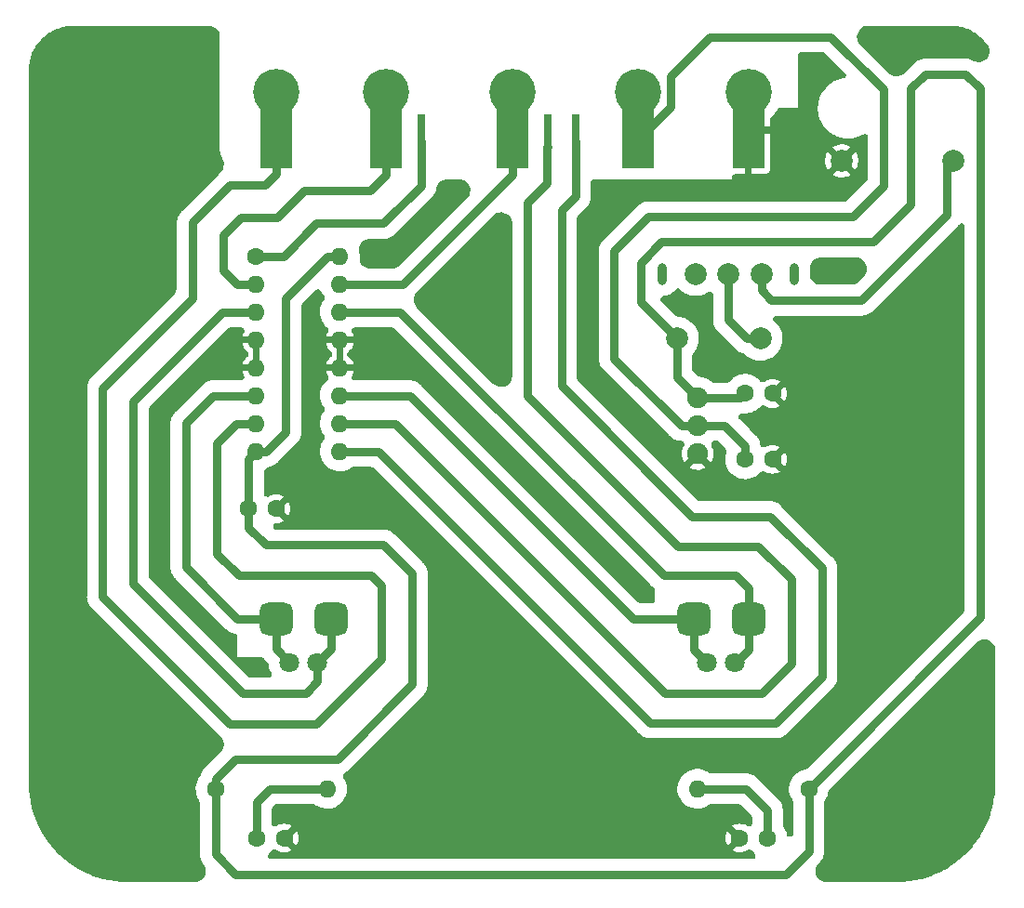
<source format=gbr>
G04 #@! TF.GenerationSoftware,KiCad,Pcbnew,(6.0.11)*
G04 #@! TF.CreationDate,2023-11-04T21:11:21-03:00*
G04 #@! TF.ProjectId,bitmovel,6269746d-6f76-4656-9c2e-6b696361645f,rev?*
G04 #@! TF.SameCoordinates,Original*
G04 #@! TF.FileFunction,Copper,L2,Bot*
G04 #@! TF.FilePolarity,Positive*
%FSLAX46Y46*%
G04 Gerber Fmt 4.6, Leading zero omitted, Abs format (unit mm)*
G04 Created by KiCad (PCBNEW (6.0.11)) date 2023-11-04 21:11:21*
%MOMM*%
%LPD*%
G01*
G04 APERTURE LIST*
G04 Aperture macros list*
%AMRoundRect*
0 Rectangle with rounded corners*
0 $1 Rounding radius*
0 $2 $3 $4 $5 $6 $7 $8 $9 X,Y pos of 4 corners*
0 Add a 4 corners polygon primitive as box body*
4,1,4,$2,$3,$4,$5,$6,$7,$8,$9,$2,$3,0*
0 Add four circle primitives for the rounded corners*
1,1,$1+$1,$2,$3*
1,1,$1+$1,$4,$5*
1,1,$1+$1,$6,$7*
1,1,$1+$1,$8,$9*
0 Add four rect primitives between the rounded corners*
20,1,$1+$1,$2,$3,$4,$5,0*
20,1,$1+$1,$4,$5,$6,$7,0*
20,1,$1+$1,$6,$7,$8,$9,0*
20,1,$1+$1,$8,$9,$2,$3,0*%
G04 Aperture macros list end*
G04 #@! TA.AperFunction,ComponentPad*
%ADD10C,1.600000*%
G04 #@! TD*
G04 #@! TA.AperFunction,ComponentPad*
%ADD11O,1.600000X1.600000*%
G04 #@! TD*
G04 #@! TA.AperFunction,ComponentPad*
%ADD12C,4.200000*%
G04 #@! TD*
G04 #@! TA.AperFunction,ConnectorPad*
%ADD13R,3.000000X7.000000*%
G04 #@! TD*
G04 #@! TA.AperFunction,ConnectorPad*
%ADD14R,0.800000X5.000000*%
G04 #@! TD*
G04 #@! TA.AperFunction,ComponentPad*
%ADD15C,1.800000*%
G04 #@! TD*
G04 #@! TA.AperFunction,ComponentPad*
%ADD16C,1.905000*%
G04 #@! TD*
G04 #@! TA.AperFunction,WasherPad*
%ADD17RoundRect,0.400000X0.000000X0.600000X0.000000X0.600000X0.000000X-0.600000X0.000000X-0.600000X0*%
G04 #@! TD*
G04 #@! TA.AperFunction,ComponentPad*
%ADD18C,2.000000*%
G04 #@! TD*
G04 #@! TA.AperFunction,SMDPad,CuDef*
%ADD19RoundRect,0.750000X0.750000X0.750000X-0.750000X0.750000X-0.750000X-0.750000X0.750000X-0.750000X0*%
G04 #@! TD*
G04 #@! TA.AperFunction,SMDPad,CuDef*
%ADD20RoundRect,0.750000X-0.750000X-0.750000X0.750000X-0.750000X0.750000X0.750000X-0.750000X0.750000X0*%
G04 #@! TD*
G04 #@! TA.AperFunction,Conductor*
%ADD21C,0.800000*%
G04 #@! TD*
G04 APERTURE END LIST*
D10*
G04 #@! TO.P,R1,1*
G04 #@! TO.N,/Vin*
X177000000Y-113500000D03*
D11*
G04 #@! TO.P,R1,2*
G04 #@! TO.N,Net-(D1-Pad2)*
X166840000Y-113500000D03*
G04 #@! TD*
D12*
G04 #@! TO.P,J2,*
G04 #@! TO.N,*
X128500000Y-50000000D03*
X150000000Y-50000000D03*
X171500000Y-50000000D03*
X161500000Y-50000000D03*
X138500000Y-50000000D03*
D13*
G04 #@! TO.P,J2,1*
G04 #@! TO.N,Net-(J2-Pad1)*
X128500000Y-53500000D03*
G04 #@! TO.P,J2,2*
G04 #@! TO.N,Net-(J2-Pad2)*
X138500000Y-53500000D03*
D14*
G04 #@! TO.P,J2,3*
G04 #@! TO.N,Net-(J2-Pad3)*
X141710000Y-54500000D03*
D13*
G04 #@! TO.P,J2,4*
G04 #@! TO.N,Net-(J2-Pad4)*
X150000000Y-53500000D03*
D14*
G04 #@! TO.P,J2,5*
G04 #@! TO.N,Net-(J2-Pad5)*
X153210000Y-54500000D03*
G04 #@! TO.P,J2,6*
G04 #@! TO.N,Net-(J2-Pad6)*
X155750000Y-54500000D03*
D13*
G04 #@! TO.P,J2,7*
G04 #@! TO.N,/3.3V*
X161500000Y-53500000D03*
G04 #@! TO.P,J2,8*
G04 #@! TO.N,GND*
X171500000Y-53500000D03*
G04 #@! TD*
D10*
G04 #@! TO.P,U2,1*
G04 #@! TO.N,Net-(J2-Pad3)*
X126700000Y-65000000D03*
D11*
G04 #@! TO.P,U2,2*
G04 #@! TO.N,Net-(J2-Pad2)*
X126700000Y-67540000D03*
G04 #@! TO.P,U2,3*
G04 #@! TO.N,Net-(J3-Pad1)*
X126700000Y-70080000D03*
G04 #@! TO.P,U2,4*
G04 #@! TO.N,GND*
X126700000Y-72620000D03*
G04 #@! TO.P,U2,5*
X126700000Y-75160000D03*
G04 #@! TO.P,U2,6*
G04 #@! TO.N,Net-(J3-Pad2)*
X126700000Y-77700000D03*
G04 #@! TO.P,U2,7*
G04 #@! TO.N,Net-(J2-Pad1)*
X126700000Y-80240000D03*
G04 #@! TO.P,U2,8*
G04 #@! TO.N,/Vin*
X126700000Y-82780000D03*
G04 #@! TO.P,U2,9*
G04 #@! TO.N,Net-(J2-Pad6)*
X134320000Y-82780000D03*
G04 #@! TO.P,U2,10*
G04 #@! TO.N,Net-(J2-Pad5)*
X134320000Y-80240000D03*
G04 #@! TO.P,U2,11*
G04 #@! TO.N,Net-(J4-Pad1)*
X134320000Y-77700000D03*
G04 #@! TO.P,U2,12*
G04 #@! TO.N,GND*
X134320000Y-75160000D03*
G04 #@! TO.P,U2,13*
X134320000Y-72620000D03*
G04 #@! TO.P,U2,14*
G04 #@! TO.N,Net-(J4-Pad2)*
X134320000Y-70080000D03*
G04 #@! TO.P,U2,15*
G04 #@! TO.N,Net-(J2-Pad4)*
X134320000Y-67540000D03*
G04 #@! TO.P,U2,16*
G04 #@! TO.N,/Vin*
X134320000Y-65000000D03*
G04 #@! TD*
D15*
G04 #@! TO.P,REF\u002A\u002A,1*
G04 #@! TO.N,Net-(J3-Pad2)*
X129730000Y-102000000D03*
G04 #@! TO.P,REF\u002A\u002A,2*
G04 #@! TO.N,Net-(J3-Pad1)*
X132270000Y-102000000D03*
G04 #@! TD*
G04 #@! TO.P,REF\u002A\u002A,1*
G04 #@! TO.N,Net-(J4-Pad1)*
X167730000Y-102000000D03*
G04 #@! TO.P,REF\u002A\u002A,2*
G04 #@! TO.N,Net-(J4-Pad2)*
X170270000Y-102000000D03*
G04 #@! TD*
D16*
G04 #@! TO.P,U1,1*
G04 #@! TO.N,GND*
X166900000Y-83000000D03*
G04 #@! TO.P,U1,2*
G04 #@! TO.N,/3.3V*
X166900000Y-80460000D03*
G04 #@! TO.P,U1,3*
G04 #@! TO.N,/Vin*
X166900000Y-77920000D03*
G04 #@! TD*
D17*
G04 #@! TO.P,SW1,*
G04 #@! TO.N,*
X163700000Y-66600000D03*
X175700000Y-66600000D03*
D18*
G04 #@! TO.P,SW1,1*
G04 #@! TO.N,Net-(J1-Pad2)*
X172700000Y-66600000D03*
G04 #@! TO.P,SW1,2*
G04 #@! TO.N,Net-(D3-Pad2)*
X169700000Y-66600000D03*
G04 #@! TO.P,SW1,3*
G04 #@! TO.N,N/C*
X166700000Y-66600000D03*
G04 #@! TD*
G04 #@! TO.P,D3,1*
G04 #@! TO.N,/Vin*
X165000000Y-72500000D03*
G04 #@! TO.P,D3,2*
G04 #@! TO.N,Net-(D3-Pad2)*
X172620000Y-72500000D03*
G04 #@! TD*
D10*
G04 #@! TO.P,C1,1*
G04 #@! TO.N,/Vin*
X171200000Y-77500000D03*
G04 #@! TO.P,C1,2*
G04 #@! TO.N,GND*
X173700000Y-77500000D03*
G04 #@! TD*
G04 #@! TO.P,C2,1*
G04 #@! TO.N,/3.3V*
X171200000Y-83500000D03*
G04 #@! TO.P,C2,2*
G04 #@! TO.N,GND*
X173700000Y-83500000D03*
G04 #@! TD*
G04 #@! TO.P,C3,1*
G04 #@! TO.N,/Vin*
X126000000Y-88000000D03*
G04 #@! TO.P,C3,2*
G04 #@! TO.N,GND*
X128500000Y-88000000D03*
G04 #@! TD*
D18*
G04 #@! TO.P,J1,1*
G04 #@! TO.N,GND*
X180000000Y-56300000D03*
G04 #@! TO.P,J1,2*
G04 #@! TO.N,Net-(J1-Pad2)*
X190160000Y-56300000D03*
G04 #@! TD*
D10*
G04 #@! TO.P,D1,1*
G04 #@! TO.N,GND*
X170700000Y-118000000D03*
G04 #@! TO.P,D1,2*
G04 #@! TO.N,Net-(D1-Pad2)*
X173240000Y-118000000D03*
G04 #@! TD*
G04 #@! TO.P,R2,1*
G04 #@! TO.N,/Vin*
X123000000Y-113500000D03*
D11*
G04 #@! TO.P,R2,2*
G04 #@! TO.N,Net-(D2-Pad2)*
X133160000Y-113500000D03*
G04 #@! TD*
D10*
G04 #@! TO.P,D2,1*
G04 #@! TO.N,GND*
X129250000Y-118000000D03*
G04 #@! TO.P,D2,2*
G04 #@! TO.N,Net-(D2-Pad2)*
X126710000Y-118000000D03*
G04 #@! TD*
D19*
G04 #@! TO.P,J3,1*
G04 #@! TO.N,Net-(J3-Pad1)*
X133500000Y-98000000D03*
G04 #@! TO.P,J3,2*
G04 #@! TO.N,Net-(J3-Pad2)*
X128500000Y-98000000D03*
G04 #@! TD*
D20*
G04 #@! TO.P,J4,1*
G04 #@! TO.N,Net-(J4-Pad1)*
X166500000Y-98000000D03*
G04 #@! TO.P,J4,2*
G04 #@! TO.N,Net-(J4-Pad2)*
X171500000Y-98000000D03*
G04 #@! TD*
D21*
G04 #@! TO.N,Net-(J2-Pad6)*
X173500000Y-88700000D02*
X166400000Y-88700000D01*
X155750000Y-59550000D02*
X155750000Y-58150000D01*
X178200000Y-103300000D02*
X178200000Y-93400000D01*
X166400000Y-88700000D02*
X154500000Y-76800000D01*
X154500000Y-76800000D02*
X154500000Y-60800000D01*
X154500000Y-60800000D02*
X155750000Y-59550000D01*
X137880000Y-82780000D02*
X162600000Y-107500000D01*
X174000000Y-107500000D02*
X178200000Y-103300000D01*
X155750000Y-58150000D02*
X155750000Y-54500000D01*
X178200000Y-93400000D02*
X173500000Y-88700000D01*
X134320000Y-82780000D02*
X137880000Y-82780000D01*
X162600000Y-107500000D02*
X174000000Y-107500000D01*
G04 #@! TO.N,Net-(J2-Pad5)*
X151400000Y-60100000D02*
X151400000Y-77700000D01*
X153210000Y-55000000D02*
X153200000Y-55010000D01*
X172400000Y-91400000D02*
X175400000Y-94400000D01*
X175400000Y-102100000D02*
X172700000Y-104800000D01*
X172700000Y-104800000D02*
X163900000Y-104800000D01*
X151400000Y-77700000D02*
X165100000Y-91400000D01*
X175400000Y-94400000D02*
X175400000Y-102100000D01*
X153200000Y-58300000D02*
X151400000Y-60100000D01*
X163900000Y-104800000D02*
X139340000Y-80240000D01*
X165100000Y-91400000D02*
X172400000Y-91400000D01*
X139340000Y-80240000D02*
X134320000Y-80240000D01*
X153200000Y-55010000D02*
X153200000Y-58300000D01*
G04 #@! TO.N,Net-(J2-Pad4)*
X150000000Y-57600000D02*
X150000000Y-55000000D01*
X140060000Y-67540000D02*
X150000000Y-57600000D01*
X134320000Y-67540000D02*
X140060000Y-67540000D01*
G04 #@! TO.N,Net-(J2-Pad3)*
X138300000Y-62000000D02*
X141710000Y-58590000D01*
X126700000Y-65000000D02*
X129200000Y-65000000D01*
X132200000Y-62000000D02*
X138300000Y-62000000D01*
X129200000Y-65000000D02*
X132200000Y-62000000D01*
X141710000Y-58590000D02*
X141710000Y-54500000D01*
G04 #@! TO.N,Net-(J2-Pad2)*
X137100000Y-59000000D02*
X131100000Y-59000000D01*
X124940000Y-67540000D02*
X126700000Y-67540000D01*
X131100000Y-59000000D02*
X128600000Y-61500000D01*
X138500000Y-53500000D02*
X138500000Y-57600000D01*
X123700000Y-63100000D02*
X123700000Y-66300000D01*
X125300000Y-61500000D02*
X123700000Y-63100000D01*
X138500000Y-57600000D02*
X137100000Y-59000000D01*
X128600000Y-61500000D02*
X125300000Y-61500000D01*
X123700000Y-66300000D02*
X124940000Y-67540000D01*
G04 #@! TO.N,Net-(J2-Pad1)*
X138100000Y-101700000D02*
X138100000Y-95000000D01*
X123100000Y-82060000D02*
X124920000Y-80240000D01*
X127500000Y-58500000D02*
X124300000Y-58500000D01*
X124300000Y-107600000D02*
X132200000Y-107600000D01*
X137200000Y-94100000D02*
X125100000Y-94100000D01*
X112700000Y-96000000D02*
X124300000Y-107600000D01*
X128500000Y-57500000D02*
X127500000Y-58500000D01*
X120900000Y-61900000D02*
X120900000Y-68800000D01*
X123100000Y-92100000D02*
X123100000Y-82060000D01*
X124300000Y-58500000D02*
X120900000Y-61900000D01*
X138100000Y-95000000D02*
X137200000Y-94100000D01*
X125100000Y-94100000D02*
X123100000Y-92100000D01*
X112700000Y-77000000D02*
X112700000Y-96000000D01*
X132200000Y-107600000D02*
X138100000Y-101700000D01*
X120900000Y-68800000D02*
X112700000Y-77000000D01*
X128500000Y-53500000D02*
X128500000Y-57500000D01*
X124920000Y-80240000D02*
X126700000Y-80240000D01*
G04 #@! TO.N,/Vin*
X165050000Y-76050000D02*
X165000000Y-76050000D01*
X127600000Y-91300000D02*
X126000000Y-89700000D01*
X170780000Y-77920000D02*
X171200000Y-77500000D01*
X192600000Y-97900000D02*
X192600000Y-49700000D01*
X126700000Y-82780000D02*
X127620000Y-82780000D01*
X177000000Y-113500000D02*
X192600000Y-97900000D01*
X140900000Y-93900000D02*
X138300000Y-91300000D01*
X177000000Y-119200000D02*
X174900000Y-121300000D01*
X187600000Y-48400000D02*
X186300000Y-49700000D01*
X138300000Y-91300000D02*
X127600000Y-91300000D01*
X166900000Y-77900000D02*
X165050000Y-76050000D01*
X124800000Y-110800000D02*
X134100000Y-110800000D01*
X182900000Y-63700000D02*
X163600000Y-63700000D01*
X124800000Y-121300000D02*
X123000000Y-119500000D01*
X165000000Y-76050000D02*
X165000000Y-72500000D01*
X191300000Y-48400000D02*
X187600000Y-48400000D01*
X129400000Y-68800000D02*
X133200000Y-65000000D01*
X123000000Y-112600000D02*
X124800000Y-110800000D01*
X129400000Y-81000000D02*
X129400000Y-68800000D01*
X166900000Y-77920000D02*
X166900000Y-77900000D01*
X140900000Y-104000000D02*
X140900000Y-93900000D01*
X161700000Y-65600000D02*
X161700000Y-69200000D01*
X126000000Y-89700000D02*
X126000000Y-83480000D01*
X166900000Y-77920000D02*
X170780000Y-77920000D01*
X126680000Y-82800000D02*
X126700000Y-82800000D01*
X133200000Y-65000000D02*
X134320000Y-65000000D01*
X174900000Y-121300000D02*
X124800000Y-121300000D01*
X127620000Y-82780000D02*
X129400000Y-81000000D01*
X177000000Y-113500000D02*
X177000000Y-119200000D01*
X192600000Y-49700000D02*
X191300000Y-48400000D01*
X134100000Y-110800000D02*
X140900000Y-104000000D01*
X123000000Y-119500000D02*
X123000000Y-112600000D01*
X161700000Y-69200000D02*
X165000000Y-72500000D01*
X186300000Y-60300000D02*
X182900000Y-63700000D01*
X186300000Y-49700000D02*
X186300000Y-60300000D01*
X163600000Y-63700000D02*
X161700000Y-65600000D01*
X126000000Y-83480000D02*
X126680000Y-82800000D01*
G04 #@! TO.N,/3.3V*
X168000000Y-45000000D02*
X164400000Y-48600000D01*
X169300000Y-80400000D02*
X165400000Y-80400000D01*
X164400000Y-51400000D02*
X162300000Y-53500000D01*
X171200000Y-83500000D02*
X171200000Y-82300000D01*
X164400000Y-48600000D02*
X164400000Y-51400000D01*
X165400000Y-80400000D02*
X159300000Y-74300000D01*
X179000000Y-45000000D02*
X168000000Y-45000000D01*
X183800000Y-49800000D02*
X179000000Y-45000000D01*
X181000000Y-61400000D02*
X183800000Y-58600000D01*
X183800000Y-58600000D02*
X183800000Y-49800000D01*
X159300000Y-74300000D02*
X159300000Y-64500000D01*
X162300000Y-53500000D02*
X161500000Y-53500000D01*
X161500000Y-53500000D02*
X161500000Y-55000000D01*
X162400000Y-61400000D02*
X181000000Y-61400000D01*
X171200000Y-82300000D02*
X169300000Y-80400000D01*
X159300000Y-64500000D02*
X162400000Y-61400000D01*
G04 #@! TO.N,Net-(J3-Pad2)*
X120300000Y-93300000D02*
X120300000Y-80200000D01*
X128500000Y-98000000D02*
X128500000Y-100770000D01*
X128500000Y-98000000D02*
X125000000Y-98000000D01*
X120300000Y-80200000D02*
X122800000Y-77700000D01*
X128500000Y-100770000D02*
X129730000Y-102000000D01*
X125000000Y-98000000D02*
X120300000Y-93300000D01*
X122800000Y-77700000D02*
X126700000Y-77700000D01*
G04 #@! TO.N,Net-(J3-Pad1)*
X123620000Y-70080000D02*
X126700000Y-70080000D01*
X131200000Y-104800000D02*
X125500000Y-104800000D01*
X133500000Y-100770000D02*
X132270000Y-102000000D01*
X133500000Y-98000000D02*
X133500000Y-100770000D01*
X132270000Y-102000000D02*
X132270000Y-103730000D01*
X125500000Y-104800000D02*
X115500000Y-94800000D01*
X132270000Y-103730000D02*
X131200000Y-104800000D01*
X115500000Y-78200000D02*
X123620000Y-70080000D01*
X115500000Y-94800000D02*
X115500000Y-78200000D01*
G04 #@! TO.N,Net-(J4-Pad2)*
X170350000Y-94100000D02*
X163800000Y-94100000D01*
X139780000Y-70080000D02*
X134320000Y-70080000D01*
X171500000Y-98000000D02*
X171500000Y-100835000D01*
X171500000Y-95250000D02*
X170350000Y-94100000D01*
X171500000Y-98000000D02*
X171500000Y-95250000D01*
X163800000Y-94100000D02*
X139780000Y-70080000D01*
X170335000Y-102000000D02*
X170270000Y-102000000D01*
X171500000Y-100835000D02*
X170335000Y-102000000D01*
G04 #@! TO.N,Net-(J4-Pad1)*
X140700000Y-77700000D02*
X134320000Y-77700000D01*
X166500000Y-98000000D02*
X166500000Y-100800000D01*
X166500000Y-98000000D02*
X161000000Y-98000000D01*
X167700000Y-102000000D02*
X167730000Y-102000000D01*
X161000000Y-98000000D02*
X140700000Y-77700000D01*
X166500000Y-100800000D02*
X167700000Y-102000000D01*
G04 #@! TO.N,Net-(D1-Pad2)*
X171300000Y-113500000D02*
X166840000Y-113500000D01*
X173240000Y-118000000D02*
X173240000Y-115440000D01*
X173240000Y-115440000D02*
X171300000Y-113500000D01*
G04 #@! TO.N,Net-(D2-Pad2)*
X126710000Y-118000000D02*
X126710000Y-114690000D01*
X126710000Y-114690000D02*
X127900000Y-113500000D01*
X127900000Y-113500000D02*
X133160000Y-113500000D01*
X133000000Y-113500000D02*
X133160000Y-113500000D01*
G04 #@! TO.N,Net-(D3-Pad2)*
X171400000Y-72500000D02*
X169700000Y-70800000D01*
X172620000Y-72500000D02*
X171400000Y-72500000D01*
X169700000Y-70800000D02*
X169700000Y-66800000D01*
G04 #@! TO.N,Net-(J1-Pad2)*
X181800000Y-69000000D02*
X189600000Y-61200000D01*
X173600000Y-69000000D02*
X181800000Y-69000000D01*
X189600000Y-56860000D02*
X190160000Y-56300000D01*
X189600000Y-61200000D02*
X189600000Y-56860000D01*
X172700000Y-68100000D02*
X173600000Y-69000000D01*
X172700000Y-66600000D02*
X172700000Y-68100000D01*
G04 #@! TD*
G04 #@! TA.AperFunction,NonConductor*
G36*
X189943678Y-44001045D02*
G01*
X189946684Y-44000837D01*
X189985963Y-44005243D01*
X190014538Y-44002844D01*
X190027257Y-44004317D01*
X190027375Y-44001766D01*
X190322889Y-44015428D01*
X190414767Y-44023941D01*
X190565910Y-44045025D01*
X190689161Y-44062218D01*
X190779860Y-44079173D01*
X191049559Y-44142605D01*
X191138301Y-44167854D01*
X191401009Y-44255904D01*
X191487019Y-44289225D01*
X191740496Y-44401146D01*
X191823079Y-44442268D01*
X192065121Y-44577086D01*
X192143567Y-44625657D01*
X192372132Y-44782228D01*
X192445765Y-44837832D01*
X192658912Y-45014827D01*
X192727104Y-45076992D01*
X192923008Y-45272896D01*
X192985173Y-45341088D01*
X193162168Y-45554235D01*
X193217767Y-45627860D01*
X193294625Y-45740059D01*
X193391397Y-45917514D01*
X193450470Y-46110824D01*
X193469420Y-46312068D01*
X193447473Y-46513007D01*
X193385526Y-46705415D01*
X193286115Y-46881414D01*
X193153311Y-47033800D01*
X192992551Y-47156333D01*
X192810415Y-47243997D01*
X192614361Y-47293203D01*
X192412416Y-47301936D01*
X192212846Y-47269839D01*
X192023823Y-47198226D01*
X191964170Y-47165834D01*
X191937490Y-47150149D01*
X191937483Y-47150146D01*
X191907324Y-47132416D01*
X191898116Y-47128928D01*
X191889567Y-47124061D01*
X191793533Y-47089202D01*
X191780649Y-47084423D01*
X191685067Y-47048211D01*
X191675410Y-47046325D01*
X191666156Y-47042966D01*
X191631787Y-47036751D01*
X191631779Y-47036749D01*
X191628331Y-47036126D01*
X191628321Y-47036125D01*
X191627208Y-47035923D01*
X191627203Y-47035922D01*
X191565697Y-47024800D01*
X191551983Y-47022221D01*
X191481317Y-47008421D01*
X191481312Y-47008420D01*
X191451800Y-47002657D01*
X191441959Y-47002425D01*
X191432275Y-47000674D01*
X191407381Y-46999500D01*
X191329604Y-46999500D01*
X191306070Y-46999223D01*
X191214193Y-46997058D01*
X191214215Y-46996144D01*
X191197555Y-46995473D01*
X191197555Y-46999500D01*
X187685280Y-46999500D01*
X187628230Y-46997483D01*
X187622587Y-46997562D01*
X187580375Y-46994573D01*
X187511237Y-47001413D01*
X187478764Y-47004625D01*
X187464882Y-47005901D01*
X187398011Y-47011575D01*
X187398009Y-47011575D01*
X187363177Y-47014531D01*
X187353654Y-47017003D01*
X187343856Y-47017972D01*
X187310139Y-47027228D01*
X187310137Y-47027228D01*
X187275454Y-47036749D01*
X187252807Y-47042966D01*
X187245390Y-47045002D01*
X187231975Y-47048584D01*
X187133126Y-47074240D01*
X187124150Y-47078284D01*
X187114662Y-47080888D01*
X187082974Y-47095698D01*
X187082968Y-47095700D01*
X187022166Y-47124117D01*
X187009537Y-47129913D01*
X186916424Y-47171857D01*
X186908262Y-47177352D01*
X186899344Y-47181520D01*
X186870634Y-47201437D01*
X186870627Y-47201441D01*
X186815418Y-47239741D01*
X186803903Y-47247611D01*
X186796098Y-47252866D01*
X186719268Y-47304591D01*
X186712148Y-47311383D01*
X186704060Y-47316994D01*
X186685627Y-47333767D01*
X186630608Y-47388786D01*
X186613770Y-47405231D01*
X186547295Y-47468645D01*
X186546664Y-47467983D01*
X186534408Y-47479290D01*
X186537256Y-47482138D01*
X185706400Y-48312994D01*
X185549742Y-48440731D01*
X185370579Y-48534318D01*
X185176243Y-48589925D01*
X184974693Y-48605273D01*
X184774178Y-48579736D01*
X184582909Y-48514358D01*
X184408715Y-48411816D01*
X184293600Y-48312994D01*
X181686506Y-45705900D01*
X181558769Y-45549242D01*
X181465182Y-45370079D01*
X181409575Y-45175743D01*
X181394227Y-44974193D01*
X181419764Y-44773678D01*
X181485142Y-44582409D01*
X181587684Y-44408215D01*
X181723192Y-44258228D01*
X181886118Y-44138590D01*
X182069791Y-44054197D01*
X182266694Y-44008505D01*
X182392906Y-44000500D01*
X189943678Y-44000500D01*
X189943678Y-44001045D01*
G37*
G04 #@! TD.AperFunction*
G04 #@! TA.AperFunction,NonConductor*
G36*
X145408691Y-58020450D02*
G01*
X145601555Y-58080961D01*
X145778291Y-58179057D01*
X145931662Y-58310722D01*
X146055390Y-58470565D01*
X146144408Y-58652042D01*
X146195074Y-58847724D01*
X146205312Y-59049599D01*
X146174703Y-59249402D01*
X146104501Y-59438954D01*
X145997579Y-59610494D01*
X145913994Y-59705400D01*
X139772494Y-65846900D01*
X139615836Y-65974637D01*
X139436673Y-66068224D01*
X139242337Y-66123831D01*
X139066094Y-66139500D01*
X137120214Y-66139500D01*
X136919117Y-66119050D01*
X136726253Y-66058539D01*
X136549517Y-65960443D01*
X136396146Y-65828778D01*
X136272418Y-65668935D01*
X136183400Y-65487458D01*
X136132734Y-65291776D01*
X136122828Y-65096440D01*
X136123075Y-65094495D01*
X136125549Y-65000000D01*
X136105717Y-64733123D01*
X136097539Y-64696982D01*
X136097538Y-64696975D01*
X136080115Y-64619978D01*
X136055679Y-64419326D01*
X136072133Y-64217863D01*
X136128805Y-64023835D01*
X136223375Y-63845188D01*
X136351970Y-63689234D01*
X136509326Y-63562359D01*
X136689001Y-63469756D01*
X136883638Y-63415217D01*
X137054482Y-63400500D01*
X138214718Y-63400500D01*
X138271770Y-63402517D01*
X138277415Y-63402438D01*
X138319625Y-63405427D01*
X138361724Y-63401262D01*
X138361732Y-63401262D01*
X138421193Y-63395379D01*
X138435075Y-63394103D01*
X138502016Y-63388423D01*
X138502020Y-63388422D01*
X138536823Y-63385469D01*
X138546352Y-63382996D01*
X138556144Y-63382027D01*
X138594329Y-63371545D01*
X138654546Y-63355015D01*
X138668022Y-63351417D01*
X138733033Y-63334544D01*
X138733040Y-63334541D01*
X138766874Y-63325760D01*
X138775851Y-63321716D01*
X138785338Y-63319112D01*
X138817003Y-63304313D01*
X138877828Y-63275886D01*
X138890497Y-63270072D01*
X138983576Y-63228143D01*
X138991741Y-63222646D01*
X139000657Y-63218479D01*
X139045048Y-63187684D01*
X139084531Y-63160294D01*
X139096044Y-63152425D01*
X139155778Y-63112209D01*
X139180732Y-63095409D01*
X139187856Y-63088613D01*
X139195940Y-63083005D01*
X139214373Y-63066233D01*
X139269392Y-63011214D01*
X139286231Y-62994768D01*
X139352705Y-62931355D01*
X139353336Y-62932017D01*
X139365592Y-62920710D01*
X139362744Y-62917862D01*
X142640003Y-59640603D01*
X142681770Y-59601689D01*
X142685706Y-59597642D01*
X142717664Y-59569910D01*
X142744490Y-59537194D01*
X142744495Y-59537188D01*
X142782418Y-59490937D01*
X142791346Y-59480202D01*
X142834588Y-59428942D01*
X142834590Y-59428940D01*
X142857133Y-59402216D01*
X142862120Y-59393732D01*
X142868362Y-59386120D01*
X142918892Y-59297352D01*
X142925788Y-59285430D01*
X142977583Y-59197324D01*
X142981070Y-59188121D01*
X142985939Y-59179567D01*
X142997855Y-59146740D01*
X142997857Y-59146735D01*
X142999179Y-59143091D01*
X143020795Y-59083541D01*
X143025648Y-59070457D01*
X143061789Y-58975067D01*
X143063675Y-58965410D01*
X143067034Y-58956156D01*
X143074556Y-58914560D01*
X143085200Y-58855697D01*
X143087776Y-58841995D01*
X143094505Y-58807536D01*
X143153117Y-58614086D01*
X143249470Y-58436394D01*
X143379620Y-58281736D01*
X143538239Y-58156442D01*
X143718832Y-58065643D01*
X143914006Y-58013056D01*
X144074986Y-58000000D01*
X145207594Y-58000000D01*
X145408691Y-58020450D01*
G37*
G04 #@! TD.AperFunction*
G04 #@! TA.AperFunction,NonConductor*
G36*
X181508191Y-65120950D02*
G01*
X181701055Y-65181461D01*
X181877791Y-65279557D01*
X182031162Y-65411222D01*
X182154890Y-65571065D01*
X182243908Y-65752542D01*
X182294574Y-65948224D01*
X182304812Y-66150099D01*
X182274203Y-66349902D01*
X182204001Y-66539454D01*
X182097079Y-66710994D01*
X182013494Y-66805900D01*
X181512494Y-67306900D01*
X181355836Y-67434637D01*
X181176673Y-67528224D01*
X180982337Y-67583831D01*
X180806094Y-67599500D01*
X178099500Y-67599500D01*
X177898403Y-67579050D01*
X177705539Y-67518539D01*
X177528803Y-67420443D01*
X177375432Y-67288778D01*
X177251704Y-67128935D01*
X177162686Y-66947458D01*
X177112020Y-66751776D01*
X177100500Y-66600500D01*
X177100500Y-66099500D01*
X177120950Y-65898403D01*
X177181461Y-65705539D01*
X177279557Y-65528803D01*
X177411222Y-65375432D01*
X177571065Y-65251704D01*
X177752542Y-65162686D01*
X177948224Y-65112020D01*
X178099500Y-65100500D01*
X181307094Y-65100500D01*
X181508191Y-65120950D01*
G37*
G04 #@! TD.AperFunction*
G04 #@! TA.AperFunction,NonConductor*
G36*
X165302856Y-68163664D02*
G01*
X165496202Y-68222620D01*
X165624920Y-68287943D01*
X165789472Y-68387012D01*
X165897038Y-68432560D01*
X166017833Y-68483710D01*
X166017836Y-68483711D01*
X166050348Y-68497478D01*
X166324186Y-68570085D01*
X166359266Y-68574237D01*
X166359271Y-68574238D01*
X166570442Y-68599232D01*
X166570445Y-68599232D01*
X166605523Y-68603384D01*
X166640832Y-68602552D01*
X166640836Y-68602552D01*
X166796601Y-68598881D01*
X166888745Y-68596709D01*
X167136478Y-68555475D01*
X167338203Y-68542630D01*
X167538386Y-68570654D01*
X167728829Y-68638402D01*
X167901736Y-68743098D01*
X168050029Y-68880458D01*
X168167635Y-69044856D01*
X168249742Y-69229564D01*
X168292986Y-69427018D01*
X168299500Y-69540918D01*
X168299500Y-70570975D01*
X168279050Y-70772072D01*
X168218539Y-70964936D01*
X168120443Y-71141672D01*
X167988778Y-71295043D01*
X167828935Y-71418771D01*
X167647458Y-71507789D01*
X167451776Y-71558455D01*
X167249901Y-71568693D01*
X167050098Y-71538084D01*
X166860546Y-71467882D01*
X166689006Y-71360960D01*
X166543233Y-71222041D01*
X166525078Y-71197460D01*
X166326334Y-70995570D01*
X166101126Y-70823696D01*
X166070307Y-70806437D01*
X166070303Y-70806434D01*
X165884767Y-70702530D01*
X165884768Y-70702530D01*
X165853947Y-70685270D01*
X165738679Y-70640676D01*
X165622675Y-70595797D01*
X165622669Y-70595795D01*
X165589730Y-70583052D01*
X165555326Y-70575077D01*
X165555321Y-70575076D01*
X165348150Y-70527056D01*
X165348146Y-70527055D01*
X165313747Y-70519082D01*
X165278565Y-70516035D01*
X165264183Y-70513757D01*
X165068761Y-70462101D01*
X164887737Y-70372163D01*
X164714063Y-70233457D01*
X164360838Y-69880232D01*
X164233101Y-69723574D01*
X164139514Y-69544411D01*
X164083907Y-69350075D01*
X164068559Y-69148525D01*
X164094096Y-68948010D01*
X164159474Y-68756741D01*
X164262016Y-68582547D01*
X164397524Y-68432560D01*
X164481949Y-68364927D01*
X164512216Y-68347134D01*
X164538308Y-68325123D01*
X164708304Y-68228968D01*
X164900675Y-68166904D01*
X165101601Y-68144835D01*
X165302856Y-68163664D01*
G37*
G04 #@! TD.AperFunction*
G04 #@! TA.AperFunction,NonConductor*
G36*
X168234821Y-71526042D02*
G01*
X168425714Y-71592508D01*
X168599321Y-71696041D01*
X168726307Y-71808323D01*
X168768647Y-71852707D01*
X168767985Y-71853338D01*
X168779290Y-71865592D01*
X168782138Y-71862744D01*
X170349397Y-73430003D01*
X170388308Y-73471767D01*
X170392357Y-73475705D01*
X170420090Y-73507664D01*
X170499097Y-73572446D01*
X170509758Y-73581313D01*
X170534699Y-73602352D01*
X170587785Y-73647134D01*
X170596270Y-73652122D01*
X170603880Y-73658362D01*
X170692630Y-73708881D01*
X170704600Y-73715807D01*
X170762507Y-73749849D01*
X170762512Y-73749851D01*
X170792676Y-73767584D01*
X170801884Y-73771072D01*
X170810433Y-73775939D01*
X170906467Y-73810798D01*
X170919415Y-73815601D01*
X170954378Y-73828847D01*
X171135184Y-73919216D01*
X171294099Y-74044133D01*
X171424615Y-74198482D01*
X171521390Y-74375945D01*
X171580461Y-74569255D01*
X171599409Y-74770500D01*
X171577460Y-74971439D01*
X171515511Y-75163846D01*
X171416098Y-75339844D01*
X171283293Y-75492229D01*
X171122531Y-75614760D01*
X170940395Y-75702422D01*
X170835313Y-75732450D01*
X170824605Y-75733907D01*
X170789031Y-75744276D01*
X170789025Y-75744277D01*
X170603264Y-75798421D01*
X170603261Y-75798422D01*
X170567683Y-75808792D01*
X170523990Y-75828935D01*
X170358306Y-75905316D01*
X170358303Y-75905318D01*
X170324652Y-75920831D01*
X170100851Y-76067562D01*
X170073204Y-76092238D01*
X170073200Y-76092241D01*
X169901197Y-76245760D01*
X169899907Y-76244314D01*
X169780835Y-76344915D01*
X169603332Y-76441615D01*
X169409997Y-76500605D01*
X169216618Y-76519500D01*
X168621874Y-76519500D01*
X168420777Y-76499050D01*
X168227913Y-76438539D01*
X168051177Y-76340443D01*
X168015813Y-76314660D01*
X167974981Y-76283498D01*
X167733671Y-76148359D01*
X167700731Y-76135615D01*
X167700728Y-76135614D01*
X167508667Y-76061311D01*
X167508665Y-76061310D01*
X167475728Y-76048568D01*
X167206297Y-75986117D01*
X167206646Y-75984610D01*
X167049818Y-75943155D01*
X166868794Y-75853218D01*
X166709580Y-75728683D01*
X166695116Y-75714510D01*
X166693100Y-75712494D01*
X166565363Y-75555836D01*
X166471776Y-75376673D01*
X166416169Y-75182337D01*
X166400500Y-75006094D01*
X166400500Y-74304875D01*
X166420950Y-74103778D01*
X166481461Y-73910914D01*
X166579557Y-73734178D01*
X166591293Y-73717676D01*
X166599840Y-73705912D01*
X166622573Y-73678868D01*
X166643143Y-73645885D01*
X166753795Y-73468461D01*
X166753799Y-73468454D01*
X166772489Y-73438485D01*
X166887040Y-73179376D01*
X166943279Y-72979969D01*
X166954353Y-72940702D01*
X166954353Y-72940700D01*
X166963939Y-72906712D01*
X167001652Y-72625933D01*
X167005610Y-72500000D01*
X167006084Y-72500015D01*
X167021148Y-72316040D01*
X167077861Y-72122025D01*
X167172467Y-71943397D01*
X167301095Y-71787470D01*
X167458477Y-71660627D01*
X167638171Y-71568062D01*
X167832820Y-71513563D01*
X168034455Y-71499363D01*
X168234821Y-71526042D01*
G37*
G04 #@! TD.AperFunction*
G04 #@! TA.AperFunction,NonConductor*
G36*
X138987191Y-71500950D02*
G01*
X139180055Y-71561461D01*
X139356791Y-71659557D01*
X139492494Y-71773100D01*
X142672843Y-74953449D01*
X142800580Y-75110107D01*
X142894167Y-75289270D01*
X142949774Y-75483606D01*
X142965122Y-75685156D01*
X142939585Y-75885671D01*
X142874207Y-76076940D01*
X142771665Y-76251134D01*
X142636157Y-76401121D01*
X142473231Y-76520759D01*
X142289558Y-76605152D01*
X142092655Y-76650844D01*
X141890586Y-76655965D01*
X141691622Y-76620304D01*
X141503909Y-76545323D01*
X141472239Y-76528044D01*
X141407478Y-76491180D01*
X141395400Y-76484193D01*
X141337493Y-76450151D01*
X141337488Y-76450149D01*
X141307324Y-76432416D01*
X141298116Y-76428928D01*
X141289567Y-76424061D01*
X141193533Y-76389202D01*
X141180649Y-76384423D01*
X141085067Y-76348211D01*
X141075410Y-76346325D01*
X141066156Y-76342966D01*
X141031787Y-76336751D01*
X141031779Y-76336749D01*
X141028331Y-76336126D01*
X141028321Y-76336125D01*
X141027208Y-76335923D01*
X141027203Y-76335922D01*
X140965697Y-76324800D01*
X140951983Y-76322221D01*
X140881317Y-76308421D01*
X140881312Y-76308420D01*
X140851800Y-76302657D01*
X140841959Y-76302425D01*
X140832275Y-76300674D01*
X140807381Y-76299500D01*
X140729604Y-76299500D01*
X140706070Y-76299223D01*
X140614193Y-76297058D01*
X140614215Y-76296144D01*
X140597555Y-76295473D01*
X140597555Y-76299500D01*
X137120214Y-76299500D01*
X136919117Y-76279050D01*
X136726253Y-76218539D01*
X136549517Y-76120443D01*
X136396146Y-75988778D01*
X136272418Y-75828935D01*
X136183400Y-75647458D01*
X136132734Y-75451776D01*
X136122828Y-75256440D01*
X136123075Y-75254495D01*
X136125549Y-75160000D01*
X136122037Y-75112736D01*
X136108464Y-74930084D01*
X136108463Y-74930079D01*
X136105717Y-74893123D01*
X136077970Y-74770500D01*
X136054834Y-74668253D01*
X136054833Y-74668248D01*
X136046655Y-74632109D01*
X135949662Y-74382691D01*
X135931263Y-74350499D01*
X135916748Y-74320068D01*
X135848632Y-74129756D01*
X135820219Y-73929629D01*
X135832673Y-73727879D01*
X135885484Y-73532765D01*
X135907581Y-73479682D01*
X136016661Y-73237534D01*
X136089302Y-72979969D01*
X136094298Y-72940702D01*
X136119912Y-72739358D01*
X136123075Y-72714495D01*
X136125549Y-72620000D01*
X136123692Y-72595016D01*
X136123692Y-72594999D01*
X136120610Y-72553529D01*
X136126101Y-72351469D01*
X136172154Y-72154651D01*
X136256884Y-71971133D01*
X136376822Y-71808426D01*
X136527056Y-71673194D01*
X136701438Y-71570972D01*
X136892827Y-71505945D01*
X137093388Y-71480776D01*
X137116863Y-71480500D01*
X138786094Y-71480500D01*
X138987191Y-71500950D01*
G37*
G04 #@! TD.AperFunction*
G04 #@! TA.AperFunction,NonConductor*
G36*
X149226322Y-61019764D02*
G01*
X149417591Y-61085142D01*
X149591785Y-61187684D01*
X149741772Y-61323192D01*
X149861410Y-61486118D01*
X149945803Y-61669791D01*
X149991495Y-61866694D01*
X149999500Y-61992906D01*
X149999500Y-75907094D01*
X149979050Y-76108191D01*
X149918539Y-76301055D01*
X149820443Y-76477791D01*
X149688778Y-76631162D01*
X149528935Y-76754890D01*
X149347458Y-76843908D01*
X149151776Y-76894574D01*
X148949901Y-76904812D01*
X148750098Y-76874203D01*
X148560546Y-76804001D01*
X148389006Y-76697079D01*
X148294100Y-76613494D01*
X141337006Y-69656400D01*
X141209269Y-69499742D01*
X141115682Y-69320579D01*
X141060075Y-69126243D01*
X141044727Y-68924693D01*
X141070264Y-68724178D01*
X141135642Y-68532909D01*
X141238184Y-68358715D01*
X141337006Y-68243600D01*
X148294100Y-61286506D01*
X148450758Y-61158769D01*
X148629921Y-61065182D01*
X148824257Y-61009575D01*
X149025807Y-60994227D01*
X149226322Y-61019764D01*
G37*
G04 #@! TD.AperFunction*
G04 #@! TA.AperFunction,NonConductor*
G36*
X178207191Y-46420950D02*
G01*
X178400055Y-46481461D01*
X178576791Y-46579557D01*
X178712494Y-46693100D01*
X179508079Y-47488685D01*
X179635816Y-47645343D01*
X179729403Y-47824506D01*
X179785010Y-48018842D01*
X179800358Y-48220392D01*
X179774821Y-48420907D01*
X179709443Y-48612176D01*
X179606901Y-48786370D01*
X179471393Y-48936357D01*
X179309293Y-49055389D01*
X179303375Y-49058042D01*
X179019252Y-49229098D01*
X178757737Y-49433049D01*
X178522618Y-49666940D01*
X178317301Y-49927383D01*
X178144760Y-50210607D01*
X178132305Y-50238000D01*
X178132303Y-50238004D01*
X178063959Y-50388320D01*
X178007494Y-50512507D01*
X177951498Y-50689564D01*
X177871364Y-50875128D01*
X177755513Y-51040768D01*
X177608690Y-51179698D01*
X177508799Y-51241645D01*
X177511661Y-51243637D01*
X177650925Y-51390142D01*
X177757847Y-51561682D01*
X177828050Y-51751234D01*
X177844612Y-51827305D01*
X177900608Y-52143265D01*
X177997294Y-52460500D01*
X178009455Y-52488007D01*
X178009457Y-52488013D01*
X178076131Y-52638826D01*
X178131391Y-52763821D01*
X178300957Y-53048836D01*
X178503536Y-53311415D01*
X178524635Y-53332848D01*
X178629893Y-53439773D01*
X178756396Y-53597429D01*
X178848573Y-53777323D01*
X178902651Y-53972089D01*
X178916416Y-54173754D01*
X178889304Y-54374062D01*
X178822426Y-54564812D01*
X178718518Y-54738194D01*
X178607532Y-54863443D01*
X178516588Y-54950199D01*
X178341199Y-55172680D01*
X178198907Y-55417654D01*
X178092552Y-55680232D01*
X178024255Y-55955177D01*
X177995380Y-56237002D01*
X178006502Y-56520084D01*
X178057400Y-56798775D01*
X178068578Y-56832279D01*
X178068578Y-56832280D01*
X178102229Y-56933144D01*
X178147058Y-57067514D01*
X178162845Y-57099108D01*
X178225147Y-57223794D01*
X178273687Y-57320939D01*
X178434761Y-57553993D01*
X178627065Y-57762027D01*
X178654459Y-57784329D01*
X178751113Y-57863017D01*
X178846764Y-57940889D01*
X178877023Y-57959107D01*
X178877028Y-57959110D01*
X179059203Y-58068789D01*
X179059209Y-58068792D01*
X179089472Y-58087012D01*
X179121998Y-58100785D01*
X179140845Y-58110388D01*
X179310739Y-58219907D01*
X179455109Y-58361382D01*
X179568046Y-58529024D01*
X179644924Y-58715968D01*
X179682598Y-58914560D01*
X179679523Y-59116671D01*
X179635827Y-59314026D01*
X179553299Y-59498545D01*
X179435316Y-59662674D01*
X179286709Y-59799694D01*
X179113563Y-59903994D01*
X178922965Y-59971306D01*
X178722720Y-59998872D01*
X178687301Y-59999500D01*
X162485282Y-59999500D01*
X162414723Y-59997005D01*
X162402057Y-59996108D01*
X162402055Y-59996108D01*
X162380375Y-59994573D01*
X162338276Y-59998738D01*
X162338268Y-59998738D01*
X162278807Y-60004621D01*
X162264925Y-60005897D01*
X162197984Y-60011577D01*
X162197980Y-60011578D01*
X162163177Y-60014531D01*
X162153648Y-60017004D01*
X162143856Y-60017973D01*
X162105672Y-60028455D01*
X162105671Y-60028455D01*
X162045454Y-60044985D01*
X162031978Y-60048583D01*
X161966967Y-60065456D01*
X161966960Y-60065459D01*
X161933126Y-60074240D01*
X161924149Y-60078284D01*
X161914662Y-60080888D01*
X161882998Y-60095687D01*
X161882997Y-60095687D01*
X161822172Y-60124114D01*
X161809505Y-60129927D01*
X161716424Y-60171857D01*
X161708259Y-60177354D01*
X161699343Y-60181521D01*
X161670636Y-60201436D01*
X161670634Y-60201437D01*
X161615469Y-60239706D01*
X161603956Y-60247575D01*
X161519268Y-60304591D01*
X161512144Y-60311387D01*
X161504060Y-60316995D01*
X161485627Y-60333767D01*
X161430608Y-60388786D01*
X161413770Y-60405231D01*
X161347295Y-60468645D01*
X161346664Y-60467983D01*
X161334408Y-60479290D01*
X161337256Y-60482138D01*
X158369997Y-63449397D01*
X158328233Y-63488308D01*
X158324295Y-63492357D01*
X158292336Y-63520090D01*
X158227554Y-63599097D01*
X158218687Y-63609758D01*
X158152866Y-63687785D01*
X158147878Y-63696270D01*
X158141638Y-63703880D01*
X158091119Y-63792630D01*
X158084193Y-63804600D01*
X158050151Y-63862507D01*
X158050149Y-63862512D01*
X158032416Y-63892676D01*
X158028928Y-63901884D01*
X158024061Y-63910433D01*
X157989202Y-64006467D01*
X157984423Y-64019351D01*
X157948211Y-64114933D01*
X157946325Y-64124590D01*
X157942966Y-64133844D01*
X157936751Y-64168213D01*
X157936749Y-64168221D01*
X157936126Y-64171669D01*
X157935923Y-64172792D01*
X157935922Y-64172797D01*
X157924800Y-64234303D01*
X157922221Y-64248017D01*
X157908421Y-64318683D01*
X157902657Y-64348200D01*
X157902425Y-64358041D01*
X157900674Y-64367725D01*
X157899500Y-64392619D01*
X157899500Y-64470396D01*
X157899223Y-64493930D01*
X157898223Y-64536367D01*
X157897816Y-64539611D01*
X157897929Y-64541463D01*
X157895472Y-64602445D01*
X157899500Y-64602445D01*
X157899500Y-74214718D01*
X157897005Y-74285277D01*
X157896144Y-74297442D01*
X157894573Y-74319625D01*
X157898738Y-74361724D01*
X157898738Y-74361732D01*
X157904621Y-74421193D01*
X157905897Y-74435075D01*
X157914531Y-74536823D01*
X157917004Y-74546352D01*
X157917973Y-74556144D01*
X157928455Y-74594328D01*
X157928455Y-74594329D01*
X157944985Y-74654546D01*
X157948583Y-74668022D01*
X157965456Y-74733033D01*
X157965459Y-74733040D01*
X157974240Y-74766874D01*
X157978284Y-74775851D01*
X157980888Y-74785338D01*
X157995687Y-74817002D01*
X157995687Y-74817003D01*
X158024098Y-74877793D01*
X158029914Y-74890466D01*
X158071857Y-74983576D01*
X158077354Y-74991741D01*
X158081521Y-75000657D01*
X158101436Y-75029364D01*
X158101437Y-75029366D01*
X158139706Y-75084531D01*
X158147575Y-75096044D01*
X158204591Y-75180732D01*
X158211387Y-75187856D01*
X158216995Y-75195940D01*
X158233767Y-75214373D01*
X158288786Y-75269392D01*
X158305232Y-75286231D01*
X158368645Y-75352705D01*
X158367983Y-75353336D01*
X158379290Y-75365592D01*
X158382138Y-75362744D01*
X164349397Y-81330003D01*
X164388308Y-81371767D01*
X164392357Y-81375705D01*
X164420090Y-81407664D01*
X164499097Y-81472446D01*
X164509758Y-81481313D01*
X164587785Y-81547134D01*
X164596270Y-81552122D01*
X164603880Y-81558362D01*
X164607033Y-81560157D01*
X164736519Y-81669993D01*
X164861190Y-81829102D01*
X164951280Y-82010050D01*
X165003101Y-82205428D01*
X165014532Y-82407239D01*
X164986068Y-82603376D01*
X164971167Y-82663365D01*
X164967567Y-82698496D01*
X164967567Y-82698499D01*
X164949721Y-82872676D01*
X164942977Y-82938498D01*
X164940209Y-82938214D01*
X164920348Y-83086930D01*
X164853808Y-83277798D01*
X164750209Y-83451364D01*
X164613791Y-83600524D01*
X164450140Y-83719169D01*
X164265956Y-83802443D01*
X164068780Y-83846937D01*
X163866683Y-83850828D01*
X163667940Y-83813958D01*
X163480687Y-83737836D01*
X163312590Y-83625578D01*
X163242198Y-83561592D01*
X156193100Y-76512494D01*
X156065363Y-76355836D01*
X155971776Y-76176673D01*
X155916169Y-75982337D01*
X155900500Y-75806094D01*
X155900500Y-74351644D01*
X155906012Y-74297442D01*
X155900969Y-74259459D01*
X155900500Y-74228841D01*
X155900500Y-64581319D01*
X155902427Y-64562368D01*
X155900500Y-64512833D01*
X155900500Y-61793906D01*
X155920950Y-61592809D01*
X155981461Y-61399945D01*
X156079557Y-61223209D01*
X156193100Y-61087506D01*
X156680003Y-60600603D01*
X156721767Y-60561692D01*
X156725705Y-60557643D01*
X156757664Y-60529910D01*
X156822446Y-60450903D01*
X156831313Y-60440242D01*
X156864838Y-60400500D01*
X156897134Y-60362215D01*
X156902122Y-60353730D01*
X156908362Y-60346120D01*
X156958881Y-60257370D01*
X156965807Y-60245400D01*
X156999885Y-60187431D01*
X156999886Y-60187430D01*
X157017584Y-60157324D01*
X157021073Y-60148116D01*
X157025939Y-60139567D01*
X157037850Y-60106753D01*
X157037853Y-60106747D01*
X157060757Y-60043648D01*
X157065604Y-60030578D01*
X157066409Y-60028455D01*
X157101790Y-59935067D01*
X157103677Y-59925405D01*
X157107034Y-59916156D01*
X157113248Y-59881792D01*
X157113250Y-59881785D01*
X157125202Y-59815690D01*
X157127777Y-59801997D01*
X157141580Y-59731314D01*
X157141581Y-59731308D01*
X157147343Y-59701800D01*
X157147575Y-59691959D01*
X157149326Y-59682275D01*
X157150500Y-59657381D01*
X157150500Y-59579604D01*
X157150777Y-59556070D01*
X157152942Y-59464193D01*
X157153856Y-59464215D01*
X157154527Y-59447555D01*
X157150500Y-59447555D01*
X157150500Y-58999000D01*
X157170950Y-58797903D01*
X157231461Y-58605039D01*
X157329557Y-58428303D01*
X157461222Y-58274932D01*
X157621065Y-58151204D01*
X157802542Y-58062186D01*
X157998224Y-58011520D01*
X158149500Y-58000000D01*
X159930959Y-58000000D01*
X159938451Y-58000167D01*
X159942184Y-58000500D01*
X162348356Y-58000500D01*
X162402558Y-58006012D01*
X162440541Y-58000969D01*
X162471159Y-58000500D01*
X163057816Y-58000500D01*
X163061549Y-58000167D01*
X163069041Y-58000000D01*
X169930959Y-58000000D01*
X169938451Y-58000167D01*
X169942184Y-58000500D01*
X173057816Y-58000500D01*
X173178087Y-57989766D01*
X173223792Y-57976660D01*
X173223794Y-57976660D01*
X173324827Y-57947689D01*
X173324826Y-57947689D01*
X173373470Y-57933741D01*
X173553596Y-57839573D01*
X173711109Y-57711109D01*
X173839573Y-57553596D01*
X173933741Y-57373470D01*
X173989766Y-57178087D01*
X174000500Y-57057816D01*
X174000500Y-52499000D01*
X174020950Y-52297903D01*
X174081461Y-52105039D01*
X174179557Y-51928303D01*
X174311222Y-51774932D01*
X174471065Y-51651204D01*
X174652542Y-51562186D01*
X174848224Y-51511520D01*
X174999500Y-51500000D01*
X176000000Y-51500000D01*
X176000000Y-51491626D01*
X176039539Y-51440547D01*
X176070955Y-51390144D01*
X176210219Y-51243639D01*
X176352512Y-51144599D01*
X176309072Y-51110816D01*
X176177758Y-50957145D01*
X176080065Y-50780187D01*
X176019993Y-50587185D01*
X176000000Y-50388320D01*
X176000000Y-47399500D01*
X176020450Y-47198403D01*
X176080961Y-47005539D01*
X176179057Y-46828803D01*
X176310722Y-46675432D01*
X176470565Y-46551704D01*
X176652042Y-46462686D01*
X176847724Y-46412020D01*
X176999000Y-46400500D01*
X178006094Y-46400500D01*
X178207191Y-46420950D01*
G37*
G04 #@! TD.AperFunction*
G04 #@! TA.AperFunction,NonConductor*
G36*
X124175556Y-72170530D02*
G01*
X124366825Y-72235908D01*
X124541019Y-72338450D01*
X124691006Y-72473958D01*
X124810644Y-72636884D01*
X124895037Y-72820557D01*
X124929538Y-72948777D01*
X124952884Y-73066148D01*
X124952887Y-73066157D01*
X124960118Y-73102512D01*
X124972645Y-73137402D01*
X125020730Y-73271329D01*
X125050549Y-73354383D01*
X125068094Y-73387036D01*
X125083403Y-73415528D01*
X125160571Y-73602352D01*
X125198553Y-73800886D01*
X125195793Y-74003002D01*
X125152403Y-74200424D01*
X125100584Y-74324907D01*
X125091244Y-74340298D01*
X124987755Y-74587091D01*
X124921881Y-74846470D01*
X124895070Y-75112736D01*
X124896848Y-75149759D01*
X124896848Y-75149770D01*
X124901786Y-75252568D01*
X124891009Y-75454415D01*
X124839821Y-75649961D01*
X124750317Y-75831199D01*
X124626163Y-75990711D01*
X124472440Y-76121965D01*
X124295443Y-76219589D01*
X124102418Y-76279584D01*
X123903937Y-76299500D01*
X122885282Y-76299500D01*
X122828230Y-76297483D01*
X122822585Y-76297562D01*
X122780375Y-76294573D01*
X122718705Y-76300674D01*
X122678764Y-76304625D01*
X122664882Y-76305901D01*
X122598011Y-76311575D01*
X122598009Y-76311575D01*
X122563177Y-76314531D01*
X122553654Y-76317003D01*
X122543856Y-76317972D01*
X122510139Y-76327228D01*
X122510137Y-76327228D01*
X122475454Y-76336749D01*
X122445707Y-76344915D01*
X122445390Y-76345002D01*
X122431975Y-76348584D01*
X122333126Y-76374240D01*
X122324150Y-76378284D01*
X122314662Y-76380888D01*
X122282977Y-76395696D01*
X122282967Y-76395700D01*
X122222213Y-76424095D01*
X122209542Y-76429910D01*
X122148265Y-76457513D01*
X122148260Y-76457516D01*
X122116424Y-76471857D01*
X122108257Y-76477355D01*
X122099344Y-76481521D01*
X122042783Y-76520759D01*
X122015453Y-76539718D01*
X122003987Y-76547555D01*
X121919268Y-76604591D01*
X121912148Y-76611383D01*
X121904060Y-76616994D01*
X121885627Y-76633767D01*
X121830608Y-76688786D01*
X121813770Y-76705231D01*
X121747295Y-76768645D01*
X121746664Y-76767983D01*
X121734408Y-76779290D01*
X121737256Y-76782138D01*
X119369997Y-79149397D01*
X119328233Y-79188308D01*
X119324295Y-79192357D01*
X119292336Y-79220090D01*
X119227554Y-79299097D01*
X119218687Y-79309758D01*
X119208244Y-79322138D01*
X119152866Y-79387785D01*
X119147878Y-79396270D01*
X119141638Y-79403880D01*
X119091119Y-79492630D01*
X119084193Y-79504600D01*
X119050151Y-79562507D01*
X119050149Y-79562512D01*
X119032416Y-79592676D01*
X119028928Y-79601884D01*
X119024061Y-79610433D01*
X118989202Y-79706467D01*
X118984423Y-79719351D01*
X118948211Y-79814933D01*
X118946325Y-79824590D01*
X118942966Y-79833844D01*
X118936751Y-79868213D01*
X118936749Y-79868221D01*
X118936126Y-79871669D01*
X118935923Y-79872792D01*
X118935922Y-79872797D01*
X118924800Y-79934303D01*
X118922221Y-79948017D01*
X118908421Y-80018683D01*
X118902657Y-80048200D01*
X118902425Y-80058041D01*
X118900674Y-80067725D01*
X118899500Y-80092619D01*
X118899500Y-80170396D01*
X118899223Y-80193930D01*
X118898223Y-80236367D01*
X118897816Y-80239611D01*
X118897929Y-80241463D01*
X118895472Y-80302445D01*
X118899500Y-80302445D01*
X118899500Y-93214718D01*
X118897005Y-93285277D01*
X118896005Y-93299400D01*
X118861403Y-93498551D01*
X118787421Y-93686659D01*
X118677087Y-93856025D01*
X118534918Y-93999714D01*
X118366736Y-94111843D01*
X118179425Y-94187821D01*
X117980653Y-94224539D01*
X117778559Y-94220493D01*
X117581417Y-94175849D01*
X117397297Y-94092434D01*
X117233737Y-93973663D01*
X117097433Y-93824400D01*
X116993967Y-93650754D01*
X116927573Y-93459835D01*
X116900969Y-93259459D01*
X116900500Y-93228841D01*
X116900500Y-80281319D01*
X116902427Y-80262368D01*
X116900500Y-80212833D01*
X116900500Y-79193906D01*
X116920950Y-78992809D01*
X116981461Y-78799945D01*
X117079557Y-78623209D01*
X117193100Y-78487506D01*
X123243334Y-72437272D01*
X123399992Y-72309535D01*
X123579155Y-72215948D01*
X123773491Y-72160341D01*
X123975041Y-72144993D01*
X124175556Y-72170530D01*
G37*
G04 #@! TD.AperFunction*
G04 #@! TA.AperFunction,NonConductor*
G36*
X190426322Y-63019764D02*
G01*
X190617591Y-63085142D01*
X190791785Y-63187684D01*
X190941772Y-63323192D01*
X191061410Y-63486118D01*
X191145803Y-63669791D01*
X191191495Y-63866694D01*
X191199500Y-63992906D01*
X191199500Y-96906094D01*
X191179050Y-97107191D01*
X191118539Y-97300055D01*
X191020443Y-97476791D01*
X190906900Y-97612494D01*
X177032715Y-111486679D01*
X176876057Y-111614416D01*
X176696894Y-111708003D01*
X176605862Y-111739369D01*
X176403273Y-111798418D01*
X176403266Y-111798421D01*
X176367683Y-111808792D01*
X176312476Y-111834243D01*
X176158306Y-111905316D01*
X176158303Y-111905318D01*
X176124652Y-111920831D01*
X175900851Y-112067562D01*
X175873204Y-112092238D01*
X175873200Y-112092241D01*
X175736760Y-112214019D01*
X175701197Y-112245760D01*
X175677493Y-112274261D01*
X175677492Y-112274262D01*
X175553781Y-112423008D01*
X175553778Y-112423012D01*
X175530075Y-112451512D01*
X175510847Y-112483199D01*
X175510844Y-112483203D01*
X175483519Y-112528233D01*
X175391244Y-112680298D01*
X175287755Y-112927091D01*
X175221881Y-113186470D01*
X175218616Y-113218899D01*
X175164449Y-113410241D01*
X175071367Y-113589668D01*
X174944071Y-113746684D01*
X174787775Y-113874863D01*
X174608875Y-113968954D01*
X174414697Y-114025108D01*
X174213191Y-114041025D01*
X174012605Y-114016052D01*
X173821152Y-113951214D01*
X173646670Y-113849163D01*
X173529284Y-113748678D01*
X172350603Y-112569997D01*
X172311692Y-112528233D01*
X172307643Y-112524295D01*
X172279910Y-112492336D01*
X172200903Y-112427554D01*
X172190242Y-112418687D01*
X172138937Y-112375408D01*
X172112215Y-112352866D01*
X172103730Y-112347878D01*
X172096120Y-112341638D01*
X172007370Y-112291119D01*
X171995400Y-112284193D01*
X171937493Y-112250151D01*
X171937488Y-112250149D01*
X171907324Y-112232416D01*
X171898116Y-112228928D01*
X171889567Y-112224061D01*
X171793533Y-112189202D01*
X171780649Y-112184423D01*
X171685067Y-112148211D01*
X171675410Y-112146325D01*
X171666156Y-112142966D01*
X171631787Y-112136751D01*
X171631779Y-112136749D01*
X171628331Y-112136126D01*
X171628321Y-112136125D01*
X171627208Y-112135923D01*
X171627203Y-112135922D01*
X171565697Y-112124800D01*
X171551983Y-112122221D01*
X171481317Y-112108421D01*
X171481312Y-112108420D01*
X171451800Y-112102657D01*
X171441959Y-112102425D01*
X171432275Y-112100674D01*
X171407381Y-112099500D01*
X171329604Y-112099500D01*
X171306070Y-112099223D01*
X171214193Y-112097058D01*
X171214215Y-112096144D01*
X171197555Y-112095473D01*
X171197555Y-112099500D01*
X168286832Y-112099500D01*
X168085735Y-112079050D01*
X167892871Y-112018539D01*
X167783737Y-111963260D01*
X167756385Y-111944286D01*
X167632120Y-111883005D01*
X167549615Y-111842318D01*
X167549613Y-111842317D01*
X167516371Y-111825924D01*
X167313746Y-111761063D01*
X167296799Y-111755638D01*
X167296795Y-111755637D01*
X167261497Y-111744338D01*
X167224920Y-111738381D01*
X167224915Y-111738380D01*
X167033950Y-111707280D01*
X167033946Y-111707280D01*
X166997364Y-111701322D01*
X166870187Y-111699657D01*
X166766846Y-111698304D01*
X166766842Y-111698304D01*
X166729774Y-111697819D01*
X166693044Y-111702818D01*
X166693040Y-111702818D01*
X166582501Y-111717862D01*
X166464605Y-111733907D01*
X166371436Y-111761063D01*
X166243264Y-111798421D01*
X166243261Y-111798422D01*
X166207683Y-111808792D01*
X166152476Y-111834243D01*
X165998306Y-111905316D01*
X165998303Y-111905318D01*
X165964652Y-111920831D01*
X165740851Y-112067562D01*
X165713204Y-112092238D01*
X165713200Y-112092241D01*
X165576760Y-112214019D01*
X165541197Y-112245760D01*
X165517493Y-112274261D01*
X165517492Y-112274262D01*
X165393781Y-112423008D01*
X165393778Y-112423012D01*
X165370075Y-112451512D01*
X165350847Y-112483199D01*
X165350844Y-112483203D01*
X165323519Y-112528233D01*
X165231244Y-112680298D01*
X165127755Y-112927091D01*
X165061881Y-113186470D01*
X165035070Y-113452736D01*
X165047909Y-113720041D01*
X165100118Y-113982512D01*
X165112645Y-114017402D01*
X165163460Y-114158933D01*
X165190549Y-114234383D01*
X165317215Y-114470121D01*
X165477335Y-114684547D01*
X165667390Y-114872950D01*
X165883205Y-115031192D01*
X166120039Y-115155797D01*
X166372690Y-115244026D01*
X166409106Y-115250940D01*
X166409110Y-115250941D01*
X166599182Y-115287028D01*
X166599188Y-115287029D01*
X166635606Y-115293943D01*
X166843783Y-115302122D01*
X166865978Y-115302994D01*
X166865979Y-115302994D01*
X166903013Y-115304449D01*
X166939855Y-115300414D01*
X166939859Y-115300414D01*
X167036024Y-115289882D01*
X167169035Y-115275315D01*
X167427829Y-115207180D01*
X167673710Y-115101542D01*
X167705228Y-115082038D01*
X167705232Y-115082036D01*
X167757001Y-115050000D01*
X167938765Y-114961568D01*
X168134609Y-114911536D01*
X168282691Y-114900500D01*
X168849085Y-114900500D01*
X169050182Y-114920950D01*
X169243046Y-114981461D01*
X169419782Y-115079557D01*
X169573153Y-115211222D01*
X169696881Y-115371065D01*
X169785899Y-115552542D01*
X169836565Y-115748224D01*
X169846803Y-115950099D01*
X169816194Y-116149902D01*
X169745992Y-116339454D01*
X169639070Y-116510994D01*
X169514302Y-116644810D01*
X169401197Y-116745760D01*
X169377493Y-116774261D01*
X169377492Y-116774262D01*
X169253781Y-116923008D01*
X169253778Y-116923012D01*
X169230075Y-116951512D01*
X169091244Y-117180298D01*
X168987755Y-117427091D01*
X168921881Y-117686470D01*
X168895070Y-117952736D01*
X168907909Y-118220041D01*
X168960118Y-118482512D01*
X168972646Y-118517405D01*
X168988987Y-118562919D01*
X169037695Y-118759097D01*
X169045915Y-118961064D01*
X169013312Y-119160552D01*
X168941219Y-119349393D01*
X168832589Y-119519856D01*
X168691869Y-119664963D01*
X168524819Y-119778772D01*
X168338279Y-119856625D01*
X168139885Y-119895335D01*
X168048753Y-119899500D01*
X131903861Y-119899500D01*
X131702764Y-119879050D01*
X131509900Y-119818539D01*
X131333164Y-119720443D01*
X131179793Y-119588778D01*
X131056065Y-119428935D01*
X130967047Y-119247458D01*
X130916381Y-119051776D01*
X130906143Y-118849901D01*
X130936752Y-118650098D01*
X130946851Y-118617588D01*
X130946661Y-118617534D01*
X131009241Y-118395642D01*
X131019302Y-118359969D01*
X131031535Y-118263815D01*
X131049912Y-118119358D01*
X131053075Y-118094495D01*
X131055549Y-118000000D01*
X131044264Y-117848141D01*
X131038464Y-117770084D01*
X131038463Y-117770079D01*
X131035717Y-117733123D01*
X130976655Y-117472109D01*
X130879662Y-117222691D01*
X130861263Y-117190499D01*
X130765259Y-117022527D01*
X130765257Y-117022524D01*
X130746868Y-116990350D01*
X130581190Y-116780189D01*
X130418492Y-116627137D01*
X130286034Y-116474457D01*
X130187019Y-116298235D01*
X130125505Y-116105688D01*
X130104009Y-115904700D01*
X130123411Y-115703499D01*
X130182918Y-115510323D01*
X130280093Y-115333079D01*
X130410957Y-115179025D01*
X130570154Y-115054467D01*
X130751165Y-114964504D01*
X130946581Y-114912821D01*
X131102995Y-114900500D01*
X131712779Y-114900500D01*
X131913876Y-114920950D01*
X132106740Y-114981461D01*
X132202905Y-115031763D01*
X132203205Y-115031192D01*
X132440039Y-115155797D01*
X132692690Y-115244026D01*
X132729106Y-115250940D01*
X132729110Y-115250941D01*
X132919182Y-115287028D01*
X132919188Y-115287029D01*
X132955606Y-115293943D01*
X133163783Y-115302122D01*
X133185978Y-115302994D01*
X133185979Y-115302994D01*
X133223013Y-115304449D01*
X133259855Y-115300414D01*
X133259859Y-115300414D01*
X133356024Y-115289882D01*
X133489035Y-115275315D01*
X133747829Y-115207180D01*
X133993710Y-115101542D01*
X134025223Y-115082041D01*
X134025229Y-115082038D01*
X134189757Y-114980224D01*
X134221275Y-114960720D01*
X134425526Y-114787809D01*
X134546618Y-114649731D01*
X134577536Y-114614476D01*
X134577539Y-114614472D01*
X134601976Y-114586607D01*
X134746747Y-114361534D01*
X134856661Y-114117534D01*
X134929302Y-113859969D01*
X134937640Y-113794432D01*
X134959912Y-113619358D01*
X134963075Y-113594495D01*
X134965549Y-113500000D01*
X134945717Y-113233123D01*
X134904434Y-113050681D01*
X134894834Y-113008253D01*
X134894833Y-113008248D01*
X134886655Y-112972109D01*
X134849090Y-112875510D01*
X134795265Y-112680682D01*
X134781761Y-112478999D01*
X134809131Y-112278727D01*
X134876256Y-112088063D01*
X134980387Y-111914815D01*
X135090605Y-111790595D01*
X135152705Y-111731355D01*
X135152708Y-111731352D01*
X135153339Y-111732014D01*
X135165592Y-111720710D01*
X135162744Y-111717862D01*
X141830003Y-105050603D01*
X141871767Y-105011692D01*
X141875705Y-105007643D01*
X141907664Y-104979910D01*
X141972389Y-104900972D01*
X141981312Y-104890243D01*
X142024611Y-104838916D01*
X142024614Y-104838912D01*
X142047134Y-104812216D01*
X142052124Y-104803728D01*
X142058362Y-104796120D01*
X142108904Y-104707331D01*
X142115772Y-104695459D01*
X142167583Y-104607324D01*
X142171070Y-104598121D01*
X142175939Y-104589567D01*
X142210795Y-104493541D01*
X142215648Y-104480457D01*
X142251789Y-104385067D01*
X142253675Y-104375410D01*
X142257034Y-104366156D01*
X142264362Y-104325631D01*
X142275200Y-104265697D01*
X142277779Y-104251983D01*
X142291579Y-104181317D01*
X142291580Y-104181312D01*
X142297343Y-104151800D01*
X142297575Y-104141959D01*
X142299326Y-104132275D01*
X142300500Y-104107381D01*
X142300500Y-104029604D01*
X142300777Y-104006070D01*
X142302942Y-103914193D01*
X142303856Y-103914215D01*
X142304527Y-103897555D01*
X142300500Y-103897555D01*
X142300500Y-93985282D01*
X142302517Y-93928230D01*
X142302438Y-93922585D01*
X142305427Y-93880375D01*
X142301262Y-93838276D01*
X142301262Y-93838268D01*
X142295379Y-93778807D01*
X142294103Y-93764925D01*
X142288423Y-93697984D01*
X142288422Y-93697980D01*
X142285469Y-93663177D01*
X142282996Y-93653648D01*
X142282027Y-93643856D01*
X142257949Y-93556144D01*
X142255015Y-93545454D01*
X142251417Y-93531978D01*
X142234544Y-93466967D01*
X142234541Y-93466960D01*
X142225760Y-93433126D01*
X142221716Y-93424149D01*
X142219112Y-93414662D01*
X142204313Y-93382997D01*
X142175886Y-93322172D01*
X142170072Y-93309503D01*
X142153098Y-93271823D01*
X142128143Y-93216424D01*
X142122646Y-93208259D01*
X142118479Y-93199343D01*
X142060291Y-93115466D01*
X142052419Y-93103947D01*
X142012200Y-93044207D01*
X142012193Y-93044198D01*
X141995409Y-93019268D01*
X141988616Y-93012147D01*
X141983005Y-93004059D01*
X141966233Y-92985627D01*
X141911214Y-92930608D01*
X141894768Y-92913769D01*
X141831355Y-92847295D01*
X141832017Y-92846664D01*
X141820710Y-92834408D01*
X141817862Y-92837256D01*
X139350603Y-90369997D01*
X139311692Y-90328233D01*
X139307643Y-90324295D01*
X139279910Y-90292336D01*
X139200903Y-90227554D01*
X139190242Y-90218687D01*
X139164542Y-90197007D01*
X139112215Y-90152866D01*
X139103730Y-90147878D01*
X139096120Y-90141638D01*
X139007370Y-90091119D01*
X138995400Y-90084193D01*
X138937493Y-90050151D01*
X138937488Y-90050149D01*
X138907324Y-90032416D01*
X138898116Y-90028928D01*
X138889567Y-90024061D01*
X138793533Y-89989202D01*
X138780649Y-89984423D01*
X138685067Y-89948211D01*
X138675410Y-89946325D01*
X138666156Y-89942966D01*
X138631787Y-89936751D01*
X138631779Y-89936749D01*
X138628331Y-89936126D01*
X138628321Y-89936125D01*
X138627208Y-89935923D01*
X138627203Y-89935922D01*
X138565697Y-89924800D01*
X138551983Y-89922221D01*
X138481317Y-89908421D01*
X138481312Y-89908420D01*
X138451800Y-89902657D01*
X138441959Y-89902425D01*
X138432275Y-89900674D01*
X138407381Y-89899500D01*
X138329604Y-89899500D01*
X138306070Y-89899223D01*
X138214193Y-89897058D01*
X138214215Y-89896144D01*
X138197555Y-89895473D01*
X138197555Y-89899500D01*
X131153861Y-89899500D01*
X130952764Y-89879050D01*
X130759900Y-89818539D01*
X130583164Y-89720443D01*
X130429793Y-89588778D01*
X130306065Y-89428935D01*
X130217047Y-89247458D01*
X130166381Y-89051776D01*
X130156143Y-88849901D01*
X130186752Y-88650098D01*
X130196851Y-88617588D01*
X130196661Y-88617534D01*
X130259241Y-88395642D01*
X130269302Y-88359969D01*
X130303075Y-88094495D01*
X130305549Y-88000000D01*
X130285717Y-87733123D01*
X130259823Y-87618687D01*
X130234834Y-87508253D01*
X130234833Y-87508248D01*
X130226655Y-87472109D01*
X130129662Y-87222691D01*
X130111263Y-87190499D01*
X130015259Y-87022527D01*
X130015257Y-87022524D01*
X129996868Y-86990350D01*
X129831190Y-86780189D01*
X129636269Y-86596825D01*
X129416385Y-86444286D01*
X129176371Y-86325924D01*
X129018590Y-86275418D01*
X128956799Y-86255638D01*
X128956795Y-86255637D01*
X128921497Y-86244338D01*
X128884920Y-86238381D01*
X128884915Y-86238380D01*
X128693950Y-86207280D01*
X128693946Y-86207280D01*
X128657364Y-86201322D01*
X128389774Y-86197819D01*
X128389832Y-86193401D01*
X128258530Y-86188114D01*
X128062331Y-86139492D01*
X127879935Y-86052370D01*
X127718810Y-85930316D01*
X127585553Y-85778327D01*
X127485620Y-85602624D01*
X127423100Y-85410401D01*
X127400500Y-85199110D01*
X127400500Y-85051541D01*
X127420950Y-84850444D01*
X127481461Y-84657580D01*
X127579557Y-84480844D01*
X127711222Y-84327473D01*
X127871065Y-84203745D01*
X128053838Y-84114334D01*
X128086874Y-84105760D01*
X128095851Y-84101716D01*
X128105338Y-84099112D01*
X128137003Y-84084313D01*
X128197828Y-84055886D01*
X128210497Y-84050072D01*
X128303576Y-84008143D01*
X128311741Y-84002646D01*
X128320657Y-83998479D01*
X128369570Y-83964547D01*
X128404531Y-83940294D01*
X128416044Y-83932425D01*
X128475778Y-83892209D01*
X128500732Y-83875409D01*
X128507856Y-83868613D01*
X128515940Y-83863005D01*
X128534373Y-83846233D01*
X128589392Y-83791214D01*
X128606231Y-83774768D01*
X128672705Y-83711355D01*
X128673336Y-83712017D01*
X128685592Y-83700710D01*
X128682744Y-83697862D01*
X130330003Y-82050603D01*
X130371767Y-82011692D01*
X130375705Y-82007643D01*
X130407664Y-81979910D01*
X130472446Y-81900903D01*
X130481313Y-81890242D01*
X130524592Y-81838937D01*
X130547134Y-81812215D01*
X130552122Y-81803730D01*
X130558362Y-81796120D01*
X130608933Y-81707280D01*
X130615807Y-81695400D01*
X130649849Y-81637493D01*
X130649851Y-81637488D01*
X130667584Y-81607324D01*
X130671072Y-81598116D01*
X130675939Y-81589567D01*
X130710798Y-81493533D01*
X130715577Y-81480649D01*
X130751789Y-81385067D01*
X130753675Y-81375410D01*
X130757034Y-81366156D01*
X130763249Y-81331787D01*
X130763251Y-81331779D01*
X130763874Y-81328331D01*
X130763875Y-81328321D01*
X130764078Y-81327203D01*
X130775200Y-81265697D01*
X130777780Y-81251977D01*
X130787111Y-81204198D01*
X130845726Y-81010749D01*
X130942083Y-80833059D01*
X131072236Y-80678403D01*
X131230857Y-80553112D01*
X131411451Y-80462316D01*
X131606626Y-80409733D01*
X131808391Y-80397514D01*
X132008485Y-80426160D01*
X132198717Y-80494498D01*
X132371298Y-80599731D01*
X132519164Y-80737550D01*
X132636259Y-80902313D01*
X132665360Y-80959931D01*
X132670549Y-80974383D01*
X132688093Y-81007034D01*
X132703403Y-81035528D01*
X132780571Y-81222352D01*
X132818553Y-81420886D01*
X132815793Y-81623002D01*
X132772403Y-81820424D01*
X132720584Y-81944907D01*
X132711244Y-81960298D01*
X132607755Y-82207091D01*
X132541881Y-82466470D01*
X132515070Y-82732736D01*
X132516848Y-82769756D01*
X132516848Y-82769761D01*
X132521791Y-82872676D01*
X132527909Y-83000041D01*
X132546784Y-83094933D01*
X132571895Y-83221170D01*
X132580118Y-83262512D01*
X132607236Y-83338041D01*
X132656412Y-83475007D01*
X132670549Y-83514383D01*
X132797215Y-83750121D01*
X132957335Y-83964547D01*
X133147390Y-84152950D01*
X133363205Y-84311192D01*
X133600039Y-84435797D01*
X133852690Y-84524026D01*
X133889106Y-84530940D01*
X133889110Y-84530941D01*
X134079182Y-84567028D01*
X134079188Y-84567029D01*
X134115606Y-84573943D01*
X134323783Y-84582122D01*
X134345978Y-84582994D01*
X134345979Y-84582994D01*
X134383013Y-84584449D01*
X134419855Y-84580414D01*
X134419859Y-84580414D01*
X134516024Y-84569882D01*
X134649035Y-84555315D01*
X134907829Y-84487180D01*
X135153710Y-84381542D01*
X135185227Y-84362039D01*
X135185232Y-84362036D01*
X135237001Y-84330000D01*
X135418765Y-84241568D01*
X135614609Y-84191536D01*
X135762691Y-84180500D01*
X136886094Y-84180500D01*
X137087191Y-84200950D01*
X137280055Y-84261461D01*
X137456791Y-84359557D01*
X137592494Y-84473100D01*
X161549397Y-108430003D01*
X161588311Y-108471770D01*
X161592358Y-108475706D01*
X161620090Y-108507664D01*
X161652806Y-108534490D01*
X161652812Y-108534495D01*
X161699063Y-108572418D01*
X161709798Y-108581346D01*
X161735361Y-108602910D01*
X161787784Y-108647133D01*
X161796268Y-108652120D01*
X161803880Y-108658362D01*
X161892648Y-108708892D01*
X161904570Y-108715788D01*
X161992676Y-108767583D01*
X162001879Y-108771070D01*
X162010433Y-108775939D01*
X162043260Y-108787855D01*
X162043265Y-108787857D01*
X162046225Y-108788931D01*
X162047650Y-108789448D01*
X162106459Y-108810795D01*
X162119485Y-108815627D01*
X162214933Y-108851789D01*
X162224590Y-108853675D01*
X162233844Y-108857034D01*
X162268224Y-108863251D01*
X162268225Y-108863251D01*
X162271669Y-108863874D01*
X162271679Y-108863875D01*
X162272792Y-108864077D01*
X162272797Y-108864078D01*
X162334303Y-108875200D01*
X162348017Y-108877779D01*
X162418683Y-108891579D01*
X162418688Y-108891580D01*
X162448200Y-108897343D01*
X162458041Y-108897575D01*
X162467725Y-108899326D01*
X162492619Y-108900500D01*
X162570396Y-108900500D01*
X162593930Y-108900777D01*
X162685807Y-108902942D01*
X162685785Y-108903856D01*
X162702445Y-108904527D01*
X162702445Y-108900500D01*
X173914718Y-108900500D01*
X173971770Y-108902517D01*
X173977415Y-108902438D01*
X174019625Y-108905427D01*
X174061724Y-108901262D01*
X174061732Y-108901262D01*
X174121193Y-108895379D01*
X174135075Y-108894103D01*
X174202016Y-108888423D01*
X174202020Y-108888422D01*
X174236823Y-108885469D01*
X174246352Y-108882996D01*
X174256144Y-108882027D01*
X174321887Y-108863980D01*
X174354546Y-108855015D01*
X174368022Y-108851417D01*
X174433033Y-108834544D01*
X174433040Y-108834541D01*
X174466874Y-108825760D01*
X174475851Y-108821716D01*
X174485338Y-108819112D01*
X174517003Y-108804313D01*
X174577828Y-108775886D01*
X174590497Y-108770072D01*
X174616492Y-108758362D01*
X174683576Y-108728143D01*
X174691741Y-108722646D01*
X174700657Y-108718479D01*
X174729366Y-108698563D01*
X174784531Y-108660294D01*
X174796044Y-108652425D01*
X174855778Y-108612209D01*
X174880732Y-108595409D01*
X174887856Y-108588613D01*
X174895940Y-108583005D01*
X174914373Y-108566233D01*
X174969392Y-108511214D01*
X174986231Y-108494768D01*
X175052705Y-108431355D01*
X175053336Y-108432017D01*
X175065592Y-108420710D01*
X175062744Y-108417862D01*
X179130003Y-104350603D01*
X179171767Y-104311692D01*
X179175705Y-104307643D01*
X179207664Y-104279910D01*
X179272446Y-104200903D01*
X179281313Y-104190242D01*
X179324592Y-104138937D01*
X179347134Y-104112215D01*
X179352122Y-104103730D01*
X179358362Y-104096120D01*
X179408881Y-104007370D01*
X179415807Y-103995400D01*
X179449849Y-103937493D01*
X179449851Y-103937488D01*
X179467584Y-103907324D01*
X179471072Y-103898116D01*
X179475939Y-103889567D01*
X179510798Y-103793533D01*
X179515577Y-103780649D01*
X179551789Y-103685067D01*
X179553675Y-103675410D01*
X179557034Y-103666156D01*
X179563249Y-103631787D01*
X179563251Y-103631779D01*
X179563874Y-103628331D01*
X179563875Y-103628321D01*
X179564078Y-103627203D01*
X179575200Y-103565697D01*
X179577779Y-103551983D01*
X179591579Y-103481317D01*
X179591580Y-103481312D01*
X179597343Y-103451800D01*
X179597575Y-103441959D01*
X179599326Y-103432275D01*
X179600500Y-103407381D01*
X179600500Y-103329604D01*
X179600777Y-103306070D01*
X179602942Y-103214193D01*
X179603856Y-103214215D01*
X179604527Y-103197555D01*
X179600500Y-103197555D01*
X179600500Y-93485280D01*
X179602517Y-93428230D01*
X179602438Y-93422587D01*
X179605427Y-93380375D01*
X179595375Y-93278764D01*
X179594099Y-93264882D01*
X179588425Y-93198011D01*
X179588425Y-93198009D01*
X179585469Y-93163177D01*
X179582997Y-93153654D01*
X179582028Y-93143856D01*
X179572661Y-93109731D01*
X179554998Y-93045390D01*
X179551416Y-93031975D01*
X179525760Y-92933126D01*
X179521716Y-92924150D01*
X179519112Y-92914662D01*
X179504302Y-92882974D01*
X179504300Y-92882968D01*
X179475883Y-92822166D01*
X179470066Y-92809491D01*
X179466016Y-92800500D01*
X179428143Y-92716424D01*
X179422648Y-92708262D01*
X179418480Y-92699344D01*
X179398563Y-92670634D01*
X179398559Y-92670627D01*
X179360259Y-92615418D01*
X179352389Y-92603903D01*
X179321729Y-92558362D01*
X179295409Y-92519268D01*
X179288617Y-92512148D01*
X179283006Y-92504060D01*
X179266233Y-92485627D01*
X179211214Y-92430608D01*
X179194768Y-92413769D01*
X179131355Y-92347295D01*
X179132017Y-92346664D01*
X179120710Y-92334408D01*
X179117862Y-92337256D01*
X174550603Y-87769997D01*
X174511692Y-87728233D01*
X174507643Y-87724295D01*
X174479910Y-87692336D01*
X174400903Y-87627554D01*
X174390242Y-87618687D01*
X174338937Y-87575408D01*
X174312215Y-87552866D01*
X174303730Y-87547878D01*
X174296120Y-87541638D01*
X174207370Y-87491119D01*
X174195400Y-87484193D01*
X174137493Y-87450151D01*
X174137488Y-87450149D01*
X174107324Y-87432416D01*
X174098116Y-87428928D01*
X174089567Y-87424061D01*
X173993533Y-87389202D01*
X173980649Y-87384423D01*
X173885067Y-87348211D01*
X173875410Y-87346325D01*
X173866156Y-87342966D01*
X173831787Y-87336751D01*
X173831779Y-87336749D01*
X173828331Y-87336126D01*
X173828321Y-87336125D01*
X173827208Y-87335923D01*
X173827203Y-87335922D01*
X173765697Y-87324800D01*
X173751983Y-87322221D01*
X173681317Y-87308421D01*
X173681312Y-87308420D01*
X173651800Y-87302657D01*
X173641959Y-87302425D01*
X173632275Y-87300674D01*
X173607381Y-87299500D01*
X173529604Y-87299500D01*
X173506070Y-87299223D01*
X173414193Y-87297058D01*
X173414215Y-87296144D01*
X173397555Y-87295473D01*
X173397555Y-87299500D01*
X171286186Y-87299500D01*
X171244404Y-87295251D01*
X171230304Y-87297576D01*
X171168332Y-87299500D01*
X167393906Y-87299500D01*
X167192809Y-87279050D01*
X166999945Y-87218539D01*
X166823209Y-87120443D01*
X166687506Y-87006900D01*
X166336556Y-86655950D01*
X166208819Y-86499292D01*
X166115232Y-86320129D01*
X166059625Y-86125793D01*
X166044277Y-85924243D01*
X166069814Y-85723728D01*
X166135192Y-85532459D01*
X166237734Y-85358265D01*
X166373242Y-85208278D01*
X166536168Y-85088640D01*
X166719841Y-85004247D01*
X166916744Y-84958555D01*
X167019419Y-84950827D01*
X167084263Y-84949299D01*
X167119102Y-84943500D01*
X167119105Y-84943500D01*
X167322239Y-84909690D01*
X167322245Y-84909689D01*
X167357083Y-84903890D01*
X167620784Y-84820492D01*
X167652623Y-84805203D01*
X167652626Y-84805202D01*
X167838262Y-84716061D01*
X167838264Y-84716060D01*
X167870103Y-84700771D01*
X167947973Y-84648740D01*
X168070701Y-84566736D01*
X168070706Y-84566732D01*
X168100065Y-84547115D01*
X168266064Y-84398434D01*
X168429496Y-84279503D01*
X168613532Y-84195902D01*
X168810629Y-84151059D01*
X169012719Y-84146808D01*
X169211527Y-84183325D01*
X169398915Y-84259114D01*
X169567211Y-84371073D01*
X169709525Y-84514618D01*
X169733023Y-84544859D01*
X169815154Y-84654844D01*
X169815159Y-84654849D01*
X169837335Y-84684547D01*
X170027390Y-84872950D01*
X170243205Y-85031192D01*
X170480039Y-85155797D01*
X170732690Y-85244026D01*
X170769106Y-85250940D01*
X170769110Y-85250941D01*
X170959182Y-85287028D01*
X170959188Y-85287029D01*
X170995606Y-85293943D01*
X171200730Y-85302002D01*
X171207551Y-85302270D01*
X171221019Y-85304176D01*
X171233826Y-85303302D01*
X171263013Y-85304449D01*
X171299855Y-85300414D01*
X171299860Y-85300414D01*
X171422084Y-85287028D01*
X171529035Y-85275315D01*
X171787829Y-85207180D01*
X172033710Y-85101542D01*
X172034504Y-85103391D01*
X172178655Y-85046044D01*
X172377669Y-85010661D01*
X172579731Y-85016064D01*
X172776569Y-85062031D01*
X172917284Y-85122780D01*
X172980039Y-85155797D01*
X173232690Y-85244026D01*
X173269106Y-85250940D01*
X173269110Y-85250941D01*
X173459182Y-85287028D01*
X173459188Y-85287029D01*
X173495606Y-85293943D01*
X173703453Y-85302109D01*
X173725978Y-85302994D01*
X173725979Y-85302994D01*
X173763013Y-85304449D01*
X173799855Y-85300414D01*
X173799859Y-85300414D01*
X173896024Y-85289882D01*
X174029035Y-85275315D01*
X174287829Y-85207180D01*
X174533710Y-85101542D01*
X174565223Y-85082041D01*
X174565229Y-85082038D01*
X174729757Y-84980224D01*
X174761275Y-84960720D01*
X174889198Y-84852425D01*
X174937239Y-84811756D01*
X174937241Y-84811754D01*
X174965526Y-84787809D01*
X175056085Y-84684547D01*
X175117536Y-84614476D01*
X175117539Y-84614472D01*
X175141976Y-84586607D01*
X175286747Y-84361534D01*
X175376182Y-84162996D01*
X175381435Y-84151335D01*
X175381436Y-84151332D01*
X175396661Y-84117534D01*
X175469302Y-83859969D01*
X175475156Y-83813958D01*
X175499912Y-83619358D01*
X175503075Y-83594495D01*
X175505549Y-83500000D01*
X175496083Y-83372619D01*
X175488464Y-83270084D01*
X175488463Y-83270079D01*
X175485717Y-83233123D01*
X175456633Y-83104590D01*
X175434834Y-83008253D01*
X175434833Y-83008248D01*
X175426655Y-82972109D01*
X175329662Y-82722691D01*
X175307480Y-82683880D01*
X175215259Y-82522527D01*
X175215257Y-82522524D01*
X175196868Y-82490350D01*
X175031190Y-82280189D01*
X174836269Y-82096825D01*
X174616385Y-81944286D01*
X174376371Y-81825924D01*
X174188410Y-81765757D01*
X174156799Y-81755638D01*
X174156795Y-81755637D01*
X174121497Y-81744338D01*
X174084920Y-81738381D01*
X174084915Y-81738380D01*
X173893950Y-81707280D01*
X173893946Y-81707280D01*
X173857364Y-81701322D01*
X173730187Y-81699657D01*
X173626846Y-81698304D01*
X173626842Y-81698304D01*
X173589774Y-81697819D01*
X173553044Y-81702818D01*
X173553040Y-81702818D01*
X173372142Y-81727437D01*
X173324605Y-81733907D01*
X173289020Y-81744279D01*
X173262292Y-81749960D01*
X173061337Y-81771766D01*
X172860107Y-81752675D01*
X172666838Y-81693466D01*
X172489445Y-81596565D01*
X172335188Y-81465939D01*
X172299128Y-81424792D01*
X172295409Y-81419268D01*
X172288617Y-81412148D01*
X172283006Y-81404060D01*
X172266233Y-81385627D01*
X172211214Y-81330608D01*
X172194768Y-81313769D01*
X172131355Y-81247295D01*
X172132017Y-81246664D01*
X172120710Y-81234408D01*
X172117862Y-81237256D01*
X171641052Y-80760446D01*
X171513315Y-80603788D01*
X171419728Y-80424625D01*
X171364121Y-80230289D01*
X171348773Y-80028739D01*
X171374310Y-79828224D01*
X171439688Y-79636955D01*
X171542230Y-79462761D01*
X171677738Y-79312774D01*
X171840664Y-79193136D01*
X171953109Y-79136171D01*
X172033714Y-79101541D01*
X172034508Y-79103390D01*
X172178655Y-79046044D01*
X172377669Y-79010661D01*
X172579731Y-79016064D01*
X172776569Y-79062031D01*
X172917284Y-79122780D01*
X172980039Y-79155797D01*
X173232690Y-79244026D01*
X173269106Y-79250940D01*
X173269110Y-79250941D01*
X173459182Y-79287028D01*
X173459188Y-79287029D01*
X173495606Y-79293943D01*
X173701366Y-79302027D01*
X173725978Y-79302994D01*
X173725979Y-79302994D01*
X173763013Y-79304449D01*
X173799855Y-79300414D01*
X173799859Y-79300414D01*
X173896024Y-79289882D01*
X174029035Y-79275315D01*
X174287829Y-79207180D01*
X174533710Y-79101542D01*
X174565223Y-79082041D01*
X174565229Y-79082038D01*
X174729757Y-78980224D01*
X174761275Y-78960720D01*
X174965526Y-78787809D01*
X175109877Y-78623209D01*
X175117536Y-78614476D01*
X175117539Y-78614472D01*
X175141976Y-78586607D01*
X175286747Y-78361534D01*
X175396661Y-78117534D01*
X175469302Y-77859969D01*
X175475032Y-77814933D01*
X175499912Y-77619358D01*
X175503075Y-77594495D01*
X175505549Y-77500000D01*
X175497210Y-77387785D01*
X175488464Y-77270084D01*
X175488463Y-77270079D01*
X175485717Y-77233123D01*
X175456147Y-77102445D01*
X175434834Y-77008253D01*
X175434833Y-77008248D01*
X175426655Y-76972109D01*
X175329662Y-76722691D01*
X175300928Y-76672417D01*
X175215259Y-76522527D01*
X175215257Y-76522524D01*
X175196868Y-76490350D01*
X175031190Y-76280189D01*
X174836269Y-76096825D01*
X174772815Y-76052805D01*
X174646845Y-75965417D01*
X174616385Y-75944286D01*
X174376371Y-75825924D01*
X174341068Y-75814623D01*
X174341062Y-75814621D01*
X174217198Y-75774972D01*
X174031908Y-75694189D01*
X173866672Y-75577761D01*
X173728256Y-75430454D01*
X173622326Y-75258300D01*
X173553219Y-75068346D01*
X173523764Y-74868369D01*
X173535167Y-74666557D01*
X173586960Y-74471171D01*
X173677025Y-74290210D01*
X173801673Y-74131084D01*
X173855239Y-74079382D01*
X174033969Y-73919297D01*
X174060281Y-73895730D01*
X174092809Y-73857034D01*
X174219845Y-73705906D01*
X174242573Y-73678868D01*
X174341066Y-73520939D01*
X174373795Y-73468461D01*
X174373799Y-73468454D01*
X174392489Y-73438485D01*
X174507040Y-73179376D01*
X174563279Y-72979969D01*
X174574353Y-72940702D01*
X174574353Y-72940700D01*
X174583939Y-72906712D01*
X174621652Y-72625933D01*
X174625610Y-72500000D01*
X174616501Y-72371353D01*
X174608096Y-72252642D01*
X174608096Y-72252639D01*
X174605601Y-72217407D01*
X174568933Y-72047091D01*
X174553409Y-71974982D01*
X174553408Y-71974980D01*
X174545975Y-71940453D01*
X174473968Y-71745269D01*
X174423551Y-71549523D01*
X174413569Y-71347636D01*
X174444431Y-71147871D01*
X174514874Y-70958409D01*
X174622014Y-70787004D01*
X174761463Y-70640676D01*
X174927514Y-70525413D01*
X175113368Y-70445936D01*
X175311416Y-70405498D01*
X175411222Y-70400500D01*
X181714718Y-70400500D01*
X181771770Y-70402517D01*
X181777415Y-70402438D01*
X181819625Y-70405427D01*
X181861724Y-70401262D01*
X181861732Y-70401262D01*
X181921193Y-70395379D01*
X181935075Y-70394103D01*
X182002016Y-70388423D01*
X182002020Y-70388422D01*
X182036823Y-70385469D01*
X182046352Y-70382996D01*
X182056144Y-70382027D01*
X182094329Y-70371545D01*
X182154546Y-70355015D01*
X182168022Y-70351417D01*
X182233033Y-70334544D01*
X182233040Y-70334541D01*
X182266874Y-70325760D01*
X182275851Y-70321716D01*
X182285338Y-70319112D01*
X182317003Y-70304313D01*
X182377828Y-70275886D01*
X182390497Y-70270072D01*
X182396020Y-70267584D01*
X182483576Y-70228143D01*
X182491741Y-70222646D01*
X182500657Y-70218479D01*
X182529366Y-70198563D01*
X182584531Y-70160294D01*
X182596044Y-70152425D01*
X182655778Y-70112209D01*
X182680732Y-70095409D01*
X182687856Y-70088613D01*
X182695940Y-70083005D01*
X182714373Y-70066233D01*
X182769392Y-70011214D01*
X182786231Y-69994768D01*
X182852705Y-69931355D01*
X182853336Y-69932017D01*
X182865592Y-69920710D01*
X182862744Y-69917862D01*
X189494100Y-63286506D01*
X189650758Y-63158769D01*
X189829921Y-63065182D01*
X190024257Y-63009575D01*
X190225807Y-62994227D01*
X190426322Y-63019764D01*
G37*
G04 #@! TD.AperFunction*
G04 #@! TA.AperFunction,NonConductor*
G36*
X122602097Y-44020950D02*
G01*
X122794961Y-44081461D01*
X122971697Y-44179557D01*
X123125068Y-44311222D01*
X123248796Y-44471065D01*
X123337814Y-44652542D01*
X123388480Y-44848224D01*
X123400000Y-44999500D01*
X123400000Y-55400000D01*
X123412596Y-55450383D01*
X123478627Y-55714507D01*
X123500000Y-55800000D01*
X123692313Y-56280781D01*
X123748010Y-56475085D01*
X123763454Y-56676629D01*
X123738012Y-56877155D01*
X123672725Y-57068456D01*
X123570266Y-57242698D01*
X123434830Y-57392749D01*
X123427054Y-57399349D01*
X123419268Y-57404591D01*
X123412144Y-57411387D01*
X123404060Y-57416995D01*
X123385627Y-57433767D01*
X123330608Y-57488786D01*
X123313770Y-57505231D01*
X123247295Y-57568645D01*
X123246664Y-57567983D01*
X123234408Y-57579290D01*
X123237256Y-57582138D01*
X119969997Y-60849397D01*
X119928233Y-60888308D01*
X119924295Y-60892357D01*
X119892336Y-60920090D01*
X119827554Y-60999097D01*
X119818687Y-61009758D01*
X119752866Y-61087785D01*
X119747878Y-61096270D01*
X119741638Y-61103880D01*
X119691119Y-61192630D01*
X119684193Y-61204600D01*
X119650151Y-61262507D01*
X119650149Y-61262512D01*
X119632416Y-61292676D01*
X119628928Y-61301884D01*
X119624061Y-61310433D01*
X119589202Y-61406467D01*
X119584423Y-61419351D01*
X119548211Y-61514933D01*
X119546325Y-61524590D01*
X119542966Y-61533844D01*
X119536751Y-61568213D01*
X119536749Y-61568221D01*
X119536126Y-61571669D01*
X119535923Y-61572792D01*
X119535922Y-61572797D01*
X119524800Y-61634303D01*
X119522221Y-61648017D01*
X119508421Y-61718683D01*
X119502657Y-61748200D01*
X119502425Y-61758041D01*
X119500674Y-61767725D01*
X119499500Y-61792619D01*
X119499500Y-61870396D01*
X119499223Y-61893930D01*
X119497058Y-61985807D01*
X119496144Y-61985785D01*
X119495473Y-62002445D01*
X119499500Y-62002445D01*
X119499500Y-67806094D01*
X119479050Y-68007191D01*
X119418539Y-68200055D01*
X119320443Y-68376791D01*
X119206900Y-68512494D01*
X111769997Y-75949397D01*
X111728233Y-75988308D01*
X111724295Y-75992357D01*
X111692336Y-76020090D01*
X111627554Y-76099097D01*
X111618687Y-76109758D01*
X111552866Y-76187785D01*
X111547878Y-76196270D01*
X111541638Y-76203880D01*
X111491119Y-76292630D01*
X111484193Y-76304600D01*
X111450151Y-76362507D01*
X111450149Y-76362512D01*
X111432416Y-76392676D01*
X111428928Y-76401884D01*
X111424061Y-76410433D01*
X111389202Y-76506467D01*
X111384423Y-76519351D01*
X111348211Y-76614933D01*
X111346325Y-76624590D01*
X111342966Y-76633844D01*
X111336751Y-76668213D01*
X111336749Y-76668221D01*
X111336126Y-76671669D01*
X111335923Y-76672792D01*
X111335922Y-76672797D01*
X111324800Y-76734303D01*
X111322221Y-76748017D01*
X111311135Y-76804787D01*
X111302657Y-76848200D01*
X111302425Y-76858041D01*
X111300674Y-76867725D01*
X111299500Y-76892619D01*
X111299500Y-76970396D01*
X111299223Y-76993930D01*
X111297058Y-77085807D01*
X111296144Y-77085785D01*
X111295473Y-77102445D01*
X111299500Y-77102445D01*
X111299500Y-95914718D01*
X111297483Y-95971770D01*
X111297562Y-95977415D01*
X111294573Y-96019625D01*
X111298738Y-96061724D01*
X111298738Y-96061732D01*
X111304621Y-96121193D01*
X111305897Y-96135075D01*
X111314531Y-96236823D01*
X111317004Y-96246352D01*
X111317973Y-96256144D01*
X111328455Y-96294328D01*
X111328455Y-96294329D01*
X111344985Y-96354546D01*
X111348583Y-96368022D01*
X111365456Y-96433033D01*
X111365459Y-96433040D01*
X111374240Y-96466874D01*
X111378284Y-96475851D01*
X111380888Y-96485338D01*
X111395687Y-96517002D01*
X111395687Y-96517003D01*
X111424114Y-96577828D01*
X111429927Y-96590495D01*
X111471857Y-96683576D01*
X111477354Y-96691741D01*
X111481521Y-96700657D01*
X111501436Y-96729364D01*
X111501437Y-96729366D01*
X111539706Y-96784531D01*
X111547575Y-96796044D01*
X111604591Y-96880732D01*
X111611387Y-96887856D01*
X111616995Y-96895940D01*
X111633767Y-96914373D01*
X111688786Y-96969392D01*
X111705232Y-96986231D01*
X111768645Y-97052705D01*
X111767983Y-97053336D01*
X111779290Y-97065592D01*
X111782138Y-97062744D01*
X123249397Y-108530003D01*
X123288311Y-108571770D01*
X123292358Y-108575705D01*
X123320090Y-108607664D01*
X123352807Y-108634490D01*
X123396871Y-108670620D01*
X123539412Y-108813940D01*
X123650185Y-108983018D01*
X123724655Y-109170934D01*
X123759774Y-109369995D01*
X123754103Y-109572049D01*
X123707875Y-109768827D01*
X123622982Y-109952270D01*
X123502900Y-110114870D01*
X123469855Y-110149538D01*
X122070005Y-111549389D01*
X122028231Y-111588310D01*
X122024295Y-111592358D01*
X121992336Y-111620090D01*
X121927554Y-111699097D01*
X121918687Y-111709758D01*
X121852866Y-111787785D01*
X121847878Y-111796270D01*
X121841638Y-111803880D01*
X121791119Y-111892630D01*
X121784193Y-111904600D01*
X121750151Y-111962507D01*
X121750149Y-111962512D01*
X121732416Y-111992676D01*
X121728928Y-112001884D01*
X121724061Y-112010433D01*
X121689202Y-112106467D01*
X121684423Y-112119351D01*
X121648211Y-112214933D01*
X121648211Y-112214935D01*
X121645793Y-112214019D01*
X121642183Y-112223087D01*
X121646325Y-112224590D01*
X121642966Y-112233844D01*
X121638540Y-112232238D01*
X121636302Y-112237859D01*
X121595836Y-112343828D01*
X121532963Y-112448040D01*
X121530075Y-112451512D01*
X121391244Y-112680298D01*
X121287755Y-112927091D01*
X121221881Y-113186470D01*
X121195070Y-113452736D01*
X121207909Y-113720041D01*
X121260118Y-113982512D01*
X121272645Y-114017402D01*
X121323460Y-114158933D01*
X121350549Y-114234383D01*
X121368093Y-114267034D01*
X121477215Y-114470121D01*
X121473570Y-114472079D01*
X121533860Y-114591995D01*
X121586446Y-114787169D01*
X121599500Y-114948140D01*
X121599500Y-119414718D01*
X121597483Y-119471770D01*
X121597562Y-119477415D01*
X121594573Y-119519625D01*
X121598738Y-119561724D01*
X121598738Y-119561732D01*
X121604621Y-119621193D01*
X121605897Y-119635075D01*
X121614531Y-119736823D01*
X121617004Y-119746352D01*
X121617973Y-119756144D01*
X121628455Y-119794328D01*
X121628455Y-119794329D01*
X121644985Y-119854546D01*
X121648583Y-119868022D01*
X121665456Y-119933033D01*
X121665459Y-119933040D01*
X121674240Y-119966874D01*
X121678284Y-119975851D01*
X121680888Y-119985338D01*
X121695687Y-120017002D01*
X121695687Y-120017003D01*
X121724114Y-120077828D01*
X121729927Y-120090495D01*
X121771857Y-120183576D01*
X121777354Y-120191741D01*
X121781521Y-120200657D01*
X121801436Y-120229364D01*
X121801437Y-120229366D01*
X121839706Y-120284531D01*
X121847575Y-120296044D01*
X121904591Y-120380732D01*
X121911387Y-120387856D01*
X121916995Y-120395940D01*
X121917180Y-120396143D01*
X122014952Y-120548331D01*
X122087738Y-120736906D01*
X122121074Y-120936272D01*
X122113596Y-121138268D01*
X122065609Y-121334624D01*
X121979079Y-121517300D01*
X121857547Y-121678819D01*
X121705990Y-121812567D01*
X121530611Y-121913069D01*
X121338592Y-121976211D01*
X121124141Y-121999500D01*
X115056322Y-121999500D01*
X115056322Y-121998956D01*
X115053322Y-121999163D01*
X115014037Y-121994757D01*
X114976146Y-121997938D01*
X114969157Y-121997129D01*
X114969113Y-121998529D01*
X114466294Y-121982728D01*
X114403657Y-121978787D01*
X114376406Y-121976211D01*
X113903316Y-121931490D01*
X113841080Y-121923629D01*
X113344658Y-121845003D01*
X113283029Y-121833247D01*
X112792541Y-121723610D01*
X112731759Y-121708003D01*
X112249153Y-121567793D01*
X112189484Y-121548406D01*
X111716594Y-121378155D01*
X111658247Y-121355053D01*
X111197011Y-121155459D01*
X111140224Y-121128737D01*
X110692435Y-120900577D01*
X110637439Y-120870343D01*
X110204848Y-120614509D01*
X110151859Y-120580881D01*
X109736185Y-120298389D01*
X109685432Y-120261515D01*
X109288285Y-119953457D01*
X109239980Y-119913495D01*
X108862961Y-119581109D01*
X108817227Y-119538162D01*
X108461838Y-119182773D01*
X108418891Y-119137039D01*
X108086505Y-118760020D01*
X108046543Y-118711715D01*
X107738485Y-118314568D01*
X107701611Y-118263815D01*
X107419119Y-117848141D01*
X107385491Y-117795152D01*
X107129657Y-117362561D01*
X107099423Y-117307565D01*
X106871263Y-116859776D01*
X106844541Y-116802989D01*
X106644947Y-116341753D01*
X106621844Y-116283403D01*
X106573781Y-116149902D01*
X106451594Y-115810516D01*
X106432206Y-115750843D01*
X106362329Y-115510323D01*
X106291996Y-115268237D01*
X106276389Y-115207454D01*
X106271114Y-115183856D01*
X106166753Y-114716971D01*
X106154995Y-114655333D01*
X106076371Y-114158920D01*
X106068508Y-114096670D01*
X106067186Y-114082676D01*
X106021213Y-113596343D01*
X106017272Y-113533706D01*
X106003594Y-113098441D01*
X106004944Y-113028110D01*
X106004949Y-113028071D01*
X106005341Y-113000000D01*
X106002617Y-112972222D01*
X106001449Y-112944349D01*
X106002582Y-112944302D01*
X106000500Y-112901768D01*
X106000500Y-48104255D01*
X106002478Y-48047635D01*
X106004949Y-48028071D01*
X106005341Y-48000000D01*
X106004107Y-47987413D01*
X106004255Y-47918780D01*
X106015428Y-47677111D01*
X106023942Y-47585228D01*
X106031808Y-47528843D01*
X106050186Y-47397090D01*
X106062218Y-47310839D01*
X106079173Y-47220140D01*
X106142605Y-46950441D01*
X106167854Y-46861699D01*
X106255904Y-46598991D01*
X106289225Y-46512981D01*
X106401146Y-46259504D01*
X106442268Y-46176921D01*
X106577086Y-45934879D01*
X106625658Y-45856432D01*
X106705380Y-45740052D01*
X106782228Y-45627868D01*
X106837832Y-45554235D01*
X107014827Y-45341088D01*
X107076992Y-45272896D01*
X107272896Y-45076992D01*
X107341088Y-45014827D01*
X107554235Y-44837832D01*
X107627868Y-44782228D01*
X107856433Y-44625657D01*
X107934879Y-44577086D01*
X108176921Y-44442268D01*
X108259504Y-44401146D01*
X108512981Y-44289225D01*
X108598991Y-44255904D01*
X108861699Y-44167854D01*
X108950441Y-44142605D01*
X109220140Y-44079173D01*
X109310839Y-44062218D01*
X109434090Y-44045025D01*
X109585233Y-44023941D01*
X109677110Y-44015428D01*
X109960117Y-44002344D01*
X109960310Y-44006519D01*
X109980557Y-44004637D01*
X109985963Y-44005243D01*
X110034645Y-44001155D01*
X110060190Y-44001512D01*
X110084323Y-44000500D01*
X122401000Y-44000500D01*
X122602097Y-44020950D01*
G37*
G04 #@! TD.AperFunction*
G04 #@! TA.AperFunction,NonConductor*
G36*
X193226322Y-99919764D02*
G01*
X193417591Y-99985142D01*
X193591785Y-100087684D01*
X193741772Y-100223192D01*
X193861410Y-100386118D01*
X193945803Y-100569791D01*
X193991495Y-100766694D01*
X193999500Y-100892906D01*
X193999500Y-112943678D01*
X193998956Y-112943678D01*
X193999163Y-112946678D01*
X193994757Y-112985963D01*
X193997938Y-113023854D01*
X193997129Y-113030843D01*
X193998529Y-113030887D01*
X193982728Y-113533706D01*
X193978787Y-113596343D01*
X193932815Y-114082676D01*
X193931492Y-114096670D01*
X193923629Y-114158920D01*
X193845005Y-114655333D01*
X193833247Y-114716971D01*
X193728886Y-115183856D01*
X193723611Y-115207454D01*
X193708004Y-115268237D01*
X193637672Y-115510323D01*
X193567794Y-115750843D01*
X193548406Y-115810516D01*
X193426219Y-116149902D01*
X193378156Y-116283403D01*
X193355053Y-116341753D01*
X193155459Y-116802989D01*
X193128737Y-116859776D01*
X192900577Y-117307565D01*
X192870343Y-117362561D01*
X192614509Y-117795152D01*
X192580881Y-117848141D01*
X192298389Y-118263815D01*
X192261515Y-118314568D01*
X191953457Y-118711715D01*
X191913495Y-118760020D01*
X191581109Y-119137039D01*
X191538162Y-119182773D01*
X191182773Y-119538162D01*
X191137039Y-119581109D01*
X190760020Y-119913495D01*
X190711715Y-119953457D01*
X190314568Y-120261515D01*
X190263815Y-120298389D01*
X189848141Y-120580881D01*
X189795152Y-120614509D01*
X189362561Y-120870343D01*
X189307565Y-120900577D01*
X188859776Y-121128737D01*
X188802989Y-121155459D01*
X188341753Y-121355053D01*
X188283406Y-121378155D01*
X187810516Y-121548406D01*
X187750847Y-121567793D01*
X187268241Y-121708003D01*
X187207459Y-121723610D01*
X186716971Y-121833247D01*
X186655342Y-121845003D01*
X186158920Y-121923629D01*
X186096684Y-121931490D01*
X185623594Y-121976211D01*
X185596343Y-121978787D01*
X185533706Y-121982728D01*
X185043996Y-121998117D01*
X185043913Y-121995471D01*
X185030534Y-121996607D01*
X185014037Y-121994757D01*
X184965359Y-121998845D01*
X184939814Y-121998488D01*
X184915677Y-121999500D01*
X178592906Y-121999500D01*
X178391809Y-121979050D01*
X178198945Y-121918539D01*
X178022209Y-121820443D01*
X177868838Y-121688778D01*
X177745110Y-121528935D01*
X177656092Y-121347458D01*
X177605426Y-121151776D01*
X177595188Y-120949901D01*
X177625797Y-120750098D01*
X177695999Y-120560546D01*
X177802921Y-120389006D01*
X177886506Y-120294100D01*
X177930003Y-120250603D01*
X177971770Y-120211689D01*
X177975706Y-120207642D01*
X178007664Y-120179910D01*
X178034490Y-120147194D01*
X178034495Y-120147188D01*
X178072418Y-120100937D01*
X178081346Y-120090202D01*
X178124588Y-120038942D01*
X178124590Y-120038940D01*
X178147133Y-120012216D01*
X178152120Y-120003732D01*
X178158362Y-119996120D01*
X178208892Y-119907352D01*
X178215788Y-119895430D01*
X178267583Y-119807324D01*
X178271070Y-119798121D01*
X178275939Y-119789567D01*
X178287855Y-119756740D01*
X178287857Y-119756735D01*
X178289179Y-119753091D01*
X178305844Y-119707180D01*
X178310795Y-119693541D01*
X178315648Y-119680457D01*
X178351789Y-119585067D01*
X178353675Y-119575411D01*
X178357034Y-119566156D01*
X178375213Y-119465623D01*
X178377783Y-119451959D01*
X178391583Y-119381292D01*
X178391583Y-119381288D01*
X178397342Y-119351800D01*
X178397574Y-119341965D01*
X178399326Y-119332275D01*
X178400500Y-119307381D01*
X178400500Y-119229592D01*
X178400777Y-119206054D01*
X178402942Y-119114193D01*
X178403856Y-119114215D01*
X178404527Y-119097555D01*
X178400500Y-119097555D01*
X178400500Y-114944635D01*
X178420950Y-114743538D01*
X178481461Y-114550674D01*
X178559300Y-114404205D01*
X178566697Y-114392705D01*
X178586747Y-114361534D01*
X178696661Y-114117534D01*
X178756939Y-113903805D01*
X178831207Y-113715809D01*
X178941798Y-113546611D01*
X179012032Y-113468574D01*
X192294100Y-100186506D01*
X192450758Y-100058769D01*
X192629921Y-99965182D01*
X192824257Y-99909575D01*
X193025807Y-99894227D01*
X193226322Y-99919764D01*
G37*
G04 #@! TD.AperFunction*
G04 #@! TA.AperFunction,Conductor*
G04 #@! TO.N,GND*
G36*
X178404055Y-46420691D02*
G01*
X178497479Y-46478536D01*
X178507469Y-46488075D01*
X180298093Y-48278699D01*
X180360191Y-48369352D01*
X180385349Y-48476315D01*
X180370168Y-48585144D01*
X180316699Y-48681139D01*
X180232163Y-48751337D01*
X180140387Y-48784259D01*
X180111011Y-48789624D01*
X179932073Y-48822304D01*
X179922715Y-48824013D01*
X179846244Y-48847758D01*
X179614585Y-48919690D01*
X179614578Y-48919693D01*
X179605991Y-48922359D01*
X179597784Y-48926039D01*
X179597778Y-48926041D01*
X179434290Y-48999344D01*
X179303375Y-49058042D01*
X179019252Y-49229098D01*
X178757737Y-49433049D01*
X178522618Y-49666940D01*
X178317301Y-49927383D01*
X178144760Y-50210607D01*
X178007494Y-50512507D01*
X177907491Y-50828712D01*
X177846201Y-51154641D01*
X177824511Y-51485572D01*
X177825006Y-51494566D01*
X177825006Y-51494567D01*
X177837330Y-51718494D01*
X177842735Y-51816712D01*
X177900608Y-52143265D01*
X177997294Y-52460500D01*
X178131391Y-52763821D01*
X178300957Y-53048836D01*
X178306454Y-53055961D01*
X178306458Y-53055967D01*
X178344059Y-53104704D01*
X178503536Y-53311415D01*
X178736193Y-53547756D01*
X178995558Y-53754434D01*
X179277874Y-53928455D01*
X179286055Y-53932226D01*
X179286054Y-53932226D01*
X179570877Y-54063532D01*
X179570881Y-54063534D01*
X179579051Y-54067300D01*
X179587618Y-54070059D01*
X179587621Y-54070060D01*
X179619451Y-54080310D01*
X179894728Y-54168957D01*
X179903569Y-54170668D01*
X179903571Y-54170668D01*
X180094955Y-54207696D01*
X180197164Y-54248036D01*
X180249009Y-54295903D01*
X180294941Y-54266919D01*
X180402776Y-54245810D01*
X180426430Y-54246546D01*
X180465907Y-54249341D01*
X180477009Y-54250127D01*
X180477013Y-54250127D01*
X180482279Y-54250500D01*
X180663386Y-54250500D01*
X180667861Y-54250230D01*
X180667868Y-54250230D01*
X180829966Y-54240458D01*
X180911040Y-54235570D01*
X180919898Y-54233952D01*
X180919900Y-54233952D01*
X181228426Y-54177605D01*
X181228427Y-54177605D01*
X181237285Y-54175987D01*
X181455903Y-54108104D01*
X181545415Y-54080310D01*
X181545422Y-54080307D01*
X181554009Y-54077641D01*
X181562216Y-54073961D01*
X181562222Y-54073959D01*
X181848411Y-53945641D01*
X181848413Y-53945640D01*
X181856625Y-53941958D01*
X181864330Y-53937319D01*
X181864338Y-53937315D01*
X181946279Y-53887982D01*
X182049229Y-53849569D01*
X182159102Y-53850939D01*
X182261061Y-53891908D01*
X182341336Y-53966942D01*
X182389084Y-54065908D01*
X182399500Y-54144140D01*
X182399500Y-57896044D01*
X182379309Y-58004055D01*
X182321464Y-58097479D01*
X182311925Y-58107469D01*
X180507469Y-59911925D01*
X180416816Y-59974023D01*
X180309853Y-59999181D01*
X180296044Y-59999500D01*
X162460527Y-59999500D01*
X162439408Y-59998753D01*
X162380375Y-59994573D01*
X162367771Y-59995820D01*
X162367768Y-59995820D01*
X162314737Y-60001067D01*
X162273914Y-60005105D01*
X162269808Y-60005483D01*
X162225509Y-60009242D01*
X162175796Y-60013460D01*
X162175794Y-60013460D01*
X162163177Y-60014531D01*
X162153648Y-60017004D01*
X162143856Y-60017973D01*
X162131657Y-60021322D01*
X162131650Y-60021323D01*
X162040705Y-60046288D01*
X162036672Y-60047365D01*
X161999188Y-60057094D01*
X161933126Y-60074240D01*
X161924149Y-60078284D01*
X161914662Y-60080888D01*
X161817691Y-60126209D01*
X161814005Y-60127900D01*
X161727975Y-60166653D01*
X161727969Y-60166656D01*
X161716424Y-60171857D01*
X161708259Y-60177354D01*
X161699343Y-60181521D01*
X161611386Y-60242539D01*
X161608073Y-60244803D01*
X161519268Y-60304591D01*
X161512144Y-60311387D01*
X161504060Y-60316995D01*
X161485627Y-60333767D01*
X161424781Y-60394613D01*
X161419741Y-60399535D01*
X161383857Y-60433767D01*
X161347295Y-60468645D01*
X161339731Y-60478812D01*
X161339244Y-60479362D01*
X161326731Y-60492663D01*
X158352501Y-63466893D01*
X158337040Y-63481298D01*
X158292336Y-63520090D01*
X158284312Y-63529876D01*
X158224499Y-63602823D01*
X158221830Y-63606032D01*
X158152866Y-63687785D01*
X158147878Y-63696270D01*
X158141638Y-63703880D01*
X158097443Y-63781520D01*
X158088744Y-63796802D01*
X158086653Y-63800415D01*
X158038839Y-63881750D01*
X158032416Y-63892676D01*
X158028928Y-63901884D01*
X158024061Y-63910433D01*
X158019742Y-63922331D01*
X158019738Y-63922340D01*
X157987563Y-64010979D01*
X157986113Y-64014889D01*
X157952696Y-64103094D01*
X157948211Y-64114933D01*
X157946325Y-64124590D01*
X157942966Y-64133844D01*
X157925030Y-64233036D01*
X157923920Y-64239175D01*
X157923159Y-64243218D01*
X157902657Y-64348200D01*
X157902425Y-64358041D01*
X157900674Y-64367725D01*
X157899500Y-64392619D01*
X157899500Y-64478653D01*
X157899417Y-64485697D01*
X157897058Y-64585807D01*
X157898895Y-64598325D01*
X157898942Y-64599089D01*
X157899500Y-64617339D01*
X157899500Y-74239473D01*
X157898753Y-74260591D01*
X157894573Y-74319625D01*
X157895820Y-74332229D01*
X157895820Y-74332232D01*
X157905103Y-74426061D01*
X157905483Y-74430192D01*
X157914531Y-74536823D01*
X157917004Y-74546352D01*
X157917973Y-74556144D01*
X157921322Y-74568343D01*
X157921323Y-74568350D01*
X157946288Y-74659295D01*
X157947365Y-74663328D01*
X157974240Y-74766874D01*
X157978284Y-74775851D01*
X157980888Y-74785338D01*
X158026209Y-74882309D01*
X158027900Y-74885995D01*
X158066653Y-74972025D01*
X158066656Y-74972031D01*
X158071857Y-74983576D01*
X158077354Y-74991741D01*
X158081521Y-75000657D01*
X158088736Y-75011057D01*
X158142514Y-75088577D01*
X158144803Y-75091927D01*
X158204591Y-75180732D01*
X158211387Y-75187856D01*
X158216995Y-75195940D01*
X158233767Y-75214373D01*
X158294613Y-75275219D01*
X158299534Y-75280258D01*
X158368645Y-75352705D01*
X158378812Y-75360269D01*
X158379362Y-75360756D01*
X158392663Y-75373269D01*
X164366893Y-81347499D01*
X164381298Y-81362960D01*
X164420090Y-81407664D01*
X164429876Y-81415688D01*
X164502823Y-81475501D01*
X164506032Y-81478170D01*
X164540606Y-81507335D01*
X164587785Y-81547134D01*
X164596270Y-81552122D01*
X164603880Y-81558362D01*
X164696802Y-81611256D01*
X164700415Y-81613347D01*
X164781756Y-81661165D01*
X164781762Y-81661168D01*
X164792676Y-81667584D01*
X164801884Y-81671073D01*
X164810433Y-81675939D01*
X164911030Y-81712455D01*
X164914817Y-81713860D01*
X165003089Y-81747303D01*
X165003092Y-81747304D01*
X165014933Y-81751790D01*
X165024595Y-81753677D01*
X165033844Y-81757034D01*
X165112934Y-81771335D01*
X165139055Y-81776059D01*
X165143156Y-81776830D01*
X165235766Y-81794915D01*
X165235770Y-81794915D01*
X165248201Y-81797343D01*
X165258041Y-81797575D01*
X165267725Y-81799326D01*
X165283441Y-81800067D01*
X165289097Y-81800334D01*
X165289101Y-81800334D01*
X165292619Y-81800500D01*
X165349926Y-81800500D01*
X165457937Y-81820691D01*
X165553940Y-81881120D01*
X165559664Y-81887313D01*
X165567858Y-81893984D01*
X165575572Y-81901228D01*
X165574578Y-81902286D01*
X165637873Y-81977018D01*
X165673804Y-82080859D01*
X165669797Y-82190668D01*
X165638063Y-82272739D01*
X165627565Y-82291218D01*
X165537336Y-82485599D01*
X165528887Y-82508563D01*
X165471615Y-82715081D01*
X165467035Y-82739091D01*
X165444261Y-82952186D01*
X165443664Y-82976646D01*
X165455999Y-83190586D01*
X165459404Y-83214815D01*
X165506519Y-83423878D01*
X165513832Y-83447214D01*
X165594457Y-83645768D01*
X165605491Y-83667612D01*
X165665321Y-83765246D01*
X165681256Y-83782888D01*
X165697174Y-83771491D01*
X166688575Y-82780090D01*
X166779228Y-82717992D01*
X166886191Y-82692834D01*
X166995020Y-82708015D01*
X167091015Y-82761484D01*
X167111425Y-82780090D01*
X168101568Y-83770233D01*
X168121434Y-83783842D01*
X168125573Y-83781536D01*
X168132286Y-83774338D01*
X168142141Y-83760622D01*
X168154739Y-83739656D01*
X168249693Y-83547532D01*
X168258696Y-83524793D01*
X168320994Y-83319744D01*
X168326164Y-83295835D01*
X168354700Y-83079078D01*
X168355932Y-83063252D01*
X168357284Y-83007951D01*
X168356826Y-82992075D01*
X168338912Y-82774182D01*
X168334918Y-82750057D01*
X168282710Y-82542208D01*
X168274826Y-82519049D01*
X168189375Y-82322525D01*
X168177811Y-82300959D01*
X168167765Y-82285430D01*
X168126048Y-82183775D01*
X168123871Y-82073914D01*
X168161527Y-81970686D01*
X168219322Y-81900299D01*
X168245588Y-81876774D01*
X168339514Y-81819753D01*
X168445072Y-81800500D01*
X168596044Y-81800500D01*
X168704055Y-81820691D01*
X168797479Y-81878536D01*
X168807469Y-81888075D01*
X169451802Y-82532408D01*
X169513900Y-82623061D01*
X169539058Y-82730024D01*
X169523877Y-82838853D01*
X169516115Y-82859459D01*
X169487755Y-82927091D01*
X169485025Y-82937839D01*
X169485023Y-82937846D01*
X169424611Y-83175720D01*
X169421881Y-83186470D01*
X169395070Y-83452736D01*
X169395602Y-83463815D01*
X169395602Y-83463819D01*
X169405391Y-83667612D01*
X169407909Y-83720041D01*
X169460118Y-83982512D01*
X169463865Y-83992948D01*
X169463866Y-83992952D01*
X169545287Y-84219726D01*
X169550549Y-84234383D01*
X169677215Y-84470121D01*
X169683849Y-84479006D01*
X169683851Y-84479008D01*
X169830696Y-84675657D01*
X169830700Y-84675661D01*
X169837335Y-84684547D01*
X169845211Y-84692354D01*
X169845214Y-84692358D01*
X170019509Y-84865138D01*
X170019513Y-84865141D01*
X170027390Y-84872950D01*
X170243205Y-85031192D01*
X170480039Y-85155797D01*
X170732690Y-85244026D01*
X170851885Y-85266656D01*
X170984707Y-85291874D01*
X170984711Y-85291874D01*
X170995606Y-85293943D01*
X171097163Y-85297933D01*
X171251929Y-85304014D01*
X171251935Y-85304014D01*
X171263013Y-85304449D01*
X171402918Y-85289127D01*
X171518015Y-85276522D01*
X171518017Y-85276522D01*
X171529035Y-85275315D01*
X171539751Y-85272494D01*
X171539755Y-85272493D01*
X171777104Y-85210004D01*
X171777108Y-85210003D01*
X171787829Y-85207180D01*
X172033710Y-85101542D01*
X172261275Y-84960720D01*
X172465526Y-84787809D01*
X172595881Y-84639168D01*
X172682278Y-84571274D01*
X172787367Y-84539175D01*
X172896956Y-84547205D01*
X172992181Y-84591387D01*
X173036823Y-84622646D01*
X173059348Y-84635651D01*
X173241842Y-84720749D01*
X173266286Y-84729646D01*
X173460786Y-84781762D01*
X173486402Y-84786279D01*
X173686992Y-84803828D01*
X173713008Y-84803828D01*
X173913598Y-84786279D01*
X173939214Y-84781762D01*
X174133714Y-84729646D01*
X174158158Y-84720749D01*
X174340646Y-84635654D01*
X174358732Y-84625211D01*
X174373881Y-84609748D01*
X174372635Y-84606152D01*
X174365597Y-84596932D01*
X173480090Y-83711425D01*
X173417992Y-83620772D01*
X173392834Y-83513809D01*
X173394722Y-83500276D01*
X174137316Y-83500276D01*
X174144489Y-83513154D01*
X174791469Y-84160134D01*
X174811335Y-84173743D01*
X174814657Y-84171892D01*
X174822522Y-84163354D01*
X174822643Y-84163181D01*
X174835654Y-84140646D01*
X174920749Y-83958158D01*
X174929646Y-83933714D01*
X174981762Y-83739214D01*
X174986279Y-83713598D01*
X175003828Y-83513008D01*
X175003828Y-83486992D01*
X174986279Y-83286402D01*
X174981762Y-83260786D01*
X174929646Y-83066286D01*
X174920749Y-83041842D01*
X174835654Y-82859354D01*
X174825211Y-82841268D01*
X174809748Y-82826119D01*
X174806152Y-82827365D01*
X174796932Y-82834403D01*
X174150925Y-83480410D01*
X174137316Y-83500276D01*
X173394722Y-83500276D01*
X173408015Y-83404980D01*
X173461484Y-83308985D01*
X173480090Y-83288575D01*
X174360134Y-82408531D01*
X174373743Y-82388665D01*
X174371892Y-82385343D01*
X174363354Y-82377478D01*
X174363181Y-82377357D01*
X174340646Y-82364346D01*
X174158158Y-82279251D01*
X174133714Y-82270354D01*
X173939214Y-82218238D01*
X173913598Y-82213721D01*
X173713008Y-82196172D01*
X173686992Y-82196172D01*
X173486402Y-82213721D01*
X173460786Y-82218238D01*
X173266286Y-82270354D01*
X173241842Y-82279251D01*
X173059343Y-82364351D01*
X173039591Y-82375755D01*
X172935955Y-82412274D01*
X172826124Y-82408889D01*
X172724934Y-82366057D01*
X172646049Y-82289563D01*
X172600124Y-82189739D01*
X172592165Y-82142092D01*
X172586540Y-82075793D01*
X172586539Y-82075787D01*
X172585469Y-82063177D01*
X172582997Y-82053654D01*
X172582028Y-82043856D01*
X172578677Y-82031649D01*
X172578675Y-82031638D01*
X172553708Y-81940688D01*
X172552630Y-81936652D01*
X172528943Y-81845388D01*
X172528941Y-81845383D01*
X172525760Y-81833126D01*
X172521716Y-81824150D01*
X172519112Y-81814662D01*
X172510446Y-81796120D01*
X172473835Y-81717784D01*
X172472094Y-81713992D01*
X172471708Y-81713135D01*
X172428143Y-81616424D01*
X172422645Y-81608257D01*
X172418479Y-81599344D01*
X172408775Y-81585355D01*
X172357506Y-81511450D01*
X172355152Y-81508006D01*
X172302483Y-81429775D01*
X172302482Y-81429773D01*
X172295409Y-81419268D01*
X172288617Y-81412148D01*
X172283006Y-81404060D01*
X172266233Y-81385627D01*
X172205387Y-81324781D01*
X172200465Y-81319741D01*
X172140103Y-81256465D01*
X172140101Y-81256464D01*
X172131355Y-81247295D01*
X172121188Y-81239731D01*
X172120638Y-81239244D01*
X172107337Y-81226731D01*
X170706239Y-79825633D01*
X170644141Y-79734980D01*
X170618983Y-79628017D01*
X170634164Y-79519188D01*
X170687633Y-79423193D01*
X170772169Y-79352995D01*
X170876355Y-79318075D01*
X170888188Y-79316665D01*
X170906148Y-79314889D01*
X170910191Y-79314517D01*
X170954491Y-79310758D01*
X171004204Y-79306540D01*
X171004206Y-79306540D01*
X171016823Y-79305469D01*
X171026352Y-79302996D01*
X171036144Y-79302027D01*
X171038397Y-79301408D01*
X171093791Y-79297800D01*
X171263013Y-79304449D01*
X171402918Y-79289127D01*
X171518015Y-79276522D01*
X171518017Y-79276522D01*
X171529035Y-79275315D01*
X171539751Y-79272494D01*
X171539755Y-79272493D01*
X171777104Y-79210004D01*
X171777108Y-79210003D01*
X171787829Y-79207180D01*
X172033710Y-79101542D01*
X172261275Y-78960720D01*
X172328328Y-78903956D01*
X172457060Y-78794976D01*
X172465526Y-78787809D01*
X172595881Y-78639168D01*
X172682278Y-78571274D01*
X172787367Y-78539175D01*
X172896956Y-78547205D01*
X172992181Y-78591387D01*
X173036823Y-78622646D01*
X173059348Y-78635651D01*
X173241842Y-78720749D01*
X173266286Y-78729646D01*
X173460786Y-78781762D01*
X173486402Y-78786279D01*
X173686992Y-78803828D01*
X173713008Y-78803828D01*
X173913598Y-78786279D01*
X173939214Y-78781762D01*
X174133714Y-78729646D01*
X174158158Y-78720749D01*
X174340646Y-78635654D01*
X174358732Y-78625211D01*
X174373881Y-78609748D01*
X174372635Y-78606152D01*
X174365597Y-78596932D01*
X173480090Y-77711425D01*
X173417992Y-77620772D01*
X173392834Y-77513809D01*
X173394722Y-77500276D01*
X174137316Y-77500276D01*
X174144489Y-77513154D01*
X174791469Y-78160134D01*
X174811335Y-78173743D01*
X174814657Y-78171892D01*
X174822522Y-78163354D01*
X174822643Y-78163181D01*
X174835654Y-78140646D01*
X174920749Y-77958158D01*
X174929646Y-77933714D01*
X174981762Y-77739214D01*
X174986279Y-77713598D01*
X175003828Y-77513008D01*
X175003828Y-77486992D01*
X174986279Y-77286402D01*
X174981762Y-77260786D01*
X174929646Y-77066286D01*
X174920749Y-77041842D01*
X174835654Y-76859354D01*
X174825211Y-76841268D01*
X174809748Y-76826119D01*
X174806152Y-76827365D01*
X174796932Y-76834403D01*
X174150925Y-77480410D01*
X174137316Y-77500276D01*
X173394722Y-77500276D01*
X173408015Y-77404980D01*
X173461484Y-77308985D01*
X173480090Y-77288575D01*
X174360134Y-76408531D01*
X174373743Y-76388665D01*
X174371892Y-76385343D01*
X174363354Y-76377478D01*
X174363181Y-76377357D01*
X174340646Y-76364346D01*
X174158158Y-76279251D01*
X174133714Y-76270354D01*
X173939214Y-76218238D01*
X173913598Y-76213721D01*
X173713008Y-76196172D01*
X173686992Y-76196172D01*
X173486402Y-76213721D01*
X173460786Y-76218238D01*
X173266286Y-76270354D01*
X173241842Y-76279251D01*
X173059348Y-76364349D01*
X173036827Y-76377352D01*
X172991795Y-76408883D01*
X172891736Y-76454295D01*
X172782029Y-76460496D01*
X172677490Y-76426647D01*
X172585488Y-76349065D01*
X172538063Y-76288907D01*
X172538061Y-76288905D01*
X172531190Y-76280189D01*
X172503655Y-76254286D01*
X172344349Y-76104426D01*
X172344350Y-76104426D01*
X172336269Y-76096825D01*
X172116385Y-75944286D01*
X172106439Y-75939381D01*
X172106432Y-75939377D01*
X171886321Y-75830831D01*
X171876371Y-75825924D01*
X171791373Y-75798716D01*
X171632070Y-75747722D01*
X171632064Y-75747721D01*
X171621497Y-75744338D01*
X171357364Y-75701322D01*
X171261333Y-75700065D01*
X171100878Y-75697964D01*
X171100873Y-75697964D01*
X171089774Y-75697819D01*
X171078775Y-75699316D01*
X171078774Y-75699316D01*
X170835601Y-75732410D01*
X170835594Y-75732411D01*
X170824605Y-75733907D01*
X170813950Y-75737012D01*
X170813948Y-75737013D01*
X170788817Y-75744338D01*
X170567683Y-75808792D01*
X170324652Y-75920831D01*
X170315374Y-75926914D01*
X170129822Y-76048568D01*
X170100851Y-76067562D01*
X169901197Y-76245760D01*
X169815990Y-76348211D01*
X169763193Y-76411692D01*
X169678603Y-76481825D01*
X169574390Y-76516664D01*
X169533309Y-76519500D01*
X168384063Y-76519500D01*
X168276052Y-76499309D01*
X168195538Y-76450378D01*
X168194841Y-76451291D01*
X167983383Y-76289910D01*
X167983381Y-76289908D01*
X167974981Y-76283498D01*
X167855911Y-76216816D01*
X167742895Y-76153524D01*
X167742888Y-76153521D01*
X167733671Y-76148359D01*
X167723816Y-76144546D01*
X167723811Y-76144544D01*
X167598445Y-76096044D01*
X167475728Y-76048568D01*
X167206297Y-75986117D01*
X167052576Y-75972804D01*
X166946710Y-75943369D01*
X166866950Y-75886344D01*
X166488075Y-75507469D01*
X166425977Y-75416816D01*
X166400819Y-75309853D01*
X166400500Y-75296044D01*
X166400500Y-74052030D01*
X166420691Y-73944019D01*
X166470621Y-73859636D01*
X166476273Y-73852913D01*
X166622573Y-73678868D01*
X166772489Y-73438485D01*
X166887040Y-73179376D01*
X166963939Y-72906712D01*
X167001652Y-72625933D01*
X167002640Y-72594515D01*
X167005370Y-72507631D01*
X167005610Y-72500000D01*
X166998164Y-72394830D01*
X166986348Y-72227956D01*
X166986348Y-72227955D01*
X166985601Y-72217407D01*
X166925975Y-71940453D01*
X166852478Y-71741230D01*
X166831578Y-71684578D01*
X166831577Y-71684576D01*
X166827920Y-71674663D01*
X166812575Y-71646224D01*
X166698418Y-71434652D01*
X166698414Y-71434646D01*
X166693393Y-71425340D01*
X166687108Y-71416831D01*
X166687105Y-71416826D01*
X166531362Y-71205967D01*
X166531357Y-71205962D01*
X166525078Y-71197460D01*
X166389757Y-71059997D01*
X166333749Y-71003102D01*
X166333746Y-71003100D01*
X166326334Y-70995570D01*
X166101126Y-70823696D01*
X165988445Y-70760592D01*
X165863171Y-70690435D01*
X165863164Y-70690432D01*
X165853947Y-70685270D01*
X165844092Y-70681458D01*
X165844087Y-70681455D01*
X165682766Y-70619045D01*
X165589730Y-70583052D01*
X165313747Y-70519082D01*
X165222719Y-70511198D01*
X165078476Y-70498705D01*
X164972610Y-70469269D01*
X164892851Y-70412245D01*
X163591282Y-69110676D01*
X163529184Y-69020023D01*
X163504026Y-68913060D01*
X163519207Y-68804231D01*
X163572676Y-68708236D01*
X163657212Y-68638038D01*
X163761398Y-68603118D01*
X163792926Y-68600500D01*
X163793506Y-68600500D01*
X163851800Y-68597343D01*
X163913274Y-68585338D01*
X164072646Y-68554215D01*
X164072650Y-68554214D01*
X164085067Y-68551789D01*
X164096902Y-68547305D01*
X164096906Y-68547304D01*
X164295481Y-68472070D01*
X164295482Y-68472070D01*
X164307324Y-68467583D01*
X164512216Y-68347134D01*
X164586880Y-68284150D01*
X164684205Y-68202049D01*
X164693884Y-68193884D01*
X164835866Y-68025574D01*
X164920941Y-67956035D01*
X165025394Y-67921924D01*
X165135117Y-67927849D01*
X165235289Y-67973011D01*
X165283970Y-68015407D01*
X165327065Y-68062027D01*
X165335258Y-68068697D01*
X165335259Y-68068698D01*
X165520976Y-68219894D01*
X165546764Y-68240889D01*
X165789472Y-68387012D01*
X165799204Y-68391133D01*
X165799206Y-68391134D01*
X165931935Y-68447337D01*
X166050348Y-68497478D01*
X166060565Y-68500187D01*
X166312076Y-68566874D01*
X166324186Y-68570085D01*
X166506490Y-68591662D01*
X166595019Y-68602141D01*
X166595023Y-68602141D01*
X166605523Y-68603384D01*
X166616093Y-68603135D01*
X166616095Y-68603135D01*
X166738237Y-68600256D01*
X166888745Y-68596709D01*
X167029697Y-68573248D01*
X167157777Y-68551930D01*
X167157779Y-68551930D01*
X167168200Y-68550195D01*
X167438314Y-68464769D01*
X167447834Y-68460198D01*
X167447838Y-68460196D01*
X167684168Y-68346712D01*
X167684171Y-68346710D01*
X167693697Y-68342136D01*
X167760531Y-68297479D01*
X167834385Y-68248132D01*
X167935411Y-68204913D01*
X168045227Y-68201106D01*
X168149003Y-68237227D01*
X168232722Y-68308397D01*
X168285079Y-68405004D01*
X168299500Y-68496742D01*
X168299500Y-70739473D01*
X168298753Y-70760591D01*
X168294573Y-70819625D01*
X168295820Y-70832229D01*
X168295820Y-70832232D01*
X168305103Y-70926061D01*
X168305483Y-70930192D01*
X168309242Y-70974491D01*
X168311670Y-71003102D01*
X168314531Y-71036823D01*
X168317004Y-71046352D01*
X168317973Y-71056144D01*
X168321322Y-71068343D01*
X168321323Y-71068350D01*
X168346288Y-71159295D01*
X168347365Y-71163328D01*
X168374240Y-71266874D01*
X168378284Y-71275851D01*
X168380888Y-71285338D01*
X168426209Y-71382309D01*
X168427900Y-71385995D01*
X168466653Y-71472025D01*
X168466656Y-71472031D01*
X168471857Y-71483576D01*
X168477354Y-71491741D01*
X168481521Y-71500657D01*
X168521674Y-71558536D01*
X168542514Y-71588577D01*
X168544803Y-71591927D01*
X168604591Y-71680732D01*
X168611387Y-71687856D01*
X168616995Y-71695940D01*
X168633767Y-71714373D01*
X168694613Y-71775219D01*
X168699535Y-71780259D01*
X168741287Y-71824026D01*
X168768645Y-71852705D01*
X168778812Y-71860269D01*
X168779362Y-71860756D01*
X168792663Y-71873269D01*
X170366893Y-73447499D01*
X170381298Y-73462960D01*
X170420090Y-73507664D01*
X170429876Y-73515688D01*
X170502823Y-73575501D01*
X170506032Y-73578170D01*
X170587785Y-73647134D01*
X170596270Y-73652122D01*
X170603880Y-73658362D01*
X170696802Y-73711256D01*
X170700415Y-73713347D01*
X170769557Y-73753993D01*
X170792676Y-73767584D01*
X170801884Y-73771072D01*
X170810433Y-73775939D01*
X170822331Y-73780258D01*
X170822340Y-73780262D01*
X170910979Y-73812437D01*
X170914889Y-73813887D01*
X171003094Y-73847304D01*
X171003098Y-73847305D01*
X171014933Y-73851789D01*
X171024590Y-73853675D01*
X171033844Y-73857034D01*
X171046299Y-73859286D01*
X171046306Y-73859288D01*
X171074880Y-73864455D01*
X171177574Y-73903544D01*
X171231507Y-73947745D01*
X171232182Y-73947027D01*
X171239892Y-73954267D01*
X171247065Y-73962027D01*
X171255258Y-73968697D01*
X171255259Y-73968698D01*
X171443538Y-74121980D01*
X171466764Y-74140889D01*
X171709472Y-74287012D01*
X171719204Y-74291133D01*
X171719206Y-74291134D01*
X171815413Y-74331872D01*
X171970348Y-74397478D01*
X171980565Y-74400187D01*
X172169171Y-74450195D01*
X172244186Y-74470085D01*
X172426490Y-74491662D01*
X172515019Y-74502141D01*
X172515023Y-74502141D01*
X172525523Y-74503384D01*
X172536093Y-74503135D01*
X172536095Y-74503135D01*
X172658237Y-74500256D01*
X172808745Y-74496709D01*
X172949697Y-74473248D01*
X173077777Y-74451930D01*
X173077779Y-74451930D01*
X173088200Y-74450195D01*
X173358314Y-74364769D01*
X173367834Y-74360198D01*
X173367838Y-74360196D01*
X173604168Y-74246712D01*
X173604171Y-74246710D01*
X173613697Y-74242136D01*
X173849253Y-74084743D01*
X174060281Y-73895730D01*
X174242573Y-73678868D01*
X174392489Y-73438485D01*
X174507040Y-73179376D01*
X174583939Y-72906712D01*
X174621652Y-72625933D01*
X174622640Y-72594515D01*
X174625370Y-72507631D01*
X174625610Y-72500000D01*
X174618164Y-72394830D01*
X174606348Y-72227956D01*
X174606348Y-72227955D01*
X174605601Y-72217407D01*
X174545975Y-71940453D01*
X174472478Y-71741230D01*
X174451578Y-71684578D01*
X174451577Y-71684576D01*
X174447920Y-71674663D01*
X174432575Y-71646224D01*
X174318418Y-71434652D01*
X174318414Y-71434646D01*
X174313393Y-71425340D01*
X174307108Y-71416831D01*
X174307105Y-71416826D01*
X174151362Y-71205967D01*
X174151357Y-71205962D01*
X174145078Y-71197460D01*
X174009757Y-71059997D01*
X173953749Y-71003102D01*
X173953746Y-71003100D01*
X173946334Y-70995570D01*
X173869834Y-70937187D01*
X173796222Y-70855608D01*
X173757049Y-70752945D01*
X173757608Y-70643065D01*
X173797823Y-70540806D01*
X173872262Y-70459979D01*
X173970873Y-70411502D01*
X174051234Y-70400500D01*
X181739473Y-70400500D01*
X181760591Y-70401247D01*
X181819625Y-70405427D01*
X181832229Y-70404180D01*
X181832232Y-70404180D01*
X181901338Y-70397343D01*
X181926086Y-70394895D01*
X181930192Y-70394517D01*
X181974491Y-70390758D01*
X182024204Y-70386540D01*
X182024206Y-70386540D01*
X182036823Y-70385469D01*
X182046352Y-70382996D01*
X182056144Y-70382027D01*
X182068343Y-70378678D01*
X182068350Y-70378677D01*
X182159295Y-70353712D01*
X182163328Y-70352635D01*
X182200812Y-70342906D01*
X182266874Y-70325760D01*
X182275851Y-70321716D01*
X182285338Y-70319112D01*
X182382309Y-70273791D01*
X182385995Y-70272100D01*
X182472025Y-70233347D01*
X182472031Y-70233344D01*
X182483576Y-70228143D01*
X182491741Y-70222646D01*
X182500657Y-70218479D01*
X182588614Y-70157461D01*
X182591927Y-70155197D01*
X182680732Y-70095409D01*
X182687856Y-70088613D01*
X182695940Y-70083005D01*
X182714373Y-70066233D01*
X182775219Y-70005387D01*
X182780259Y-70000465D01*
X182843535Y-69940103D01*
X182843536Y-69940101D01*
X182852705Y-69931355D01*
X182860269Y-69921188D01*
X182860756Y-69920638D01*
X182873269Y-69907337D01*
X190547499Y-62233107D01*
X190562960Y-62218702D01*
X190598106Y-62188204D01*
X190607664Y-62179910D01*
X190615687Y-62170125D01*
X190615693Y-62170119D01*
X190669287Y-62104756D01*
X190753385Y-62034034D01*
X190857352Y-61998468D01*
X190967146Y-62002860D01*
X191067940Y-62046619D01*
X191146120Y-62123833D01*
X191191127Y-62224075D01*
X191199500Y-62294338D01*
X191199500Y-97196044D01*
X191179309Y-97304055D01*
X191121464Y-97397479D01*
X191111925Y-97407469D01*
X176882086Y-111637308D01*
X176791433Y-111699406D01*
X176710982Y-111722152D01*
X176660078Y-111729079D01*
X176635597Y-111732411D01*
X176635596Y-111732411D01*
X176624605Y-111733907D01*
X176472946Y-111778111D01*
X176384536Y-111803880D01*
X176367683Y-111808792D01*
X176124652Y-111920831D01*
X176115374Y-111926914D01*
X175962084Y-112027416D01*
X175900851Y-112067562D01*
X175701197Y-112245760D01*
X175530075Y-112451512D01*
X175391244Y-112680298D01*
X175386958Y-112690520D01*
X175386954Y-112690527D01*
X175331452Y-112822886D01*
X175287755Y-112927091D01*
X175285025Y-112937839D01*
X175285023Y-112937846D01*
X175257016Y-113048125D01*
X175221881Y-113186470D01*
X175195070Y-113452736D01*
X175195602Y-113463815D01*
X175195602Y-113463819D01*
X175207033Y-113701796D01*
X175207909Y-113720041D01*
X175260118Y-113982512D01*
X175263865Y-113992948D01*
X175263866Y-113992952D01*
X175339960Y-114204889D01*
X175350549Y-114234383D01*
X175477215Y-114470121D01*
X175483850Y-114479006D01*
X175483851Y-114479008D01*
X175540075Y-114554301D01*
X175588523Y-114652926D01*
X175599500Y-114733200D01*
X175599500Y-117592695D01*
X175579309Y-117700706D01*
X175521464Y-117794130D01*
X175433776Y-117860349D01*
X175328088Y-117890420D01*
X175218675Y-117880281D01*
X175120312Y-117831302D01*
X175046285Y-117750098D01*
X175008873Y-117658684D01*
X174969105Y-117482935D01*
X174969104Y-117482931D01*
X174966655Y-117472109D01*
X174922639Y-117358920D01*
X174873685Y-117233036D01*
X174873685Y-117233035D01*
X174869662Y-117222691D01*
X174736868Y-116990350D01*
X174704689Y-116949531D01*
X174653677Y-116852208D01*
X174640500Y-116764423D01*
X174640500Y-115500527D01*
X174641247Y-115479408D01*
X174644532Y-115433011D01*
X174645427Y-115420375D01*
X174642814Y-115393956D01*
X174634897Y-115313939D01*
X174634515Y-115309783D01*
X174634063Y-115304449D01*
X174625469Y-115203177D01*
X174622996Y-115193648D01*
X174622027Y-115183856D01*
X174618678Y-115171657D01*
X174618677Y-115171650D01*
X174593710Y-115080698D01*
X174592633Y-115076665D01*
X174580831Y-115031192D01*
X174565760Y-114973126D01*
X174561717Y-114964151D01*
X174559112Y-114954661D01*
X174545706Y-114925977D01*
X174513810Y-114857731D01*
X174512068Y-114853935D01*
X174473347Y-114767977D01*
X174468143Y-114756424D01*
X174462646Y-114748259D01*
X174458479Y-114739343D01*
X174409439Y-114668653D01*
X174397497Y-114651439D01*
X174395140Y-114647990D01*
X174385655Y-114633901D01*
X174335409Y-114559268D01*
X174328616Y-114552147D01*
X174323005Y-114544059D01*
X174314041Y-114534208D01*
X174308603Y-114528231D01*
X174308592Y-114528219D01*
X174306233Y-114525627D01*
X174245387Y-114464781D01*
X174240465Y-114459741D01*
X174180103Y-114396465D01*
X174180101Y-114396464D01*
X174171355Y-114387295D01*
X174161188Y-114379731D01*
X174160638Y-114379244D01*
X174147337Y-114366731D01*
X172333107Y-112552501D01*
X172318702Y-112537040D01*
X172288204Y-112501894D01*
X172279910Y-112492336D01*
X172241686Y-112460994D01*
X172197177Y-112424499D01*
X172193968Y-112421830D01*
X172121889Y-112361027D01*
X172112215Y-112352866D01*
X172103730Y-112347878D01*
X172096120Y-112341638D01*
X172003180Y-112288734D01*
X171999585Y-112286653D01*
X171918250Y-112238839D01*
X171918249Y-112238838D01*
X171907324Y-112232416D01*
X171898116Y-112228928D01*
X171889567Y-112224061D01*
X171877669Y-112219742D01*
X171877660Y-112219738D01*
X171789021Y-112187563D01*
X171785111Y-112186113D01*
X171696906Y-112152696D01*
X171696902Y-112152695D01*
X171685067Y-112148211D01*
X171675410Y-112146325D01*
X171666156Y-112142966D01*
X171560790Y-112123913D01*
X171556782Y-112123159D01*
X171451800Y-112102657D01*
X171441959Y-112102425D01*
X171432275Y-112100674D01*
X171416559Y-112099933D01*
X171410903Y-112099666D01*
X171410899Y-112099666D01*
X171407381Y-112099500D01*
X171321347Y-112099500D01*
X171314303Y-112099417D01*
X171226844Y-112097356D01*
X171226843Y-112097356D01*
X171214193Y-112097058D01*
X171201675Y-112098895D01*
X171200911Y-112098942D01*
X171182661Y-112099500D01*
X168073682Y-112099500D01*
X167965671Y-112079309D01*
X167903253Y-112046172D01*
X167886091Y-112034266D01*
X167756385Y-111944286D01*
X167746439Y-111939381D01*
X167746432Y-111939377D01*
X167526321Y-111830831D01*
X167516371Y-111825924D01*
X167423732Y-111796270D01*
X167272070Y-111747722D01*
X167272064Y-111747721D01*
X167261497Y-111744338D01*
X166997364Y-111701322D01*
X166901333Y-111700065D01*
X166740878Y-111697964D01*
X166740873Y-111697964D01*
X166729774Y-111697819D01*
X166718775Y-111699316D01*
X166718774Y-111699316D01*
X166475601Y-111732410D01*
X166475594Y-111732411D01*
X166464605Y-111733907D01*
X166453950Y-111737012D01*
X166453948Y-111737013D01*
X166222175Y-111804568D01*
X166207683Y-111808792D01*
X165964652Y-111920831D01*
X165955374Y-111926914D01*
X165802084Y-112027416D01*
X165740851Y-112067562D01*
X165541197Y-112245760D01*
X165370075Y-112451512D01*
X165231244Y-112680298D01*
X165226958Y-112690520D01*
X165226954Y-112690527D01*
X165171452Y-112822886D01*
X165127755Y-112927091D01*
X165125025Y-112937839D01*
X165125023Y-112937846D01*
X165097016Y-113048125D01*
X165061881Y-113186470D01*
X165035070Y-113452736D01*
X165035602Y-113463815D01*
X165035602Y-113463819D01*
X165047033Y-113701796D01*
X165047909Y-113720041D01*
X165100118Y-113982512D01*
X165103865Y-113992948D01*
X165103866Y-113992952D01*
X165179960Y-114204889D01*
X165190549Y-114234383D01*
X165317215Y-114470121D01*
X165323849Y-114479006D01*
X165323851Y-114479008D01*
X165470696Y-114675657D01*
X165470700Y-114675661D01*
X165477335Y-114684547D01*
X165485211Y-114692354D01*
X165485214Y-114692358D01*
X165659509Y-114865138D01*
X165659513Y-114865141D01*
X165667390Y-114872950D01*
X165883205Y-115031192D01*
X166120039Y-115155797D01*
X166130511Y-115159454D01*
X166256609Y-115203489D01*
X166372690Y-115244026D01*
X166491885Y-115266656D01*
X166624707Y-115291874D01*
X166624711Y-115291874D01*
X166635606Y-115293943D01*
X166737163Y-115297933D01*
X166891929Y-115304014D01*
X166891935Y-115304014D01*
X166903013Y-115304449D01*
X167071973Y-115285945D01*
X167158015Y-115276522D01*
X167158017Y-115276522D01*
X167169035Y-115275315D01*
X167179751Y-115272494D01*
X167179755Y-115272493D01*
X167417104Y-115210004D01*
X167417108Y-115210003D01*
X167427829Y-115207180D01*
X167673710Y-115101542D01*
X167901275Y-114960720D01*
X167905969Y-114956747D01*
X168003419Y-114910450D01*
X168079913Y-114900500D01*
X170596044Y-114900500D01*
X170704055Y-114920691D01*
X170797479Y-114978536D01*
X170807469Y-114988075D01*
X171751925Y-115932531D01*
X171814023Y-116023184D01*
X171839181Y-116130147D01*
X171839500Y-116143956D01*
X171839500Y-116636505D01*
X171819309Y-116744516D01*
X171761464Y-116837940D01*
X171673776Y-116904159D01*
X171568088Y-116934230D01*
X171458675Y-116924091D01*
X171369004Y-116881434D01*
X171363177Y-116877354D01*
X171340652Y-116864349D01*
X171158158Y-116779251D01*
X171133714Y-116770354D01*
X170939214Y-116718238D01*
X170913598Y-116713721D01*
X170713008Y-116696172D01*
X170686992Y-116696172D01*
X170486402Y-116713721D01*
X170460786Y-116718238D01*
X170266286Y-116770354D01*
X170241842Y-116779251D01*
X170059354Y-116864346D01*
X170041268Y-116874789D01*
X170026119Y-116890252D01*
X170027365Y-116893848D01*
X170034403Y-116903068D01*
X170919910Y-117788575D01*
X170982008Y-117879228D01*
X171007166Y-117986191D01*
X170991985Y-118095020D01*
X170938516Y-118191015D01*
X170919910Y-118211425D01*
X170039866Y-119091469D01*
X170026257Y-119111335D01*
X170028108Y-119114657D01*
X170036646Y-119122522D01*
X170036819Y-119122643D01*
X170059354Y-119135654D01*
X170241842Y-119220749D01*
X170266286Y-119229646D01*
X170460786Y-119281762D01*
X170486402Y-119286279D01*
X170673390Y-119302638D01*
X170693471Y-119308240D01*
X170697728Y-119306591D01*
X170726610Y-119302638D01*
X170913598Y-119286279D01*
X170939214Y-119281762D01*
X171133714Y-119229646D01*
X171158158Y-119220749D01*
X171340652Y-119135651D01*
X171363177Y-119122646D01*
X171432890Y-119073832D01*
X171532948Y-119028418D01*
X171642655Y-119022217D01*
X171747194Y-119056064D01*
X171832447Y-119125390D01*
X171843961Y-119139855D01*
X171877335Y-119184547D01*
X171885211Y-119192354D01*
X171885214Y-119192358D01*
X171922829Y-119229646D01*
X172067390Y-119372950D01*
X172070661Y-119375348D01*
X172137898Y-119458644D01*
X172171368Y-119563304D01*
X172164771Y-119672988D01*
X172118997Y-119772882D01*
X172040228Y-119849495D01*
X171939102Y-119892480D01*
X171874691Y-119899500D01*
X170752669Y-119899500D01*
X170703339Y-119890278D01*
X170676448Y-119898079D01*
X170647331Y-119899500D01*
X129302669Y-119899500D01*
X129253339Y-119890278D01*
X129226448Y-119898079D01*
X129197331Y-119899500D01*
X128068920Y-119899500D01*
X127960909Y-119879309D01*
X127867485Y-119821464D01*
X127801266Y-119733776D01*
X127771195Y-119628088D01*
X127781334Y-119518675D01*
X127830313Y-119420312D01*
X127875729Y-119372293D01*
X127885260Y-119364225D01*
X127975526Y-119287809D01*
X127982841Y-119279468D01*
X127982847Y-119279462D01*
X128121100Y-119121816D01*
X128207497Y-119053922D01*
X128312586Y-119021823D01*
X128422174Y-119029854D01*
X128517398Y-119074034D01*
X128586825Y-119122647D01*
X128609348Y-119135651D01*
X128791842Y-119220749D01*
X128816286Y-119229646D01*
X129010786Y-119281762D01*
X129036402Y-119286279D01*
X129223390Y-119302638D01*
X129243471Y-119308240D01*
X129247728Y-119306591D01*
X129276610Y-119302638D01*
X129463598Y-119286279D01*
X129489214Y-119281762D01*
X129683714Y-119229646D01*
X129708158Y-119220749D01*
X129890646Y-119135654D01*
X129908732Y-119125211D01*
X129923881Y-119109748D01*
X129922635Y-119106152D01*
X129915597Y-119096932D01*
X129030090Y-118211425D01*
X128967992Y-118120772D01*
X128942834Y-118013809D01*
X128944722Y-118000276D01*
X129687316Y-118000276D01*
X129694489Y-118013154D01*
X130341469Y-118660134D01*
X130361335Y-118673743D01*
X130364657Y-118671892D01*
X130372522Y-118663354D01*
X130372643Y-118663181D01*
X130385654Y-118640646D01*
X130470749Y-118458158D01*
X130479646Y-118433714D01*
X130531762Y-118239214D01*
X130536279Y-118213598D01*
X130553828Y-118013008D01*
X169396172Y-118013008D01*
X169413721Y-118213598D01*
X169418238Y-118239214D01*
X169470354Y-118433714D01*
X169479251Y-118458158D01*
X169564346Y-118640646D01*
X169574789Y-118658732D01*
X169590252Y-118673881D01*
X169593848Y-118672635D01*
X169603068Y-118665597D01*
X170249075Y-118019590D01*
X170262684Y-117999724D01*
X170255511Y-117986846D01*
X169608531Y-117339866D01*
X169588665Y-117326257D01*
X169585343Y-117328108D01*
X169577478Y-117336646D01*
X169577357Y-117336819D01*
X169564346Y-117359354D01*
X169479251Y-117541842D01*
X169470354Y-117566286D01*
X169418238Y-117760786D01*
X169413721Y-117786402D01*
X169396172Y-117986992D01*
X169396172Y-118013008D01*
X130553828Y-118013008D01*
X130553828Y-117986992D01*
X130536279Y-117786402D01*
X130531762Y-117760786D01*
X130479646Y-117566286D01*
X130470749Y-117541842D01*
X130385654Y-117359354D01*
X130375211Y-117341268D01*
X130359748Y-117326119D01*
X130356152Y-117327365D01*
X130346932Y-117334403D01*
X129700925Y-117980410D01*
X129687316Y-118000276D01*
X128944722Y-118000276D01*
X128958015Y-117904980D01*
X129011484Y-117808985D01*
X129030090Y-117788575D01*
X129910134Y-116908531D01*
X129923743Y-116888665D01*
X129921892Y-116885343D01*
X129913354Y-116877478D01*
X129913181Y-116877357D01*
X129890646Y-116864346D01*
X129708158Y-116779251D01*
X129683714Y-116770354D01*
X129489214Y-116718238D01*
X129463598Y-116713721D01*
X129263008Y-116696172D01*
X129236992Y-116696172D01*
X129036402Y-116713721D01*
X129010786Y-116718238D01*
X128816286Y-116770354D01*
X128791842Y-116779251D01*
X128609348Y-116864349D01*
X128586823Y-116877354D01*
X128580996Y-116881434D01*
X128480937Y-116926846D01*
X128371230Y-116933046D01*
X128266691Y-116899196D01*
X128181440Y-116829869D01*
X128126989Y-116734426D01*
X128110500Y-116636505D01*
X128110500Y-115393956D01*
X128130691Y-115285945D01*
X128188536Y-115192521D01*
X128198075Y-115182531D01*
X128392531Y-114988075D01*
X128483184Y-114925977D01*
X128590147Y-114900819D01*
X128603956Y-114900500D01*
X131927091Y-114900500D01*
X132035102Y-114920691D01*
X132103892Y-114958373D01*
X132194252Y-115024628D01*
X132194257Y-115024631D01*
X132203205Y-115031192D01*
X132213026Y-115036359D01*
X132213029Y-115036361D01*
X132293523Y-115078711D01*
X132440039Y-115155797D01*
X132450511Y-115159454D01*
X132576609Y-115203489D01*
X132692690Y-115244026D01*
X132811885Y-115266656D01*
X132944707Y-115291874D01*
X132944711Y-115291874D01*
X132955606Y-115293943D01*
X133057163Y-115297933D01*
X133211929Y-115304014D01*
X133211935Y-115304014D01*
X133223013Y-115304449D01*
X133391973Y-115285945D01*
X133478015Y-115276522D01*
X133478017Y-115276522D01*
X133489035Y-115275315D01*
X133499751Y-115272494D01*
X133499755Y-115272493D01*
X133737104Y-115210004D01*
X133737108Y-115210003D01*
X133747829Y-115207180D01*
X133993710Y-115101542D01*
X134221275Y-114960720D01*
X134280657Y-114910450D01*
X134417060Y-114794976D01*
X134425526Y-114787809D01*
X134601976Y-114586607D01*
X134746747Y-114361534D01*
X134856661Y-114117534D01*
X134860296Y-114104645D01*
X134926290Y-113870650D01*
X134926291Y-113870645D01*
X134929302Y-113859969D01*
X134937640Y-113794432D01*
X134962128Y-113601940D01*
X134962128Y-113601937D01*
X134963075Y-113594495D01*
X134965549Y-113500000D01*
X134945717Y-113233123D01*
X134937657Y-113197503D01*
X134889105Y-112982935D01*
X134889104Y-112982931D01*
X134886655Y-112972109D01*
X134789662Y-112722691D01*
X134656868Y-112490350D01*
X134649997Y-112481634D01*
X134644903Y-112474082D01*
X134601243Y-112373245D01*
X134596958Y-112263447D01*
X134632626Y-112159515D01*
X134703430Y-112075485D01*
X134761107Y-112039763D01*
X134760963Y-112039504D01*
X134766518Y-112036412D01*
X134769983Y-112034266D01*
X134772030Y-112033344D01*
X134772029Y-112033344D01*
X134783576Y-112028143D01*
X134791741Y-112022646D01*
X134800657Y-112018479D01*
X134888614Y-111957461D01*
X134891927Y-111955197D01*
X134980732Y-111895409D01*
X134987856Y-111888613D01*
X134995940Y-111883005D01*
X135014373Y-111866233D01*
X135075219Y-111805387D01*
X135080259Y-111800465D01*
X135143535Y-111740103D01*
X135143536Y-111740101D01*
X135152705Y-111731355D01*
X135160269Y-111721188D01*
X135160756Y-111720638D01*
X135173269Y-111707337D01*
X141847499Y-105033107D01*
X141862960Y-105018702D01*
X141898104Y-104988206D01*
X141898106Y-104988204D01*
X141907664Y-104979910D01*
X141915687Y-104970125D01*
X141915692Y-104970120D01*
X141975471Y-104897213D01*
X141978141Y-104894002D01*
X142038969Y-104821895D01*
X142047134Y-104812216D01*
X142052124Y-104803728D01*
X142058362Y-104796120D01*
X142111288Y-104703143D01*
X142113312Y-104699643D01*
X142167583Y-104607324D01*
X142171070Y-104598121D01*
X142175939Y-104589567D01*
X142212484Y-104488887D01*
X142213863Y-104485170D01*
X142251789Y-104385067D01*
X142253675Y-104375410D01*
X142257034Y-104366156D01*
X142276087Y-104260790D01*
X142276853Y-104256718D01*
X142288481Y-104197177D01*
X142297343Y-104151800D01*
X142297575Y-104141959D01*
X142299326Y-104132275D01*
X142300272Y-104112215D01*
X142300334Y-104110903D01*
X142300334Y-104110899D01*
X142300500Y-104107381D01*
X142300500Y-104021347D01*
X142300583Y-104014303D01*
X142302644Y-103926844D01*
X142302644Y-103926843D01*
X142302942Y-103914193D01*
X142301105Y-103901675D01*
X142301058Y-103900911D01*
X142300500Y-103882661D01*
X142300500Y-93960527D01*
X142301247Y-93939408D01*
X142304532Y-93893011D01*
X142305427Y-93880375D01*
X142294895Y-93773914D01*
X142294515Y-93769783D01*
X142286540Y-93675796D01*
X142286540Y-93675794D01*
X142285469Y-93663177D01*
X142282996Y-93653648D01*
X142282027Y-93643856D01*
X142278678Y-93631657D01*
X142278677Y-93631650D01*
X142253712Y-93540705D01*
X142252635Y-93536672D01*
X142232872Y-93460529D01*
X142225760Y-93433126D01*
X142221716Y-93424149D01*
X142219112Y-93414662D01*
X142173791Y-93317691D01*
X142172100Y-93314005D01*
X142133347Y-93227975D01*
X142133344Y-93227969D01*
X142128143Y-93216424D01*
X142122646Y-93208259D01*
X142118479Y-93199343D01*
X142057497Y-93111439D01*
X142055140Y-93107990D01*
X142002479Y-93029769D01*
X142002477Y-93029766D01*
X141995409Y-93019268D01*
X141988616Y-93012147D01*
X141983005Y-93004059D01*
X141975617Y-92995940D01*
X141968603Y-92988231D01*
X141968592Y-92988219D01*
X141966233Y-92985627D01*
X141905387Y-92924781D01*
X141900465Y-92919741D01*
X141840103Y-92856465D01*
X141840101Y-92856464D01*
X141831355Y-92847295D01*
X141821188Y-92839731D01*
X141820638Y-92839244D01*
X141807337Y-92826731D01*
X139333107Y-90352501D01*
X139318702Y-90337040D01*
X139288204Y-90301894D01*
X139279910Y-90292336D01*
X139197177Y-90224499D01*
X139193968Y-90221830D01*
X139139462Y-90175851D01*
X139112215Y-90152866D01*
X139103730Y-90147878D01*
X139096120Y-90141638D01*
X139003180Y-90088734D01*
X138999585Y-90086653D01*
X138918250Y-90038839D01*
X138918249Y-90038838D01*
X138907324Y-90032416D01*
X138898116Y-90028928D01*
X138889567Y-90024061D01*
X138877669Y-90019742D01*
X138877660Y-90019738D01*
X138789021Y-89987563D01*
X138785111Y-89986113D01*
X138696906Y-89952696D01*
X138696902Y-89952695D01*
X138685067Y-89948211D01*
X138675410Y-89946325D01*
X138666156Y-89942966D01*
X138560790Y-89923913D01*
X138556782Y-89923159D01*
X138451800Y-89902657D01*
X138441959Y-89902425D01*
X138432275Y-89900674D01*
X138416559Y-89899933D01*
X138410903Y-89899666D01*
X138410899Y-89899666D01*
X138407381Y-89899500D01*
X138321347Y-89899500D01*
X138314303Y-89899417D01*
X138226844Y-89897356D01*
X138226843Y-89897356D01*
X138214193Y-89897058D01*
X138201675Y-89898895D01*
X138200911Y-89898942D01*
X138182661Y-89899500D01*
X128552669Y-89899500D01*
X128444658Y-89879309D01*
X128351234Y-89821464D01*
X128285015Y-89733776D01*
X128254944Y-89628088D01*
X128265083Y-89518675D01*
X128314062Y-89420312D01*
X128395266Y-89346285D01*
X128497728Y-89306591D01*
X128526610Y-89302638D01*
X128713598Y-89286279D01*
X128739214Y-89281762D01*
X128933714Y-89229646D01*
X128958158Y-89220749D01*
X129140646Y-89135654D01*
X129158732Y-89125211D01*
X129173881Y-89109748D01*
X129172635Y-89106152D01*
X129165597Y-89096932D01*
X128280090Y-88211425D01*
X128217992Y-88120772D01*
X128192834Y-88013809D01*
X128194722Y-88000276D01*
X128937316Y-88000276D01*
X128944489Y-88013154D01*
X129591469Y-88660134D01*
X129611335Y-88673743D01*
X129614657Y-88671892D01*
X129622522Y-88663354D01*
X129622643Y-88663181D01*
X129635654Y-88640646D01*
X129720749Y-88458158D01*
X129729646Y-88433714D01*
X129781762Y-88239214D01*
X129786279Y-88213598D01*
X129803828Y-88013008D01*
X129803828Y-87986992D01*
X129786279Y-87786402D01*
X129781762Y-87760786D01*
X129729646Y-87566286D01*
X129720749Y-87541842D01*
X129635654Y-87359354D01*
X129625211Y-87341268D01*
X129609748Y-87326119D01*
X129606152Y-87327365D01*
X129596932Y-87334403D01*
X128950925Y-87980410D01*
X128937316Y-88000276D01*
X128194722Y-88000276D01*
X128208015Y-87904980D01*
X128261484Y-87808985D01*
X128280090Y-87788575D01*
X129160134Y-86908531D01*
X129173743Y-86888665D01*
X129171892Y-86885343D01*
X129163354Y-86877478D01*
X129163181Y-86877357D01*
X129140646Y-86864346D01*
X128958158Y-86779251D01*
X128933714Y-86770354D01*
X128739214Y-86718238D01*
X128713598Y-86713721D01*
X128513008Y-86696172D01*
X128486992Y-86696172D01*
X128286402Y-86713721D01*
X128260786Y-86718238D01*
X128066286Y-86770354D01*
X128041842Y-86779251D01*
X127859348Y-86864349D01*
X127849001Y-86870323D01*
X127745365Y-86906843D01*
X127635535Y-86903460D01*
X127534343Y-86860629D01*
X127455457Y-86784137D01*
X127409531Y-86684313D01*
X127400500Y-86611382D01*
X127400500Y-84630567D01*
X127420691Y-84522556D01*
X127478536Y-84429132D01*
X127542159Y-84376313D01*
X127761275Y-84240720D01*
X127793336Y-84213579D01*
X127888816Y-84159203D01*
X127907360Y-84153458D01*
X127954032Y-84140646D01*
X127979297Y-84133711D01*
X127983328Y-84132635D01*
X128020812Y-84122906D01*
X128086874Y-84105760D01*
X128095851Y-84101716D01*
X128105338Y-84099112D01*
X128202309Y-84053791D01*
X128205995Y-84052100D01*
X128292025Y-84013347D01*
X128292031Y-84013344D01*
X128303576Y-84008143D01*
X128311741Y-84002646D01*
X128320657Y-83998479D01*
X128408614Y-83937461D01*
X128411927Y-83935197D01*
X128500732Y-83875409D01*
X128507856Y-83868613D01*
X128515940Y-83863005D01*
X128534373Y-83846233D01*
X128595219Y-83785387D01*
X128600259Y-83780465D01*
X128663535Y-83720103D01*
X128663536Y-83720101D01*
X128672705Y-83711355D01*
X128680269Y-83701188D01*
X128680756Y-83700638D01*
X128693269Y-83687337D01*
X130347499Y-82033107D01*
X130362960Y-82018702D01*
X130398106Y-81988204D01*
X130407664Y-81979910D01*
X130443133Y-81936652D01*
X130475501Y-81897177D01*
X130478170Y-81893968D01*
X130529494Y-81833126D01*
X130547134Y-81812215D01*
X130552122Y-81803730D01*
X130558362Y-81796120D01*
X130611266Y-81703180D01*
X130613347Y-81699585D01*
X130661161Y-81618250D01*
X130661162Y-81618249D01*
X130667584Y-81607324D01*
X130671072Y-81598116D01*
X130675939Y-81589567D01*
X130680258Y-81577669D01*
X130680262Y-81577660D01*
X130712437Y-81489021D01*
X130713887Y-81485111D01*
X130747304Y-81396906D01*
X130747305Y-81396902D01*
X130751789Y-81385067D01*
X130753675Y-81375410D01*
X130757034Y-81366156D01*
X130776087Y-81260790D01*
X130776853Y-81256718D01*
X130797343Y-81151800D01*
X130797575Y-81141959D01*
X130799326Y-81132275D01*
X130800500Y-81107381D01*
X130800500Y-81021347D01*
X130800583Y-81014303D01*
X130802644Y-80926844D01*
X130802644Y-80926843D01*
X130802942Y-80914193D01*
X130801105Y-80901675D01*
X130801058Y-80900911D01*
X130800500Y-80882661D01*
X130800500Y-72929235D01*
X133060918Y-72929235D01*
X133062735Y-72950640D01*
X133090354Y-73053714D01*
X133099251Y-73078158D01*
X133184349Y-73260652D01*
X133197354Y-73283177D01*
X133312854Y-73448128D01*
X133329564Y-73468042D01*
X133471958Y-73610436D01*
X133491872Y-73627146D01*
X133517476Y-73645074D01*
X133594372Y-73723566D01*
X133637722Y-73824536D01*
X133641669Y-73934347D01*
X133605681Y-74038169D01*
X133534619Y-74121980D01*
X133517476Y-74134926D01*
X133491872Y-74152854D01*
X133471958Y-74169564D01*
X133329564Y-74311958D01*
X133312854Y-74331872D01*
X133197354Y-74496823D01*
X133184349Y-74519348D01*
X133099251Y-74701842D01*
X133090354Y-74726286D01*
X133063036Y-74828239D01*
X133061263Y-74851215D01*
X133082411Y-74855000D01*
X133987292Y-74855000D01*
X134010966Y-74850575D01*
X134015000Y-74836397D01*
X134015000Y-73895865D01*
X134018833Y-73895865D01*
X134018787Y-73884135D01*
X134621167Y-73884135D01*
X134621213Y-73895865D01*
X134625000Y-73895865D01*
X134625000Y-74827292D01*
X134629425Y-74850966D01*
X134643603Y-74855000D01*
X135556427Y-74855000D01*
X135579082Y-74850765D01*
X135577265Y-74829360D01*
X135549646Y-74726286D01*
X135540749Y-74701842D01*
X135455651Y-74519348D01*
X135442646Y-74496823D01*
X135327146Y-74331872D01*
X135310436Y-74311958D01*
X135168042Y-74169564D01*
X135148128Y-74152854D01*
X135122524Y-74134926D01*
X135045628Y-74056434D01*
X135002278Y-73955464D01*
X134998331Y-73845653D01*
X135034319Y-73741831D01*
X135105381Y-73658020D01*
X135122524Y-73645074D01*
X135148128Y-73627146D01*
X135168042Y-73610436D01*
X135310436Y-73468042D01*
X135327146Y-73448128D01*
X135442646Y-73283177D01*
X135455651Y-73260652D01*
X135540749Y-73078158D01*
X135549646Y-73053714D01*
X135576964Y-72951761D01*
X135578737Y-72928785D01*
X135557589Y-72925000D01*
X134652708Y-72925000D01*
X134629034Y-72929425D01*
X134625000Y-72943603D01*
X134625000Y-73884135D01*
X134621167Y-73884135D01*
X134018787Y-73884135D01*
X134015000Y-73884135D01*
X134015000Y-72952708D01*
X134010575Y-72929034D01*
X133996397Y-72925000D01*
X133083573Y-72925000D01*
X133060918Y-72929235D01*
X130800500Y-72929235D01*
X130800500Y-69503956D01*
X130820691Y-69395945D01*
X130878536Y-69302521D01*
X130888075Y-69292531D01*
X132135152Y-68045454D01*
X132225805Y-67983356D01*
X132332768Y-67958198D01*
X132441597Y-67973379D01*
X132537592Y-68026848D01*
X132607790Y-68111384D01*
X132627988Y-68155840D01*
X132670549Y-68274383D01*
X132797215Y-68510121D01*
X132803849Y-68519006D01*
X132803851Y-68519008D01*
X132886338Y-68629471D01*
X132934786Y-68728096D01*
X132944335Y-68837562D01*
X132913695Y-68943086D01*
X132876649Y-68999560D01*
X132857167Y-69022984D01*
X132857163Y-69022990D01*
X132850075Y-69031512D01*
X132711244Y-69260298D01*
X132706958Y-69270520D01*
X132706954Y-69270527D01*
X132693538Y-69302521D01*
X132607755Y-69507091D01*
X132605025Y-69517839D01*
X132605023Y-69517846D01*
X132544611Y-69755720D01*
X132541881Y-69766470D01*
X132515070Y-70032736D01*
X132515602Y-70043815D01*
X132515602Y-70043819D01*
X132526751Y-70275939D01*
X132527909Y-70300041D01*
X132580118Y-70562512D01*
X132583865Y-70572948D01*
X132583866Y-70572952D01*
X132643654Y-70739473D01*
X132670549Y-70814383D01*
X132797215Y-71050121D01*
X132803849Y-71059006D01*
X132803851Y-71059008D01*
X132950696Y-71255657D01*
X132950700Y-71255661D01*
X132957335Y-71264547D01*
X132965211Y-71272354D01*
X132965214Y-71272358D01*
X133139509Y-71445138D01*
X133139513Y-71445141D01*
X133147390Y-71452950D01*
X133156339Y-71459511D01*
X133156344Y-71459516D01*
X133177606Y-71475106D01*
X133252773Y-71555257D01*
X133293909Y-71657148D01*
X133295460Y-71767020D01*
X133257217Y-71870032D01*
X133245732Y-71887732D01*
X133197353Y-71956825D01*
X133184349Y-71979348D01*
X133099251Y-72161842D01*
X133090354Y-72186286D01*
X133063036Y-72288239D01*
X133061263Y-72311215D01*
X133082411Y-72315000D01*
X135556427Y-72315000D01*
X135579082Y-72310765D01*
X135577265Y-72289360D01*
X135549646Y-72186286D01*
X135540749Y-72161842D01*
X135455651Y-71979348D01*
X135442646Y-71956823D01*
X135438566Y-71950996D01*
X135393154Y-71850937D01*
X135386954Y-71741230D01*
X135420804Y-71636691D01*
X135490131Y-71551440D01*
X135585574Y-71496989D01*
X135683495Y-71480500D01*
X139076044Y-71480500D01*
X139184055Y-71500691D01*
X139277479Y-71558536D01*
X139287469Y-71568075D01*
X162766893Y-95047499D01*
X162781298Y-95062960D01*
X162820090Y-95107664D01*
X162829875Y-95115687D01*
X162829882Y-95115694D01*
X162890583Y-95165466D01*
X162961305Y-95249564D01*
X162996871Y-95353532D01*
X163000000Y-95396678D01*
X163000000Y-96300500D01*
X162979809Y-96408511D01*
X162921964Y-96501935D01*
X162834276Y-96568154D01*
X162728588Y-96598225D01*
X162701000Y-96599500D01*
X161703956Y-96599500D01*
X161595945Y-96579309D01*
X161502521Y-96521464D01*
X161492531Y-96511925D01*
X141733107Y-76752501D01*
X141718702Y-76737040D01*
X141688204Y-76701894D01*
X141679910Y-76692336D01*
X141641688Y-76660996D01*
X141597177Y-76624499D01*
X141593968Y-76621830D01*
X141521889Y-76561027D01*
X141512215Y-76552866D01*
X141503730Y-76547878D01*
X141496120Y-76541638D01*
X141403180Y-76488734D01*
X141399585Y-76486653D01*
X141318250Y-76438839D01*
X141318249Y-76438838D01*
X141307324Y-76432416D01*
X141298116Y-76428928D01*
X141289567Y-76424061D01*
X141277669Y-76419742D01*
X141277660Y-76419738D01*
X141189021Y-76387563D01*
X141185111Y-76386113D01*
X141096906Y-76352696D01*
X141096902Y-76352695D01*
X141085067Y-76348211D01*
X141075410Y-76346325D01*
X141066156Y-76342966D01*
X140960790Y-76323913D01*
X140956782Y-76323159D01*
X140851800Y-76302657D01*
X140841959Y-76302425D01*
X140832275Y-76300674D01*
X140816559Y-76299933D01*
X140810903Y-76299666D01*
X140810899Y-76299666D01*
X140807381Y-76299500D01*
X140721347Y-76299500D01*
X140714303Y-76299417D01*
X140626844Y-76297356D01*
X140626843Y-76297356D01*
X140614193Y-76297058D01*
X140601675Y-76298895D01*
X140600911Y-76298942D01*
X140582661Y-76299500D01*
X135683495Y-76299500D01*
X135575484Y-76279309D01*
X135482060Y-76221464D01*
X135415841Y-76133776D01*
X135385770Y-76028088D01*
X135395909Y-75918675D01*
X135438566Y-75829004D01*
X135442646Y-75823177D01*
X135455651Y-75800652D01*
X135540749Y-75618158D01*
X135549646Y-75593714D01*
X135576964Y-75491761D01*
X135578737Y-75468785D01*
X135557589Y-75465000D01*
X133083573Y-75465000D01*
X133060918Y-75469235D01*
X133062735Y-75490640D01*
X133090354Y-75593714D01*
X133099251Y-75618158D01*
X133184349Y-75800652D01*
X133197353Y-75823175D01*
X133245482Y-75891911D01*
X133290895Y-75991970D01*
X133297096Y-76101677D01*
X133263248Y-76206216D01*
X133199654Y-76286481D01*
X133040818Y-76428248D01*
X133021197Y-76445760D01*
X132850075Y-76651512D01*
X132711244Y-76880298D01*
X132706958Y-76890520D01*
X132706954Y-76890527D01*
X132630372Y-77073156D01*
X132607755Y-77127091D01*
X132605025Y-77137839D01*
X132605023Y-77137846D01*
X132544611Y-77375720D01*
X132541881Y-77386470D01*
X132515070Y-77652736D01*
X132515602Y-77663815D01*
X132515602Y-77663819D01*
X132524675Y-77852705D01*
X132527909Y-77920041D01*
X132580118Y-78182512D01*
X132583865Y-78192948D01*
X132583866Y-78192952D01*
X132644394Y-78361534D01*
X132670549Y-78434383D01*
X132797215Y-78670121D01*
X132803849Y-78679006D01*
X132803851Y-78679008D01*
X132886338Y-78789471D01*
X132934786Y-78888096D01*
X132944335Y-78997562D01*
X132913695Y-79103086D01*
X132876649Y-79159560D01*
X132857167Y-79182984D01*
X132857163Y-79182990D01*
X132850075Y-79191512D01*
X132711244Y-79420298D01*
X132706958Y-79430520D01*
X132706954Y-79430527D01*
X132629747Y-79614645D01*
X132607755Y-79667091D01*
X132605025Y-79677839D01*
X132605023Y-79677846D01*
X132567755Y-79824590D01*
X132541881Y-79926470D01*
X132515070Y-80192736D01*
X132515602Y-80203815D01*
X132515602Y-80203819D01*
X132519540Y-80285807D01*
X132527909Y-80460041D01*
X132580118Y-80722512D01*
X132583865Y-80732948D01*
X132583866Y-80732952D01*
X132653481Y-80926844D01*
X132670549Y-80974383D01*
X132797215Y-81210121D01*
X132803849Y-81219006D01*
X132803851Y-81219008D01*
X132886338Y-81329471D01*
X132934786Y-81428096D01*
X132944335Y-81537562D01*
X132913695Y-81643086D01*
X132876649Y-81699560D01*
X132857167Y-81722984D01*
X132857163Y-81722990D01*
X132850075Y-81731512D01*
X132711244Y-81960298D01*
X132706958Y-81970520D01*
X132706954Y-81970527D01*
X132622544Y-82171823D01*
X132607755Y-82207091D01*
X132605025Y-82217839D01*
X132605023Y-82217846D01*
X132555645Y-82412274D01*
X132541881Y-82466470D01*
X132515070Y-82732736D01*
X132515602Y-82743815D01*
X132515602Y-82743819D01*
X132521791Y-82872676D01*
X132527909Y-83000041D01*
X132580118Y-83262512D01*
X132583865Y-83272948D01*
X132583866Y-83272952D01*
X132660715Y-83486992D01*
X132670549Y-83514383D01*
X132797215Y-83750121D01*
X132803849Y-83759006D01*
X132803851Y-83759008D01*
X132950696Y-83955657D01*
X132950700Y-83955661D01*
X132957335Y-83964547D01*
X132965211Y-83972354D01*
X132965214Y-83972358D01*
X133139509Y-84145138D01*
X133139513Y-84145141D01*
X133147390Y-84152950D01*
X133363205Y-84311192D01*
X133600039Y-84435797D01*
X133610511Y-84439454D01*
X133634053Y-84447675D01*
X133852690Y-84524026D01*
X133932481Y-84539175D01*
X134104707Y-84571874D01*
X134104711Y-84571874D01*
X134115606Y-84573943D01*
X134217163Y-84577933D01*
X134371929Y-84584014D01*
X134371935Y-84584014D01*
X134383013Y-84584449D01*
X134522918Y-84569127D01*
X134638015Y-84556522D01*
X134638017Y-84556522D01*
X134649035Y-84555315D01*
X134659751Y-84552494D01*
X134659755Y-84552493D01*
X134897104Y-84490004D01*
X134897108Y-84490003D01*
X134907829Y-84487180D01*
X135153710Y-84381542D01*
X135381275Y-84240720D01*
X135385969Y-84236747D01*
X135483419Y-84190450D01*
X135559913Y-84180500D01*
X137176044Y-84180500D01*
X137284055Y-84200691D01*
X137377479Y-84258536D01*
X137387469Y-84268075D01*
X161566893Y-108447499D01*
X161581298Y-108462960D01*
X161620090Y-108507664D01*
X161629875Y-108515687D01*
X161629880Y-108515692D01*
X161702838Y-108575513D01*
X161706019Y-108578158D01*
X161787784Y-108647133D01*
X161796268Y-108652120D01*
X161803880Y-108658362D01*
X161821862Y-108668598D01*
X161896904Y-108711315D01*
X161900514Y-108713404D01*
X161992676Y-108767583D01*
X162001879Y-108771070D01*
X162010433Y-108775939D01*
X162111113Y-108812484D01*
X162114830Y-108813863D01*
X162214933Y-108851789D01*
X162224590Y-108853675D01*
X162233844Y-108857034D01*
X162339210Y-108876087D01*
X162343218Y-108876841D01*
X162448200Y-108897343D01*
X162458041Y-108897575D01*
X162467725Y-108899326D01*
X162483441Y-108900067D01*
X162489097Y-108900334D01*
X162489101Y-108900334D01*
X162492619Y-108900500D01*
X162578653Y-108900500D01*
X162585697Y-108900583D01*
X162673156Y-108902644D01*
X162673157Y-108902644D01*
X162685807Y-108902942D01*
X162698325Y-108901105D01*
X162699089Y-108901058D01*
X162717339Y-108900500D01*
X173939473Y-108900500D01*
X173960591Y-108901247D01*
X174019625Y-108905427D01*
X174032229Y-108904180D01*
X174032232Y-108904180D01*
X174101338Y-108897343D01*
X174126086Y-108894895D01*
X174130192Y-108894517D01*
X174174491Y-108890758D01*
X174224204Y-108886540D01*
X174224206Y-108886540D01*
X174236823Y-108885469D01*
X174246352Y-108882996D01*
X174256144Y-108882027D01*
X174268343Y-108878678D01*
X174268350Y-108878677D01*
X174359295Y-108853712D01*
X174363328Y-108852635D01*
X174414921Y-108839244D01*
X174466874Y-108825760D01*
X174475851Y-108821716D01*
X174485338Y-108819112D01*
X174582309Y-108773791D01*
X174585995Y-108772100D01*
X174672025Y-108733347D01*
X174672031Y-108733344D01*
X174683576Y-108728143D01*
X174691741Y-108722646D01*
X174700657Y-108718479D01*
X174788614Y-108657461D01*
X174791927Y-108655197D01*
X174880732Y-108595409D01*
X174887856Y-108588613D01*
X174895940Y-108583005D01*
X174914373Y-108566233D01*
X174975219Y-108505387D01*
X174980259Y-108500465D01*
X175043535Y-108440103D01*
X175043536Y-108440101D01*
X175052705Y-108431355D01*
X175060269Y-108421188D01*
X175060756Y-108420638D01*
X175073269Y-108407337D01*
X179147499Y-104333107D01*
X179162960Y-104318702D01*
X179198106Y-104288204D01*
X179207664Y-104279910D01*
X179223313Y-104260825D01*
X179275501Y-104197177D01*
X179278170Y-104193968D01*
X179330212Y-104132275D01*
X179347134Y-104112215D01*
X179352122Y-104103730D01*
X179358362Y-104096120D01*
X179411266Y-104003180D01*
X179413347Y-103999585D01*
X179461161Y-103918250D01*
X179461162Y-103918249D01*
X179467584Y-103907324D01*
X179471072Y-103898116D01*
X179475939Y-103889567D01*
X179480258Y-103877669D01*
X179480262Y-103877660D01*
X179512437Y-103789021D01*
X179513887Y-103785111D01*
X179547304Y-103696906D01*
X179547305Y-103696902D01*
X179551789Y-103685067D01*
X179553675Y-103675410D01*
X179557034Y-103666156D01*
X179576087Y-103560790D01*
X179576853Y-103556718D01*
X179594110Y-103468353D01*
X179597343Y-103451800D01*
X179597575Y-103441959D01*
X179599326Y-103432275D01*
X179600500Y-103407381D01*
X179600500Y-103321347D01*
X179600583Y-103314303D01*
X179602644Y-103226844D01*
X179602644Y-103226843D01*
X179602942Y-103214193D01*
X179601105Y-103201675D01*
X179601058Y-103200911D01*
X179600500Y-103182661D01*
X179600500Y-93460529D01*
X179601247Y-93439412D01*
X179604532Y-93393012D01*
X179605427Y-93380375D01*
X179594889Y-93273857D01*
X179594512Y-93269752D01*
X179586540Y-93175793D01*
X179586539Y-93175787D01*
X179585469Y-93163177D01*
X179582997Y-93153654D01*
X179582028Y-93143856D01*
X179578677Y-93131649D01*
X179578675Y-93131638D01*
X179553708Y-93040688D01*
X179552630Y-93036652D01*
X179528943Y-92945388D01*
X179528941Y-92945383D01*
X179525760Y-92933126D01*
X179521716Y-92924150D01*
X179519112Y-92914662D01*
X179473780Y-92817667D01*
X179472081Y-92813964D01*
X179466016Y-92800500D01*
X179428143Y-92716424D01*
X179422648Y-92708262D01*
X179418480Y-92699344D01*
X179411265Y-92688944D01*
X179411260Y-92688935D01*
X179357487Y-92611423D01*
X179355130Y-92607975D01*
X179327459Y-92566874D01*
X179295409Y-92519268D01*
X179288617Y-92512148D01*
X179283006Y-92504060D01*
X179266233Y-92485627D01*
X179205387Y-92424781D01*
X179200465Y-92419741D01*
X179140103Y-92356465D01*
X179140101Y-92356464D01*
X179131355Y-92347295D01*
X179121188Y-92339731D01*
X179120638Y-92339244D01*
X179107337Y-92326731D01*
X174533107Y-87752501D01*
X174518702Y-87737040D01*
X174488204Y-87701894D01*
X174479910Y-87692336D01*
X174397177Y-87624499D01*
X174393968Y-87621830D01*
X174359394Y-87592665D01*
X174312215Y-87552866D01*
X174303730Y-87547878D01*
X174296120Y-87541638D01*
X174203180Y-87488734D01*
X174199585Y-87486653D01*
X174118250Y-87438839D01*
X174118249Y-87438838D01*
X174107324Y-87432416D01*
X174098116Y-87428928D01*
X174089567Y-87424061D01*
X174077669Y-87419742D01*
X174077660Y-87419738D01*
X173989021Y-87387563D01*
X173985111Y-87386113D01*
X173896906Y-87352696D01*
X173896902Y-87352695D01*
X173885067Y-87348211D01*
X173875410Y-87346325D01*
X173866156Y-87342966D01*
X173760790Y-87323913D01*
X173756782Y-87323159D01*
X173651800Y-87302657D01*
X173641959Y-87302425D01*
X173632275Y-87300674D01*
X173616559Y-87299933D01*
X173610903Y-87299666D01*
X173610899Y-87299666D01*
X173607381Y-87299500D01*
X173521347Y-87299500D01*
X173514303Y-87299417D01*
X173426844Y-87297356D01*
X173426843Y-87297356D01*
X173414193Y-87297058D01*
X173401675Y-87298895D01*
X173400911Y-87298942D01*
X173382661Y-87299500D01*
X167103956Y-87299500D01*
X166995945Y-87279309D01*
X166902521Y-87221464D01*
X166892531Y-87211925D01*
X163901124Y-84220518D01*
X166116845Y-84220518D01*
X166132941Y-84234167D01*
X166259643Y-84308206D01*
X166281716Y-84318781D01*
X166481916Y-84395230D01*
X166505396Y-84402052D01*
X166715410Y-84444780D01*
X166739690Y-84447675D01*
X166953853Y-84455528D01*
X166978290Y-84454418D01*
X167190854Y-84427188D01*
X167214777Y-84422104D01*
X167420053Y-84360517D01*
X167442817Y-84351596D01*
X167635273Y-84257313D01*
X167656280Y-84244790D01*
X167667096Y-84237075D01*
X167683797Y-84219726D01*
X167682296Y-84215514D01*
X167675984Y-84207319D01*
X166919590Y-83450925D01*
X166899724Y-83437316D01*
X166886846Y-83444489D01*
X166129952Y-84201383D01*
X166116845Y-84220518D01*
X163901124Y-84220518D01*
X155988075Y-76307469D01*
X155925977Y-76216816D01*
X155900819Y-76109853D01*
X155900500Y-76096044D01*
X155900500Y-61503956D01*
X155920691Y-61395945D01*
X155978536Y-61302521D01*
X155988075Y-61292531D01*
X156697499Y-60583107D01*
X156712960Y-60568702D01*
X156748106Y-60538204D01*
X156757664Y-60529910D01*
X156825501Y-60447177D01*
X156828170Y-60443968D01*
X156865652Y-60399535D01*
X156897134Y-60362215D01*
X156902122Y-60353730D01*
X156908362Y-60346120D01*
X156961266Y-60253180D01*
X156963347Y-60249585D01*
X157011165Y-60168244D01*
X157011168Y-60168238D01*
X157017584Y-60157324D01*
X157021073Y-60148116D01*
X157025939Y-60139567D01*
X157062455Y-60038970D01*
X157063860Y-60035183D01*
X157097303Y-59946911D01*
X157097304Y-59946908D01*
X157101790Y-59935067D01*
X157103677Y-59925405D01*
X157107034Y-59916156D01*
X157113206Y-59882027D01*
X157126063Y-59810926D01*
X157126834Y-59806827D01*
X157144915Y-59714237D01*
X157144916Y-59714229D01*
X157147343Y-59701800D01*
X157147575Y-59691959D01*
X157149326Y-59682275D01*
X157150500Y-59657381D01*
X157150500Y-59571347D01*
X157150583Y-59564303D01*
X157152644Y-59476844D01*
X157152644Y-59476843D01*
X157152942Y-59464193D01*
X157151105Y-59451675D01*
X157151058Y-59450911D01*
X157150500Y-59432661D01*
X157150500Y-58299000D01*
X157170691Y-58190989D01*
X157228536Y-58097565D01*
X157316224Y-58031346D01*
X157421912Y-58001275D01*
X157449500Y-58000000D01*
X159930959Y-58000000D01*
X159938449Y-58000167D01*
X159942184Y-58000500D01*
X163057816Y-58000500D01*
X163061551Y-58000167D01*
X163069041Y-58000000D01*
X170000000Y-58000000D01*
X170000000Y-57799000D01*
X170020191Y-57690989D01*
X170078036Y-57597565D01*
X170134078Y-57555244D01*
X179182119Y-57555244D01*
X179198215Y-57568893D01*
X179339051Y-57651191D01*
X179361120Y-57661765D01*
X179568614Y-57740999D01*
X179592106Y-57747824D01*
X179809761Y-57792107D01*
X179834045Y-57795003D01*
X180056015Y-57803142D01*
X180080451Y-57802033D01*
X180300759Y-57773810D01*
X180324692Y-57768723D01*
X180537442Y-57704895D01*
X180560205Y-57695974D01*
X180759680Y-57598253D01*
X180780687Y-57585730D01*
X180801152Y-57571132D01*
X180817854Y-57553783D01*
X180816353Y-57549570D01*
X180810045Y-57541380D01*
X180019590Y-56750925D01*
X179999724Y-56737316D01*
X179986846Y-56744489D01*
X179195226Y-57536109D01*
X179182119Y-57555244D01*
X170134078Y-57555244D01*
X170165724Y-57531346D01*
X170271412Y-57501275D01*
X170299000Y-57500000D01*
X171167292Y-57500000D01*
X171190966Y-57495575D01*
X171195000Y-57481397D01*
X171195000Y-57472292D01*
X171805000Y-57472292D01*
X171809425Y-57495966D01*
X171823603Y-57500000D01*
X173039248Y-57500000D01*
X173055370Y-57499127D01*
X173089833Y-57495383D01*
X173126028Y-57486777D01*
X173222632Y-57450562D01*
X173259630Y-57430306D01*
X173340142Y-57369965D01*
X173369965Y-57340142D01*
X173430306Y-57259630D01*
X173450562Y-57222632D01*
X173486777Y-57126028D01*
X173495383Y-57089833D01*
X173499127Y-57055370D01*
X173500000Y-57039248D01*
X173500000Y-56275481D01*
X178496015Y-56275481D01*
X178508801Y-56497229D01*
X178512203Y-56521439D01*
X178561037Y-56738133D01*
X178568349Y-56761465D01*
X178651913Y-56967258D01*
X178662947Y-56989101D01*
X178730776Y-57099789D01*
X178746713Y-57117433D01*
X178762628Y-57106037D01*
X179549075Y-56319590D01*
X179562306Y-56300276D01*
X180437316Y-56300276D01*
X180444489Y-56313154D01*
X181235606Y-57104271D01*
X181255472Y-57117880D01*
X181259612Y-57115574D01*
X181266321Y-57108379D01*
X181282997Y-57085171D01*
X181295594Y-57064205D01*
X181394007Y-56865082D01*
X181403014Y-56842332D01*
X181467582Y-56629815D01*
X181472751Y-56605909D01*
X181502306Y-56381410D01*
X181503538Y-56365579D01*
X181504947Y-56307951D01*
X181504489Y-56292075D01*
X181485935Y-56066400D01*
X181481940Y-56042268D01*
X181427829Y-55826843D01*
X181419950Y-55803696D01*
X181331378Y-55599995D01*
X181319822Y-55578444D01*
X181269298Y-55500345D01*
X181252727Y-55482876D01*
X181251780Y-55483165D01*
X181238173Y-55493162D01*
X180450925Y-56280410D01*
X180437316Y-56300276D01*
X179562306Y-56300276D01*
X179562684Y-56299724D01*
X179555511Y-56286846D01*
X178765188Y-55496523D01*
X178745322Y-55482914D01*
X178742817Y-55484309D01*
X178733822Y-55494196D01*
X178698204Y-55546410D01*
X178686121Y-55567680D01*
X178592604Y-55769145D01*
X178584156Y-55792106D01*
X178524801Y-56006132D01*
X178520215Y-56030168D01*
X178496612Y-56251021D01*
X178496015Y-56275481D01*
X173500000Y-56275481D01*
X173500000Y-55044738D01*
X179180839Y-55044738D01*
X179183112Y-55050656D01*
X179187326Y-55055991D01*
X179980410Y-55849075D01*
X180000276Y-55862684D01*
X180013154Y-55855511D01*
X180806510Y-55062155D01*
X180819213Y-55043611D01*
X180801596Y-55029038D01*
X180627736Y-54933062D01*
X180605419Y-54923033D01*
X180396056Y-54848893D01*
X180372393Y-54842640D01*
X180352885Y-54839165D01*
X180250089Y-54800345D01*
X180194254Y-54750308D01*
X180144408Y-54780738D01*
X180034505Y-54800230D01*
X179907277Y-54798675D01*
X179882878Y-54800381D01*
X179663312Y-54833980D01*
X179639524Y-54839647D01*
X179428394Y-54908655D01*
X179405854Y-54918130D01*
X179208833Y-55020693D01*
X179194756Y-55029557D01*
X179180839Y-55044738D01*
X173500000Y-55044738D01*
X173500000Y-53832708D01*
X173495575Y-53809034D01*
X173481397Y-53805000D01*
X171832708Y-53805000D01*
X171809034Y-53809425D01*
X171805000Y-53823603D01*
X171805000Y-57472292D01*
X171195000Y-57472292D01*
X171195000Y-53494000D01*
X171215191Y-53385989D01*
X171273036Y-53292565D01*
X171360724Y-53226346D01*
X171466412Y-53196275D01*
X171494000Y-53195000D01*
X173472292Y-53195000D01*
X173495966Y-53190575D01*
X173500000Y-53176397D01*
X173500000Y-52507444D01*
X173520191Y-52399433D01*
X173578036Y-52306009D01*
X173605214Y-52279743D01*
X173635166Y-52254252D01*
X173635170Y-52254248D01*
X173641534Y-52248832D01*
X173749004Y-52134389D01*
X173873146Y-52002191D01*
X173878863Y-51996103D01*
X174086541Y-51718494D01*
X174090759Y-51711305D01*
X174090770Y-51711288D01*
X174128079Y-51647696D01*
X174200151Y-51564752D01*
X174297319Y-51513444D01*
X174385970Y-51500000D01*
X176000000Y-51500000D01*
X176000000Y-46699500D01*
X176020191Y-46591489D01*
X176078036Y-46498065D01*
X176165724Y-46431846D01*
X176271412Y-46401775D01*
X176299000Y-46400500D01*
X178296044Y-46400500D01*
X178404055Y-46420691D01*
G37*
G04 #@! TD.AperFunction*
G04 #@! TA.AperFunction,Conductor*
G36*
X125444516Y-71500691D02*
G01*
X125537940Y-71558536D01*
X125604159Y-71646224D01*
X125634230Y-71751912D01*
X125624091Y-71861325D01*
X125581434Y-71950996D01*
X125577354Y-71956823D01*
X125564349Y-71979348D01*
X125479251Y-72161842D01*
X125470354Y-72186286D01*
X125443036Y-72288239D01*
X125441263Y-72311215D01*
X125462411Y-72315000D01*
X126706000Y-72315000D01*
X126814011Y-72335191D01*
X126907435Y-72393036D01*
X126973654Y-72480724D01*
X127003725Y-72586412D01*
X127005000Y-72614000D01*
X127005000Y-73884135D01*
X127001167Y-73884135D01*
X127001213Y-73895865D01*
X127005000Y-73895865D01*
X127005000Y-75166000D01*
X126984809Y-75274011D01*
X126926964Y-75367435D01*
X126839276Y-75433654D01*
X126733588Y-75463725D01*
X126706000Y-75465000D01*
X125463573Y-75465000D01*
X125440918Y-75469235D01*
X125442735Y-75490640D01*
X125470354Y-75593714D01*
X125479251Y-75618158D01*
X125564349Y-75800652D01*
X125577354Y-75823177D01*
X125581434Y-75829004D01*
X125626846Y-75929063D01*
X125633046Y-76038770D01*
X125599196Y-76143309D01*
X125529869Y-76228560D01*
X125434426Y-76283011D01*
X125336505Y-76299500D01*
X122860527Y-76299500D01*
X122839408Y-76298753D01*
X122780375Y-76294573D01*
X122767770Y-76295820D01*
X122767769Y-76295820D01*
X122757611Y-76296825D01*
X122673857Y-76305111D01*
X122669790Y-76305484D01*
X122636398Y-76308318D01*
X122575793Y-76313460D01*
X122575787Y-76313461D01*
X122563177Y-76314531D01*
X122553654Y-76317003D01*
X122543856Y-76317972D01*
X122531649Y-76321323D01*
X122531638Y-76321325D01*
X122440688Y-76346292D01*
X122436652Y-76347370D01*
X122345388Y-76371057D01*
X122345383Y-76371059D01*
X122333126Y-76374240D01*
X122324150Y-76378284D01*
X122314662Y-76380888D01*
X122303185Y-76386252D01*
X122217784Y-76426165D01*
X122214028Y-76427890D01*
X122116424Y-76471857D01*
X122108257Y-76477355D01*
X122099344Y-76481521D01*
X122088949Y-76488732D01*
X122088946Y-76488734D01*
X122011450Y-76542494D01*
X122008006Y-76544848D01*
X121929775Y-76597517D01*
X121919268Y-76604591D01*
X121912148Y-76611383D01*
X121904060Y-76616994D01*
X121885627Y-76633767D01*
X121824781Y-76694613D01*
X121819741Y-76699535D01*
X121778188Y-76739175D01*
X121747295Y-76768645D01*
X121739731Y-76778812D01*
X121739244Y-76779362D01*
X121726731Y-76792663D01*
X119352501Y-79166893D01*
X119337040Y-79181298D01*
X119307214Y-79207180D01*
X119292336Y-79220090D01*
X119284312Y-79229876D01*
X119224499Y-79302823D01*
X119221830Y-79306032D01*
X119208244Y-79322138D01*
X119152866Y-79387785D01*
X119147878Y-79396270D01*
X119141638Y-79403880D01*
X119088744Y-79496802D01*
X119086653Y-79500415D01*
X119038839Y-79581750D01*
X119032416Y-79592676D01*
X119028928Y-79601884D01*
X119024061Y-79610433D01*
X119019742Y-79622331D01*
X119019738Y-79622340D01*
X118987563Y-79710979D01*
X118986113Y-79714889D01*
X118952696Y-79803094D01*
X118948211Y-79814933D01*
X118946325Y-79824590D01*
X118942966Y-79833844D01*
X118928161Y-79915720D01*
X118923920Y-79939175D01*
X118923159Y-79943218D01*
X118902657Y-80048200D01*
X118902425Y-80058041D01*
X118900674Y-80067725D01*
X118899500Y-80092619D01*
X118899500Y-80178653D01*
X118899417Y-80185697D01*
X118897058Y-80285807D01*
X118898895Y-80298325D01*
X118898942Y-80299089D01*
X118899500Y-80317339D01*
X118899500Y-93239473D01*
X118898753Y-93260591D01*
X118894573Y-93319625D01*
X118895820Y-93332229D01*
X118895820Y-93332232D01*
X118905103Y-93426061D01*
X118905483Y-93430192D01*
X118914531Y-93536823D01*
X118917004Y-93546352D01*
X118917973Y-93556144D01*
X118921322Y-93568343D01*
X118921323Y-93568350D01*
X118946288Y-93659295D01*
X118947365Y-93663328D01*
X118974240Y-93766874D01*
X118978284Y-93775851D01*
X118980888Y-93785338D01*
X119026209Y-93882309D01*
X119027900Y-93885995D01*
X119066653Y-93972025D01*
X119066656Y-93972031D01*
X119071857Y-93983576D01*
X119077354Y-93991741D01*
X119081521Y-94000657D01*
X119088736Y-94011057D01*
X119142514Y-94088577D01*
X119144803Y-94091927D01*
X119204591Y-94180732D01*
X119211387Y-94187856D01*
X119216995Y-94195940D01*
X119233767Y-94214373D01*
X119294613Y-94275219D01*
X119299535Y-94280259D01*
X119337889Y-94320464D01*
X119368645Y-94352705D01*
X119378812Y-94360269D01*
X119379362Y-94360756D01*
X119392663Y-94373269D01*
X123966893Y-98947499D01*
X123981298Y-98962960D01*
X124020090Y-99007664D01*
X124029876Y-99015688D01*
X124102823Y-99075501D01*
X124106032Y-99078170D01*
X124187785Y-99147134D01*
X124196270Y-99152122D01*
X124203880Y-99158362D01*
X124296802Y-99211256D01*
X124300415Y-99213347D01*
X124381756Y-99261165D01*
X124381762Y-99261168D01*
X124392676Y-99267584D01*
X124401884Y-99271073D01*
X124410433Y-99275939D01*
X124511030Y-99312455D01*
X124514817Y-99313860D01*
X124603089Y-99347303D01*
X124603092Y-99347304D01*
X124614933Y-99351790D01*
X124624595Y-99353677D01*
X124633844Y-99357034D01*
X124712934Y-99371335D01*
X124739055Y-99376059D01*
X124743147Y-99376828D01*
X124749926Y-99378152D01*
X124758298Y-99379787D01*
X124860437Y-99420301D01*
X124941045Y-99494977D01*
X124989233Y-99593729D01*
X125000000Y-99673245D01*
X125000000Y-101500000D01*
X127143964Y-101500000D01*
X127251975Y-101520191D01*
X127345399Y-101578036D01*
X127391989Y-101632014D01*
X127404591Y-101650732D01*
X127411387Y-101657856D01*
X127416995Y-101665940D01*
X127433767Y-101684373D01*
X127494613Y-101745219D01*
X127499535Y-101750259D01*
X127559205Y-101812809D01*
X127568645Y-101822705D01*
X127578812Y-101830269D01*
X127579362Y-101830756D01*
X127592663Y-101843269D01*
X127748400Y-101999006D01*
X127810498Y-102089659D01*
X127833304Y-102188156D01*
X127834578Y-102188015D01*
X127835737Y-102198512D01*
X127836152Y-102209083D01*
X127838052Y-102219484D01*
X127838052Y-102219488D01*
X127842156Y-102241959D01*
X127884505Y-102473843D01*
X127887852Y-102483875D01*
X127887853Y-102483879D01*
X127961384Y-102704275D01*
X127969682Y-102729148D01*
X128088458Y-102966858D01*
X128118674Y-103072499D01*
X128108687Y-103181927D01*
X128059845Y-103280357D01*
X127978743Y-103354496D01*
X127876336Y-103394333D01*
X127820988Y-103399500D01*
X126203956Y-103399500D01*
X126095945Y-103379309D01*
X126002521Y-103321464D01*
X125992531Y-103311925D01*
X124661429Y-101980823D01*
X124607650Y-101902314D01*
X124603721Y-101901196D01*
X124525575Y-101844969D01*
X116988075Y-94307469D01*
X116925977Y-94216816D01*
X116900819Y-94109853D01*
X116900500Y-94096044D01*
X116900500Y-78903956D01*
X116920691Y-78795945D01*
X116978536Y-78702521D01*
X116988075Y-78692531D01*
X122751371Y-72929235D01*
X125440918Y-72929235D01*
X125442735Y-72950640D01*
X125470354Y-73053714D01*
X125479251Y-73078158D01*
X125564349Y-73260652D01*
X125577354Y-73283177D01*
X125692854Y-73448128D01*
X125709564Y-73468042D01*
X125851958Y-73610436D01*
X125871872Y-73627146D01*
X125897476Y-73645074D01*
X125974372Y-73723566D01*
X126017722Y-73824536D01*
X126021669Y-73934347D01*
X125985681Y-74038169D01*
X125914619Y-74121980D01*
X125897476Y-74134926D01*
X125871872Y-74152854D01*
X125851958Y-74169564D01*
X125709564Y-74311958D01*
X125692854Y-74331872D01*
X125577354Y-74496823D01*
X125564349Y-74519348D01*
X125479251Y-74701842D01*
X125470354Y-74726286D01*
X125443036Y-74828239D01*
X125441263Y-74851215D01*
X125462411Y-74855000D01*
X126367292Y-74855000D01*
X126390966Y-74850575D01*
X126395000Y-74836397D01*
X126395000Y-73895865D01*
X126398833Y-73895865D01*
X126398787Y-73884135D01*
X126395000Y-73884135D01*
X126395000Y-72952708D01*
X126390575Y-72929034D01*
X126376397Y-72925000D01*
X125463573Y-72925000D01*
X125440918Y-72929235D01*
X122751371Y-72929235D01*
X124112531Y-71568075D01*
X124203184Y-71505977D01*
X124310147Y-71480819D01*
X124323956Y-71480500D01*
X125336505Y-71480500D01*
X125444516Y-71500691D01*
G37*
G04 #@! TD.AperFunction*
G04 #@! TD*
M02*

</source>
